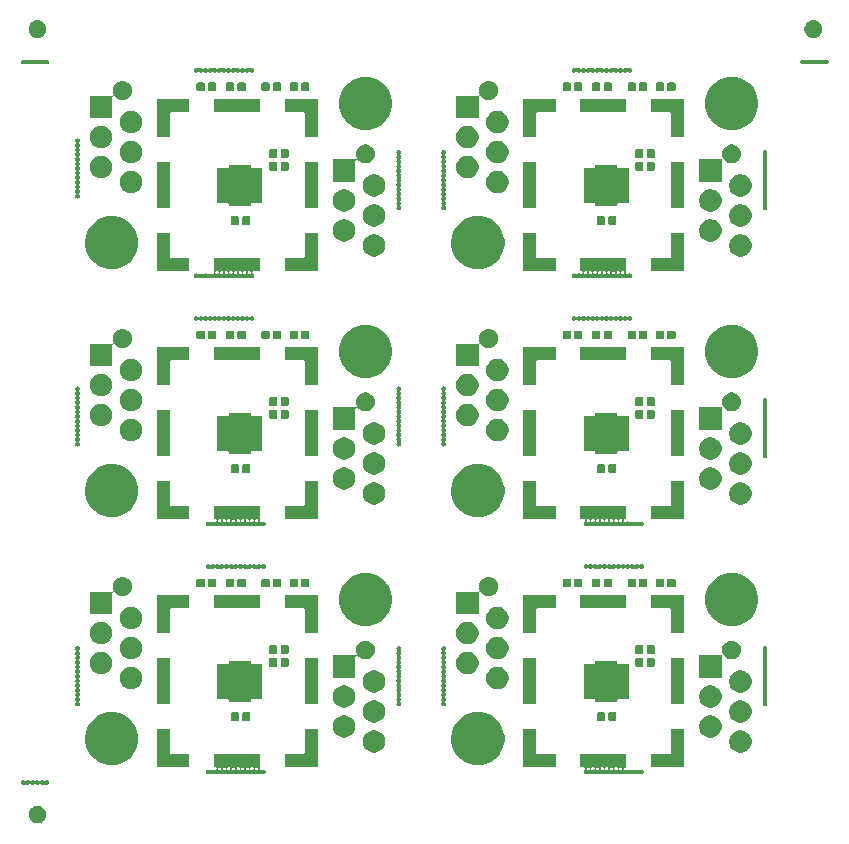
<source format=gbr>
G04 #@! TF.GenerationSoftware,KiCad,Pcbnew,5.0.2-bee76a0~70~ubuntu18.04.1*
G04 #@! TF.CreationDate,2020-02-26T15:16:49+01:00*
G04 #@! TF.ProjectId,output.rs485_adapter_panel,6f757470-7574-42e7-9273-3438355f6164,rev?*
G04 #@! TF.SameCoordinates,Original*
G04 #@! TF.FileFunction,Soldermask,Top*
G04 #@! TF.FilePolarity,Negative*
%FSLAX46Y46*%
G04 Gerber Fmt 4.6, Leading zero omitted, Abs format (unit mm)*
G04 Created by KiCad (PCBNEW 5.0.2-bee76a0~70~ubuntu18.04.1) date Wed 26 Feb 2020 03:16:49 PM CET*
%MOMM*%
%LPD*%
G01*
G04 APERTURE LIST*
%ADD10C,0.100000*%
G04 APERTURE END LIST*
D10*
G36*
X136346318Y-136964411D02*
X136418767Y-136978822D01*
X136475303Y-137002240D01*
X136555257Y-137035358D01*
X136678100Y-137117439D01*
X136782561Y-137221900D01*
X136864642Y-137344743D01*
X136921178Y-137481234D01*
X136950000Y-137626130D01*
X136950000Y-137773870D01*
X136921178Y-137918766D01*
X136864642Y-138055257D01*
X136782561Y-138178100D01*
X136678100Y-138282561D01*
X136555257Y-138364642D01*
X136475303Y-138397760D01*
X136418767Y-138421178D01*
X136346318Y-138435589D01*
X136273870Y-138450000D01*
X136126130Y-138450000D01*
X136053682Y-138435589D01*
X135981233Y-138421178D01*
X135924697Y-138397760D01*
X135844743Y-138364642D01*
X135721900Y-138282561D01*
X135617439Y-138178100D01*
X135535358Y-138055257D01*
X135478822Y-137918766D01*
X135450000Y-137773870D01*
X135450000Y-137626130D01*
X135478822Y-137481234D01*
X135535358Y-137344743D01*
X135617439Y-137221900D01*
X135721900Y-137117439D01*
X135844743Y-137035358D01*
X135924697Y-137002240D01*
X135981233Y-136978822D01*
X136053682Y-136964411D01*
X136126130Y-136950000D01*
X136273870Y-136950000D01*
X136346318Y-136964411D01*
X136346318Y-136964411D01*
G37*
G36*
X135029505Y-134800931D02*
X135058630Y-134806724D01*
X135095209Y-134821876D01*
X135128130Y-134843873D01*
X135128131Y-134843874D01*
X135130554Y-134845493D01*
X135152165Y-134857044D01*
X135175614Y-134864157D01*
X135200000Y-134866559D01*
X135224387Y-134864157D01*
X135247836Y-134857044D01*
X135269446Y-134845493D01*
X135271869Y-134843874D01*
X135271870Y-134843873D01*
X135304791Y-134821876D01*
X135341370Y-134806724D01*
X135370495Y-134800931D01*
X135380202Y-134799000D01*
X135419798Y-134799000D01*
X135429505Y-134800931D01*
X135458630Y-134806724D01*
X135495209Y-134821876D01*
X135528130Y-134843873D01*
X135528131Y-134843874D01*
X135530554Y-134845493D01*
X135552165Y-134857044D01*
X135575614Y-134864157D01*
X135600000Y-134866559D01*
X135624387Y-134864157D01*
X135647836Y-134857044D01*
X135669446Y-134845493D01*
X135671869Y-134843874D01*
X135671870Y-134843873D01*
X135704791Y-134821876D01*
X135741370Y-134806724D01*
X135770495Y-134800931D01*
X135780202Y-134799000D01*
X135819798Y-134799000D01*
X135829505Y-134800931D01*
X135858630Y-134806724D01*
X135895209Y-134821876D01*
X135928130Y-134843873D01*
X135928131Y-134843874D01*
X135930554Y-134845493D01*
X135952165Y-134857044D01*
X135975614Y-134864157D01*
X136000000Y-134866559D01*
X136024387Y-134864157D01*
X136047836Y-134857044D01*
X136069446Y-134845493D01*
X136071869Y-134843874D01*
X136071870Y-134843873D01*
X136104791Y-134821876D01*
X136141370Y-134806724D01*
X136170495Y-134800931D01*
X136180202Y-134799000D01*
X136219798Y-134799000D01*
X136229505Y-134800931D01*
X136258630Y-134806724D01*
X136295209Y-134821876D01*
X136328130Y-134843873D01*
X136328131Y-134843874D01*
X136330554Y-134845493D01*
X136352165Y-134857044D01*
X136375614Y-134864157D01*
X136400000Y-134866559D01*
X136424387Y-134864157D01*
X136447836Y-134857044D01*
X136469446Y-134845493D01*
X136471869Y-134843874D01*
X136471870Y-134843873D01*
X136504791Y-134821876D01*
X136541370Y-134806724D01*
X136570495Y-134800931D01*
X136580202Y-134799000D01*
X136619798Y-134799000D01*
X136629505Y-134800931D01*
X136658630Y-134806724D01*
X136695209Y-134821876D01*
X136728130Y-134843873D01*
X136728131Y-134843874D01*
X136730554Y-134845493D01*
X136752165Y-134857044D01*
X136775614Y-134864157D01*
X136800000Y-134866559D01*
X136824387Y-134864157D01*
X136847836Y-134857044D01*
X136869446Y-134845493D01*
X136871869Y-134843874D01*
X136871870Y-134843873D01*
X136904791Y-134821876D01*
X136941370Y-134806724D01*
X136970495Y-134800931D01*
X136980202Y-134799000D01*
X137019798Y-134799000D01*
X137029505Y-134800931D01*
X137058630Y-134806724D01*
X137095209Y-134821876D01*
X137095211Y-134821877D01*
X137111782Y-134832950D01*
X137128130Y-134843873D01*
X137156127Y-134871870D01*
X137178124Y-134904791D01*
X137193276Y-134941370D01*
X137201000Y-134980203D01*
X137201000Y-135019797D01*
X137193276Y-135058630D01*
X137178124Y-135095209D01*
X137178123Y-135095211D01*
X137156126Y-135128131D01*
X137128131Y-135156126D01*
X137095211Y-135178123D01*
X137095210Y-135178124D01*
X137095209Y-135178124D01*
X137058630Y-135193276D01*
X137029505Y-135199069D01*
X137019798Y-135201000D01*
X136980202Y-135201000D01*
X136970495Y-135199069D01*
X136941370Y-135193276D01*
X136904791Y-135178124D01*
X136871870Y-135156127D01*
X136871869Y-135156126D01*
X136869446Y-135154507D01*
X136847835Y-135142956D01*
X136824386Y-135135843D01*
X136800000Y-135133441D01*
X136775613Y-135135843D01*
X136752164Y-135142956D01*
X136730554Y-135154507D01*
X136728131Y-135156126D01*
X136728130Y-135156127D01*
X136695209Y-135178124D01*
X136658630Y-135193276D01*
X136629505Y-135199069D01*
X136619798Y-135201000D01*
X136580202Y-135201000D01*
X136570495Y-135199069D01*
X136541370Y-135193276D01*
X136504791Y-135178124D01*
X136471870Y-135156127D01*
X136471869Y-135156126D01*
X136469446Y-135154507D01*
X136447835Y-135142956D01*
X136424386Y-135135843D01*
X136400000Y-135133441D01*
X136375613Y-135135843D01*
X136352164Y-135142956D01*
X136330554Y-135154507D01*
X136328131Y-135156126D01*
X136328130Y-135156127D01*
X136295209Y-135178124D01*
X136258630Y-135193276D01*
X136229505Y-135199069D01*
X136219798Y-135201000D01*
X136180202Y-135201000D01*
X136170495Y-135199069D01*
X136141370Y-135193276D01*
X136104791Y-135178124D01*
X136071870Y-135156127D01*
X136071869Y-135156126D01*
X136069446Y-135154507D01*
X136047835Y-135142956D01*
X136024386Y-135135843D01*
X136000000Y-135133441D01*
X135975613Y-135135843D01*
X135952164Y-135142956D01*
X135930554Y-135154507D01*
X135928131Y-135156126D01*
X135928130Y-135156127D01*
X135895209Y-135178124D01*
X135858630Y-135193276D01*
X135829505Y-135199069D01*
X135819798Y-135201000D01*
X135780202Y-135201000D01*
X135770495Y-135199069D01*
X135741370Y-135193276D01*
X135704791Y-135178124D01*
X135671870Y-135156127D01*
X135671869Y-135156126D01*
X135669446Y-135154507D01*
X135647835Y-135142956D01*
X135624386Y-135135843D01*
X135600000Y-135133441D01*
X135575613Y-135135843D01*
X135552164Y-135142956D01*
X135530554Y-135154507D01*
X135528131Y-135156126D01*
X135528130Y-135156127D01*
X135495209Y-135178124D01*
X135458630Y-135193276D01*
X135429505Y-135199069D01*
X135419798Y-135201000D01*
X135380202Y-135201000D01*
X135370495Y-135199069D01*
X135341370Y-135193276D01*
X135304791Y-135178124D01*
X135271870Y-135156127D01*
X135271869Y-135156126D01*
X135269446Y-135154507D01*
X135247835Y-135142956D01*
X135224386Y-135135843D01*
X135200000Y-135133441D01*
X135175613Y-135135843D01*
X135152164Y-135142956D01*
X135130554Y-135154507D01*
X135128131Y-135156126D01*
X135128130Y-135156127D01*
X135095209Y-135178124D01*
X135058630Y-135193276D01*
X135029505Y-135199069D01*
X135019798Y-135201000D01*
X134980202Y-135201000D01*
X134970495Y-135199069D01*
X134941370Y-135193276D01*
X134904791Y-135178124D01*
X134904790Y-135178124D01*
X134904789Y-135178123D01*
X134871869Y-135156126D01*
X134843874Y-135128131D01*
X134821877Y-135095211D01*
X134821876Y-135095209D01*
X134806724Y-135058630D01*
X134799000Y-135019797D01*
X134799000Y-134980203D01*
X134806724Y-134941370D01*
X134821876Y-134904791D01*
X134843873Y-134871870D01*
X134871870Y-134843873D01*
X134888218Y-134832950D01*
X134904789Y-134821877D01*
X134904791Y-134821876D01*
X134941370Y-134806724D01*
X134970495Y-134800931D01*
X134980202Y-134799000D01*
X135019798Y-134799000D01*
X135029505Y-134800931D01*
X135029505Y-134800931D01*
G37*
G36*
X186076001Y-133739988D02*
X186060259Y-133727068D01*
X186038648Y-133715517D01*
X186015199Y-133708403D01*
X185990811Y-133706001D01*
X185967541Y-133706001D01*
X185943155Y-133708403D01*
X185919706Y-133715516D01*
X185898095Y-133727067D01*
X185879153Y-133742613D01*
X185863607Y-133761555D01*
X185852056Y-133783166D01*
X185844943Y-133806615D01*
X185842541Y-133831001D01*
X185844943Y-133855387D01*
X185852056Y-133878836D01*
X185863607Y-133900447D01*
X185879153Y-133919389D01*
X185898088Y-133934930D01*
X185909737Y-133942713D01*
X185931342Y-133954261D01*
X185954792Y-133961374D01*
X185979178Y-133963775D01*
X186003564Y-133961373D01*
X186027013Y-133954259D01*
X186048615Y-133942713D01*
X186060264Y-133934930D01*
X186079198Y-133919391D01*
X186094744Y-133900449D01*
X186106295Y-133878838D01*
X186111644Y-133861207D01*
X186112613Y-133862388D01*
X186131555Y-133877934D01*
X186153166Y-133889485D01*
X186176615Y-133896598D01*
X186188731Y-133897791D01*
X186212387Y-133902497D01*
X186233639Y-133906724D01*
X186270218Y-133921876D01*
X186301398Y-133942710D01*
X186323006Y-133954260D01*
X186346456Y-133961373D01*
X186370842Y-133963775D01*
X186395228Y-133961373D01*
X186418677Y-133954260D01*
X186440286Y-133942710D01*
X186471466Y-133921876D01*
X186508045Y-133906724D01*
X186539603Y-133900447D01*
X186546877Y-133899000D01*
X186586473Y-133899000D01*
X186593747Y-133900447D01*
X186625305Y-133906724D01*
X186661884Y-133921876D01*
X186693064Y-133942710D01*
X186714672Y-133954260D01*
X186738122Y-133961373D01*
X186762508Y-133963775D01*
X186786894Y-133961373D01*
X186810343Y-133954260D01*
X186831952Y-133942710D01*
X186863132Y-133921876D01*
X186899711Y-133906724D01*
X186931269Y-133900447D01*
X186938543Y-133899000D01*
X186978139Y-133899000D01*
X186985413Y-133900447D01*
X187016971Y-133906724D01*
X187053550Y-133921876D01*
X187084730Y-133942710D01*
X187106338Y-133954260D01*
X187129788Y-133961373D01*
X187154174Y-133963775D01*
X187178560Y-133961373D01*
X187202009Y-133954260D01*
X187223618Y-133942710D01*
X187254798Y-133921876D01*
X187291377Y-133906724D01*
X187322935Y-133900447D01*
X187330209Y-133899000D01*
X187369805Y-133899000D01*
X187377079Y-133900447D01*
X187408637Y-133906724D01*
X187445216Y-133921876D01*
X187445218Y-133921877D01*
X187445219Y-133921878D01*
X187478137Y-133943873D01*
X187506134Y-133971870D01*
X187528131Y-134004791D01*
X187543283Y-134041370D01*
X187551007Y-134080203D01*
X187551007Y-134119797D01*
X187543283Y-134158630D01*
X187528131Y-134195209D01*
X187506134Y-134228130D01*
X187478137Y-134256127D01*
X187461789Y-134267050D01*
X187445218Y-134278123D01*
X187445217Y-134278124D01*
X187445216Y-134278124D01*
X187408637Y-134293276D01*
X187379512Y-134299069D01*
X187369805Y-134301000D01*
X187330209Y-134301000D01*
X187320502Y-134299069D01*
X187291377Y-134293276D01*
X187254798Y-134278124D01*
X187223615Y-134257288D01*
X187202010Y-134245740D01*
X187178560Y-134238627D01*
X187154174Y-134236225D01*
X187129788Y-134238627D01*
X187106339Y-134245740D01*
X187084733Y-134257288D01*
X187053550Y-134278124D01*
X187016971Y-134293276D01*
X186987846Y-134299069D01*
X186978139Y-134301000D01*
X186938543Y-134301000D01*
X186928836Y-134299069D01*
X186899711Y-134293276D01*
X186863132Y-134278124D01*
X186831949Y-134257288D01*
X186810344Y-134245740D01*
X186786894Y-134238627D01*
X186762508Y-134236225D01*
X186738122Y-134238627D01*
X186714673Y-134245740D01*
X186693067Y-134257288D01*
X186661884Y-134278124D01*
X186625305Y-134293276D01*
X186596180Y-134299069D01*
X186586473Y-134301000D01*
X186546877Y-134301000D01*
X186537170Y-134299069D01*
X186508045Y-134293276D01*
X186471466Y-134278124D01*
X186440283Y-134257288D01*
X186418678Y-134245740D01*
X186395228Y-134238627D01*
X186370842Y-134236225D01*
X186346456Y-134238627D01*
X186323007Y-134245740D01*
X186301401Y-134257288D01*
X186270218Y-134278124D01*
X186233639Y-134293276D01*
X186204514Y-134299069D01*
X186194807Y-134301000D01*
X186155211Y-134301000D01*
X186145504Y-134299069D01*
X186116379Y-134293276D01*
X186079800Y-134278124D01*
X186048617Y-134257288D01*
X186027012Y-134245740D01*
X186003562Y-134238627D01*
X185979176Y-134236225D01*
X185954790Y-134238627D01*
X185931341Y-134245740D01*
X185909735Y-134257288D01*
X185878552Y-134278124D01*
X185841973Y-134293276D01*
X185812848Y-134299069D01*
X185803141Y-134301000D01*
X185763545Y-134301000D01*
X185753838Y-134299069D01*
X185724713Y-134293276D01*
X185688134Y-134278124D01*
X185656951Y-134257288D01*
X185635346Y-134245740D01*
X185611896Y-134238627D01*
X185587510Y-134236225D01*
X185563124Y-134238627D01*
X185539675Y-134245740D01*
X185518069Y-134257288D01*
X185486886Y-134278124D01*
X185450307Y-134293276D01*
X185421182Y-134299069D01*
X185411475Y-134301000D01*
X185371879Y-134301000D01*
X185362172Y-134299069D01*
X185333047Y-134293276D01*
X185296468Y-134278124D01*
X185265285Y-134257288D01*
X185243680Y-134245740D01*
X185220230Y-134238627D01*
X185195844Y-134236225D01*
X185171458Y-134238627D01*
X185148009Y-134245740D01*
X185126403Y-134257288D01*
X185095220Y-134278124D01*
X185058641Y-134293276D01*
X185029516Y-134299069D01*
X185019809Y-134301000D01*
X184980213Y-134301000D01*
X184970506Y-134299069D01*
X184941381Y-134293276D01*
X184904802Y-134278124D01*
X184873619Y-134257288D01*
X184852014Y-134245740D01*
X184828564Y-134238627D01*
X184804178Y-134236225D01*
X184779792Y-134238627D01*
X184756343Y-134245740D01*
X184734737Y-134257288D01*
X184703554Y-134278124D01*
X184666975Y-134293276D01*
X184637850Y-134299069D01*
X184628143Y-134301000D01*
X184588547Y-134301000D01*
X184578840Y-134299069D01*
X184549715Y-134293276D01*
X184513136Y-134278124D01*
X184481953Y-134257288D01*
X184460348Y-134245740D01*
X184436898Y-134238627D01*
X184412512Y-134236225D01*
X184388126Y-134238627D01*
X184364677Y-134245740D01*
X184343071Y-134257288D01*
X184311888Y-134278124D01*
X184275309Y-134293276D01*
X184246184Y-134299069D01*
X184236477Y-134301000D01*
X184196881Y-134301000D01*
X184187174Y-134299069D01*
X184158049Y-134293276D01*
X184121470Y-134278124D01*
X184090287Y-134257288D01*
X184068682Y-134245740D01*
X184045232Y-134238627D01*
X184020846Y-134236225D01*
X183996460Y-134238627D01*
X183973011Y-134245740D01*
X183951405Y-134257288D01*
X183920222Y-134278124D01*
X183883643Y-134293276D01*
X183854518Y-134299069D01*
X183844811Y-134301000D01*
X183805215Y-134301000D01*
X183795508Y-134299069D01*
X183766383Y-134293276D01*
X183729804Y-134278124D01*
X183698621Y-134257288D01*
X183677016Y-134245740D01*
X183653566Y-134238627D01*
X183629180Y-134236225D01*
X183604794Y-134238627D01*
X183581345Y-134245740D01*
X183559739Y-134257288D01*
X183528556Y-134278124D01*
X183491977Y-134293276D01*
X183462852Y-134299069D01*
X183453145Y-134301000D01*
X183413549Y-134301000D01*
X183403842Y-134299069D01*
X183374717Y-134293276D01*
X183338138Y-134278124D01*
X183306955Y-134257288D01*
X183285350Y-134245740D01*
X183261900Y-134238627D01*
X183237514Y-134236225D01*
X183213128Y-134238627D01*
X183189679Y-134245740D01*
X183168073Y-134257288D01*
X183136890Y-134278124D01*
X183100311Y-134293276D01*
X183071186Y-134299069D01*
X183061479Y-134301000D01*
X183021883Y-134301000D01*
X183012176Y-134299069D01*
X182983051Y-134293276D01*
X182946472Y-134278124D01*
X182915289Y-134257288D01*
X182893684Y-134245740D01*
X182870234Y-134238627D01*
X182845848Y-134236225D01*
X182821462Y-134238627D01*
X182798013Y-134245740D01*
X182776407Y-134257288D01*
X182745224Y-134278124D01*
X182708645Y-134293276D01*
X182679520Y-134299069D01*
X182669813Y-134301000D01*
X182630217Y-134301000D01*
X182620510Y-134299069D01*
X182591385Y-134293276D01*
X182554806Y-134278124D01*
X182554805Y-134278124D01*
X182554804Y-134278123D01*
X182538233Y-134267050D01*
X182521885Y-134256127D01*
X182493888Y-134228130D01*
X182471891Y-134195209D01*
X182456739Y-134158630D01*
X182449015Y-134119797D01*
X182449015Y-134080203D01*
X182456739Y-134041370D01*
X182471891Y-134004791D01*
X182493888Y-133971870D01*
X182521885Y-133943873D01*
X182535269Y-133934930D01*
X182554205Y-133919389D01*
X182569751Y-133900447D01*
X182581302Y-133878837D01*
X182588415Y-133855387D01*
X182590817Y-133831001D01*
X182709213Y-133831001D01*
X182711615Y-133855387D01*
X182718728Y-133878836D01*
X182730279Y-133900447D01*
X182745825Y-133919389D01*
X182764760Y-133934930D01*
X182776409Y-133942713D01*
X182798014Y-133954261D01*
X182821464Y-133961374D01*
X182845850Y-133963775D01*
X182870236Y-133961373D01*
X182893685Y-133954259D01*
X182915287Y-133942713D01*
X182926936Y-133934930D01*
X182945870Y-133919391D01*
X182961416Y-133900449D01*
X182972967Y-133878838D01*
X182980081Y-133855389D01*
X182982483Y-133831003D01*
X182982483Y-133831001D01*
X183100879Y-133831001D01*
X183103281Y-133855387D01*
X183110394Y-133878836D01*
X183121945Y-133900447D01*
X183137491Y-133919389D01*
X183156426Y-133934930D01*
X183168075Y-133942713D01*
X183189680Y-133954261D01*
X183213130Y-133961374D01*
X183237516Y-133963775D01*
X183261902Y-133961373D01*
X183285351Y-133954259D01*
X183306953Y-133942713D01*
X183318602Y-133934930D01*
X183337536Y-133919391D01*
X183353082Y-133900449D01*
X183364633Y-133878838D01*
X183371747Y-133855389D01*
X183374149Y-133831003D01*
X183374149Y-133831001D01*
X183492545Y-133831001D01*
X183494947Y-133855387D01*
X183502060Y-133878836D01*
X183513611Y-133900447D01*
X183529157Y-133919389D01*
X183548092Y-133934930D01*
X183559741Y-133942713D01*
X183581346Y-133954261D01*
X183604796Y-133961374D01*
X183629182Y-133963775D01*
X183653568Y-133961373D01*
X183677017Y-133954259D01*
X183698619Y-133942713D01*
X183710268Y-133934930D01*
X183729202Y-133919391D01*
X183744748Y-133900449D01*
X183756299Y-133878838D01*
X183763413Y-133855389D01*
X183765815Y-133831003D01*
X183765815Y-133831001D01*
X183884211Y-133831001D01*
X183886613Y-133855387D01*
X183893726Y-133878836D01*
X183905277Y-133900447D01*
X183920823Y-133919389D01*
X183939758Y-133934930D01*
X183951407Y-133942713D01*
X183973012Y-133954261D01*
X183996462Y-133961374D01*
X184020848Y-133963775D01*
X184045234Y-133961373D01*
X184068683Y-133954259D01*
X184090285Y-133942713D01*
X184101934Y-133934930D01*
X184120868Y-133919391D01*
X184136414Y-133900449D01*
X184147965Y-133878838D01*
X184155079Y-133855389D01*
X184157481Y-133831003D01*
X184157481Y-133831001D01*
X184275877Y-133831001D01*
X184278279Y-133855387D01*
X184285392Y-133878836D01*
X184296943Y-133900447D01*
X184312489Y-133919389D01*
X184331424Y-133934930D01*
X184343073Y-133942713D01*
X184364678Y-133954261D01*
X184388128Y-133961374D01*
X184412514Y-133963775D01*
X184436900Y-133961373D01*
X184460349Y-133954259D01*
X184481951Y-133942713D01*
X184493600Y-133934930D01*
X184512534Y-133919391D01*
X184528080Y-133900449D01*
X184539631Y-133878838D01*
X184546745Y-133855389D01*
X184549147Y-133831003D01*
X184549147Y-133831001D01*
X184667543Y-133831001D01*
X184669945Y-133855387D01*
X184677058Y-133878836D01*
X184688609Y-133900447D01*
X184704155Y-133919389D01*
X184723090Y-133934930D01*
X184734739Y-133942713D01*
X184756344Y-133954261D01*
X184779794Y-133961374D01*
X184804180Y-133963775D01*
X184828566Y-133961373D01*
X184852015Y-133954259D01*
X184873617Y-133942713D01*
X184885266Y-133934930D01*
X184904200Y-133919391D01*
X184919746Y-133900449D01*
X184931297Y-133878838D01*
X184938411Y-133855389D01*
X184940813Y-133831003D01*
X184940813Y-133831001D01*
X185059209Y-133831001D01*
X185061611Y-133855387D01*
X185068724Y-133878836D01*
X185080275Y-133900447D01*
X185095821Y-133919389D01*
X185114756Y-133934930D01*
X185126405Y-133942713D01*
X185148010Y-133954261D01*
X185171460Y-133961374D01*
X185195846Y-133963775D01*
X185220232Y-133961373D01*
X185243681Y-133954259D01*
X185265283Y-133942713D01*
X185276932Y-133934930D01*
X185295866Y-133919391D01*
X185311412Y-133900449D01*
X185322963Y-133878838D01*
X185330077Y-133855389D01*
X185332479Y-133831003D01*
X185332479Y-133831001D01*
X185450875Y-133831001D01*
X185453277Y-133855387D01*
X185460390Y-133878836D01*
X185471941Y-133900447D01*
X185487487Y-133919389D01*
X185506422Y-133934930D01*
X185518071Y-133942713D01*
X185539676Y-133954261D01*
X185563126Y-133961374D01*
X185587512Y-133963775D01*
X185611898Y-133961373D01*
X185635347Y-133954259D01*
X185656949Y-133942713D01*
X185668598Y-133934930D01*
X185687532Y-133919391D01*
X185703078Y-133900449D01*
X185714629Y-133878838D01*
X185721743Y-133855389D01*
X185724145Y-133831003D01*
X185721744Y-133806617D01*
X185714631Y-133783167D01*
X185703080Y-133761556D01*
X185687535Y-133742614D01*
X185668593Y-133727068D01*
X185646982Y-133715517D01*
X185623533Y-133708403D01*
X185599145Y-133706001D01*
X185575875Y-133706001D01*
X185551489Y-133708403D01*
X185528040Y-133715516D01*
X185506429Y-133727067D01*
X185487487Y-133742613D01*
X185471941Y-133761555D01*
X185460390Y-133783166D01*
X185453277Y-133806615D01*
X185450875Y-133831001D01*
X185332479Y-133831001D01*
X185330078Y-133806617D01*
X185322965Y-133783167D01*
X185311414Y-133761556D01*
X185295869Y-133742614D01*
X185276927Y-133727068D01*
X185255316Y-133715517D01*
X185231867Y-133708403D01*
X185207479Y-133706001D01*
X185184209Y-133706001D01*
X185159823Y-133708403D01*
X185136374Y-133715516D01*
X185114763Y-133727067D01*
X185095821Y-133742613D01*
X185080275Y-133761555D01*
X185068724Y-133783166D01*
X185061611Y-133806615D01*
X185059209Y-133831001D01*
X184940813Y-133831001D01*
X184938412Y-133806617D01*
X184931299Y-133783167D01*
X184919748Y-133761556D01*
X184904203Y-133742614D01*
X184885261Y-133727068D01*
X184863650Y-133715517D01*
X184840201Y-133708403D01*
X184815813Y-133706001D01*
X184792543Y-133706001D01*
X184768157Y-133708403D01*
X184744708Y-133715516D01*
X184723097Y-133727067D01*
X184704155Y-133742613D01*
X184688609Y-133761555D01*
X184677058Y-133783166D01*
X184669945Y-133806615D01*
X184667543Y-133831001D01*
X184549147Y-133831001D01*
X184546746Y-133806617D01*
X184539633Y-133783167D01*
X184528082Y-133761556D01*
X184512537Y-133742614D01*
X184493595Y-133727068D01*
X184471984Y-133715517D01*
X184448535Y-133708403D01*
X184424147Y-133706001D01*
X184400877Y-133706001D01*
X184376491Y-133708403D01*
X184353042Y-133715516D01*
X184331431Y-133727067D01*
X184312489Y-133742613D01*
X184296943Y-133761555D01*
X184285392Y-133783166D01*
X184278279Y-133806615D01*
X184275877Y-133831001D01*
X184157481Y-133831001D01*
X184155080Y-133806617D01*
X184147967Y-133783167D01*
X184136416Y-133761556D01*
X184120871Y-133742614D01*
X184101929Y-133727068D01*
X184080318Y-133715517D01*
X184056869Y-133708403D01*
X184032481Y-133706001D01*
X184009211Y-133706001D01*
X183984825Y-133708403D01*
X183961376Y-133715516D01*
X183939765Y-133727067D01*
X183920823Y-133742613D01*
X183905277Y-133761555D01*
X183893726Y-133783166D01*
X183886613Y-133806615D01*
X183884211Y-133831001D01*
X183765815Y-133831001D01*
X183763414Y-133806617D01*
X183756301Y-133783167D01*
X183744750Y-133761556D01*
X183729205Y-133742614D01*
X183710263Y-133727068D01*
X183688652Y-133715517D01*
X183665203Y-133708403D01*
X183640815Y-133706001D01*
X183617545Y-133706001D01*
X183593159Y-133708403D01*
X183569710Y-133715516D01*
X183548099Y-133727067D01*
X183529157Y-133742613D01*
X183513611Y-133761555D01*
X183502060Y-133783166D01*
X183494947Y-133806615D01*
X183492545Y-133831001D01*
X183374149Y-133831001D01*
X183371748Y-133806617D01*
X183364635Y-133783167D01*
X183353084Y-133761556D01*
X183337539Y-133742614D01*
X183318597Y-133727068D01*
X183296986Y-133715517D01*
X183273537Y-133708403D01*
X183249149Y-133706001D01*
X183225879Y-133706001D01*
X183201493Y-133708403D01*
X183178044Y-133715516D01*
X183156433Y-133727067D01*
X183137491Y-133742613D01*
X183121945Y-133761555D01*
X183110394Y-133783166D01*
X183103281Y-133806615D01*
X183100879Y-133831001D01*
X182982483Y-133831001D01*
X182980082Y-133806617D01*
X182972969Y-133783167D01*
X182961418Y-133761556D01*
X182945873Y-133742614D01*
X182926931Y-133727068D01*
X182905320Y-133715517D01*
X182881871Y-133708403D01*
X182857483Y-133706001D01*
X182834213Y-133706001D01*
X182809827Y-133708403D01*
X182786378Y-133715516D01*
X182764767Y-133727067D01*
X182745825Y-133742613D01*
X182730279Y-133761555D01*
X182718728Y-133783166D01*
X182711615Y-133806615D01*
X182709213Y-133831001D01*
X182590817Y-133831001D01*
X182588415Y-133806615D01*
X182581302Y-133783166D01*
X182569751Y-133761555D01*
X182554205Y-133742613D01*
X182535263Y-133727067D01*
X182513653Y-133715516D01*
X182490203Y-133708403D01*
X182465817Y-133706001D01*
X182174001Y-133706001D01*
X182174001Y-132604001D01*
X186076001Y-132604001D01*
X186076001Y-133739988D01*
X186076001Y-133739988D01*
G37*
G36*
X155076001Y-133725508D02*
X155073084Y-133727067D01*
X155054142Y-133742613D01*
X155038596Y-133761555D01*
X155027045Y-133783166D01*
X155019932Y-133806615D01*
X155017530Y-133831001D01*
X155019932Y-133855387D01*
X155027045Y-133878836D01*
X155038596Y-133900447D01*
X155054142Y-133919389D01*
X155073077Y-133934930D01*
X155084726Y-133942713D01*
X155106331Y-133954261D01*
X155129781Y-133961374D01*
X155154167Y-133963775D01*
X155178553Y-133961373D01*
X155202002Y-133954259D01*
X155223601Y-133942715D01*
X155235252Y-133934931D01*
X155247755Y-133924670D01*
X155248836Y-133924342D01*
X155266908Y-133916856D01*
X155291369Y-133906724D01*
X155330201Y-133899000D01*
X155369797Y-133899000D01*
X155377071Y-133900447D01*
X155408629Y-133906724D01*
X155445208Y-133921876D01*
X155445210Y-133921877D01*
X155445211Y-133921878D01*
X155478129Y-133943873D01*
X155506126Y-133971870D01*
X155528123Y-134004791D01*
X155543275Y-134041370D01*
X155550999Y-134080203D01*
X155550999Y-134119797D01*
X155543275Y-134158630D01*
X155528123Y-134195209D01*
X155506126Y-134228130D01*
X155478129Y-134256127D01*
X155461781Y-134267050D01*
X155445210Y-134278123D01*
X155445209Y-134278124D01*
X155445208Y-134278124D01*
X155408629Y-134293276D01*
X155379504Y-134299069D01*
X155369797Y-134301000D01*
X155330201Y-134301000D01*
X155320494Y-134299069D01*
X155291369Y-134293276D01*
X155254790Y-134278124D01*
X155254789Y-134278123D01*
X155254786Y-134278122D01*
X155223610Y-134257291D01*
X155201999Y-134245740D01*
X155178550Y-134238627D01*
X155154164Y-134236225D01*
X155129777Y-134238627D01*
X155106328Y-134245741D01*
X155084724Y-134257288D01*
X155053541Y-134278124D01*
X155016962Y-134293276D01*
X154987837Y-134299069D01*
X154978130Y-134301000D01*
X154938534Y-134301000D01*
X154928827Y-134299069D01*
X154899702Y-134293276D01*
X154863123Y-134278124D01*
X154863122Y-134278123D01*
X154863119Y-134278122D01*
X154831943Y-134257291D01*
X154810332Y-134245740D01*
X154786883Y-134238627D01*
X154762497Y-134236225D01*
X154738110Y-134238627D01*
X154714661Y-134245741D01*
X154693057Y-134257288D01*
X154661874Y-134278124D01*
X154625295Y-134293276D01*
X154596170Y-134299069D01*
X154586463Y-134301000D01*
X154546867Y-134301000D01*
X154537160Y-134299069D01*
X154508035Y-134293276D01*
X154471456Y-134278124D01*
X154471455Y-134278123D01*
X154471452Y-134278122D01*
X154440276Y-134257291D01*
X154418665Y-134245740D01*
X154395216Y-134238627D01*
X154370830Y-134236225D01*
X154346443Y-134238627D01*
X154322994Y-134245741D01*
X154301390Y-134257288D01*
X154270207Y-134278124D01*
X154233628Y-134293276D01*
X154204503Y-134299069D01*
X154194796Y-134301000D01*
X154155200Y-134301000D01*
X154145493Y-134299069D01*
X154116368Y-134293276D01*
X154079789Y-134278124D01*
X154079788Y-134278123D01*
X154079785Y-134278122D01*
X154048609Y-134257291D01*
X154026998Y-134245740D01*
X154003549Y-134238627D01*
X153979163Y-134236225D01*
X153954776Y-134238627D01*
X153931327Y-134245741D01*
X153909723Y-134257288D01*
X153878540Y-134278124D01*
X153841961Y-134293276D01*
X153812836Y-134299069D01*
X153803129Y-134301000D01*
X153763533Y-134301000D01*
X153753826Y-134299069D01*
X153724701Y-134293276D01*
X153688122Y-134278124D01*
X153688121Y-134278123D01*
X153688118Y-134278122D01*
X153656942Y-134257291D01*
X153635331Y-134245740D01*
X153611882Y-134238627D01*
X153587496Y-134236225D01*
X153563109Y-134238627D01*
X153539660Y-134245741D01*
X153518056Y-134257288D01*
X153486873Y-134278124D01*
X153450294Y-134293276D01*
X153421169Y-134299069D01*
X153411462Y-134301000D01*
X153371866Y-134301000D01*
X153362159Y-134299069D01*
X153333034Y-134293276D01*
X153296455Y-134278124D01*
X153296454Y-134278123D01*
X153296451Y-134278122D01*
X153265275Y-134257291D01*
X153243664Y-134245740D01*
X153220215Y-134238627D01*
X153195829Y-134236225D01*
X153171442Y-134238627D01*
X153147993Y-134245741D01*
X153126389Y-134257288D01*
X153095206Y-134278124D01*
X153058627Y-134293276D01*
X153029502Y-134299069D01*
X153019795Y-134301000D01*
X152980199Y-134301000D01*
X152970492Y-134299069D01*
X152941367Y-134293276D01*
X152904788Y-134278124D01*
X152904787Y-134278123D01*
X152904784Y-134278122D01*
X152873608Y-134257291D01*
X152851997Y-134245740D01*
X152828548Y-134238627D01*
X152804162Y-134236225D01*
X152779775Y-134238627D01*
X152756326Y-134245741D01*
X152734722Y-134257288D01*
X152703539Y-134278124D01*
X152666960Y-134293276D01*
X152637835Y-134299069D01*
X152628128Y-134301000D01*
X152588532Y-134301000D01*
X152578825Y-134299069D01*
X152549700Y-134293276D01*
X152513121Y-134278124D01*
X152513120Y-134278123D01*
X152513117Y-134278122D01*
X152481941Y-134257291D01*
X152460330Y-134245740D01*
X152436881Y-134238627D01*
X152412495Y-134236225D01*
X152388108Y-134238627D01*
X152364659Y-134245741D01*
X152343055Y-134257288D01*
X152311872Y-134278124D01*
X152275293Y-134293276D01*
X152246168Y-134299069D01*
X152236461Y-134301000D01*
X152196865Y-134301000D01*
X152187158Y-134299069D01*
X152158033Y-134293276D01*
X152121454Y-134278124D01*
X152121453Y-134278123D01*
X152121450Y-134278122D01*
X152090274Y-134257291D01*
X152068663Y-134245740D01*
X152045214Y-134238627D01*
X152020828Y-134236225D01*
X151996441Y-134238627D01*
X151972992Y-134245741D01*
X151951388Y-134257288D01*
X151920205Y-134278124D01*
X151883626Y-134293276D01*
X151854501Y-134299069D01*
X151844794Y-134301000D01*
X151805198Y-134301000D01*
X151795491Y-134299069D01*
X151766366Y-134293276D01*
X151729787Y-134278124D01*
X151729786Y-134278123D01*
X151729783Y-134278122D01*
X151698607Y-134257291D01*
X151676996Y-134245740D01*
X151653547Y-134238627D01*
X151629161Y-134236225D01*
X151604774Y-134238627D01*
X151581325Y-134245741D01*
X151559721Y-134257288D01*
X151528538Y-134278124D01*
X151491959Y-134293276D01*
X151462834Y-134299069D01*
X151453127Y-134301000D01*
X151413531Y-134301000D01*
X151403824Y-134299069D01*
X151374699Y-134293276D01*
X151338120Y-134278124D01*
X151338119Y-134278123D01*
X151338116Y-134278122D01*
X151306940Y-134257291D01*
X151285329Y-134245740D01*
X151261880Y-134238627D01*
X151237494Y-134236225D01*
X151213107Y-134238627D01*
X151189658Y-134245741D01*
X151168054Y-134257288D01*
X151136871Y-134278124D01*
X151100292Y-134293276D01*
X151071167Y-134299069D01*
X151061460Y-134301000D01*
X151021864Y-134301000D01*
X151012157Y-134299069D01*
X150983032Y-134293276D01*
X150946453Y-134278124D01*
X150946452Y-134278123D01*
X150946449Y-134278122D01*
X150915273Y-134257291D01*
X150893662Y-134245740D01*
X150870213Y-134238627D01*
X150845827Y-134236225D01*
X150821440Y-134238627D01*
X150797991Y-134245741D01*
X150776387Y-134257288D01*
X150745204Y-134278124D01*
X150708625Y-134293276D01*
X150679500Y-134299069D01*
X150669793Y-134301000D01*
X150630197Y-134301000D01*
X150620490Y-134299069D01*
X150591365Y-134293276D01*
X150554786Y-134278124D01*
X150554785Y-134278124D01*
X150554784Y-134278123D01*
X150538213Y-134267050D01*
X150521865Y-134256127D01*
X150493868Y-134228130D01*
X150471871Y-134195209D01*
X150456719Y-134158630D01*
X150448995Y-134119797D01*
X150448995Y-134080203D01*
X150456719Y-134041370D01*
X150471871Y-134004791D01*
X150493868Y-133971870D01*
X150521865Y-133943873D01*
X150554783Y-133921878D01*
X150554784Y-133921877D01*
X150554786Y-133921876D01*
X150591365Y-133906724D01*
X150622923Y-133900447D01*
X150630197Y-133899000D01*
X150669793Y-133899000D01*
X150677067Y-133900447D01*
X150708625Y-133906724D01*
X150745204Y-133921876D01*
X150776384Y-133942710D01*
X150797992Y-133954260D01*
X150821442Y-133961373D01*
X150845828Y-133963775D01*
X150870214Y-133961373D01*
X150893663Y-133954260D01*
X150915273Y-133942709D01*
X150946449Y-133921878D01*
X150946452Y-133921877D01*
X150946453Y-133921876D01*
X150983032Y-133906724D01*
X151014590Y-133900447D01*
X151021864Y-133899000D01*
X151049001Y-133899000D01*
X151073387Y-133896598D01*
X151096836Y-133889485D01*
X151111794Y-133881490D01*
X151121926Y-133900447D01*
X151137472Y-133919389D01*
X151156407Y-133934930D01*
X151168056Y-133942713D01*
X151189661Y-133954261D01*
X151213111Y-133961374D01*
X151237497Y-133963775D01*
X151261883Y-133961373D01*
X151285332Y-133954259D01*
X151306931Y-133942715D01*
X151318582Y-133934931D01*
X151337514Y-133919394D01*
X151353061Y-133900453D01*
X151364613Y-133878843D01*
X151371728Y-133855394D01*
X151374131Y-133831008D01*
X151374131Y-133831001D01*
X151492527Y-133831001D01*
X151494929Y-133855387D01*
X151502042Y-133878836D01*
X151513593Y-133900447D01*
X151529139Y-133919389D01*
X151548074Y-133934930D01*
X151559723Y-133942713D01*
X151581328Y-133954261D01*
X151604778Y-133961374D01*
X151629164Y-133963775D01*
X151653550Y-133961373D01*
X151676999Y-133954259D01*
X151698598Y-133942715D01*
X151710249Y-133934931D01*
X151729181Y-133919394D01*
X151744728Y-133900453D01*
X151756280Y-133878843D01*
X151763395Y-133855394D01*
X151765798Y-133831008D01*
X151765798Y-133831001D01*
X151884194Y-133831001D01*
X151886596Y-133855387D01*
X151893709Y-133878836D01*
X151905260Y-133900447D01*
X151920806Y-133919389D01*
X151939741Y-133934930D01*
X151951390Y-133942713D01*
X151972995Y-133954261D01*
X151996445Y-133961374D01*
X152020831Y-133963775D01*
X152045217Y-133961373D01*
X152068666Y-133954259D01*
X152090265Y-133942715D01*
X152101916Y-133934931D01*
X152120848Y-133919394D01*
X152136395Y-133900453D01*
X152147947Y-133878843D01*
X152155062Y-133855394D01*
X152157465Y-133831008D01*
X152157465Y-133831001D01*
X152275861Y-133831001D01*
X152278263Y-133855387D01*
X152285376Y-133878836D01*
X152296927Y-133900447D01*
X152312473Y-133919389D01*
X152331408Y-133934930D01*
X152343057Y-133942713D01*
X152364662Y-133954261D01*
X152388112Y-133961374D01*
X152412498Y-133963775D01*
X152436884Y-133961373D01*
X152460333Y-133954259D01*
X152481932Y-133942715D01*
X152493583Y-133934931D01*
X152512515Y-133919394D01*
X152528062Y-133900453D01*
X152539614Y-133878843D01*
X152546729Y-133855394D01*
X152549132Y-133831008D01*
X152549132Y-133831001D01*
X152667528Y-133831001D01*
X152669930Y-133855387D01*
X152677043Y-133878836D01*
X152688594Y-133900447D01*
X152704140Y-133919389D01*
X152723075Y-133934930D01*
X152734724Y-133942713D01*
X152756329Y-133954261D01*
X152779779Y-133961374D01*
X152804165Y-133963775D01*
X152828551Y-133961373D01*
X152852000Y-133954259D01*
X152873599Y-133942715D01*
X152885250Y-133934931D01*
X152904182Y-133919394D01*
X152919729Y-133900453D01*
X152931281Y-133878843D01*
X152938396Y-133855394D01*
X152940799Y-133831008D01*
X152940799Y-133831001D01*
X153059195Y-133831001D01*
X153061597Y-133855387D01*
X153068710Y-133878836D01*
X153080261Y-133900447D01*
X153095807Y-133919389D01*
X153114742Y-133934930D01*
X153126391Y-133942713D01*
X153147996Y-133954261D01*
X153171446Y-133961374D01*
X153195832Y-133963775D01*
X153220218Y-133961373D01*
X153243667Y-133954259D01*
X153265266Y-133942715D01*
X153276917Y-133934931D01*
X153295849Y-133919394D01*
X153311396Y-133900453D01*
X153322948Y-133878843D01*
X153330063Y-133855394D01*
X153332466Y-133831008D01*
X153332466Y-133831001D01*
X153450862Y-133831001D01*
X153453264Y-133855387D01*
X153460377Y-133878836D01*
X153471928Y-133900447D01*
X153487474Y-133919389D01*
X153506409Y-133934930D01*
X153518058Y-133942713D01*
X153539663Y-133954261D01*
X153563113Y-133961374D01*
X153587499Y-133963775D01*
X153611885Y-133961373D01*
X153635334Y-133954259D01*
X153656933Y-133942715D01*
X153668584Y-133934931D01*
X153687516Y-133919394D01*
X153703063Y-133900453D01*
X153714615Y-133878843D01*
X153721730Y-133855394D01*
X153724133Y-133831008D01*
X153724133Y-133831001D01*
X153842529Y-133831001D01*
X153844931Y-133855387D01*
X153852044Y-133878836D01*
X153863595Y-133900447D01*
X153879141Y-133919389D01*
X153898076Y-133934930D01*
X153909725Y-133942713D01*
X153931330Y-133954261D01*
X153954780Y-133961374D01*
X153979166Y-133963775D01*
X154003552Y-133961373D01*
X154027001Y-133954259D01*
X154048600Y-133942715D01*
X154060251Y-133934931D01*
X154079183Y-133919394D01*
X154094730Y-133900453D01*
X154106282Y-133878843D01*
X154113397Y-133855394D01*
X154115800Y-133831008D01*
X154115800Y-133831001D01*
X154234196Y-133831001D01*
X154236598Y-133855387D01*
X154243711Y-133878836D01*
X154255262Y-133900447D01*
X154270808Y-133919389D01*
X154289743Y-133934930D01*
X154301392Y-133942713D01*
X154322997Y-133954261D01*
X154346447Y-133961374D01*
X154370833Y-133963775D01*
X154395219Y-133961373D01*
X154418668Y-133954259D01*
X154440267Y-133942715D01*
X154451918Y-133934931D01*
X154470850Y-133919394D01*
X154486397Y-133900453D01*
X154497949Y-133878843D01*
X154505064Y-133855394D01*
X154507467Y-133831008D01*
X154507467Y-133831001D01*
X154625863Y-133831001D01*
X154628265Y-133855387D01*
X154635378Y-133878836D01*
X154646929Y-133900447D01*
X154662475Y-133919389D01*
X154681410Y-133934930D01*
X154693059Y-133942713D01*
X154714664Y-133954261D01*
X154738114Y-133961374D01*
X154762500Y-133963775D01*
X154786886Y-133961373D01*
X154810335Y-133954259D01*
X154831934Y-133942715D01*
X154843585Y-133934931D01*
X154862517Y-133919394D01*
X154878064Y-133900453D01*
X154889616Y-133878843D01*
X154896731Y-133855394D01*
X154899134Y-133831008D01*
X154896734Y-133806621D01*
X154889622Y-133783172D01*
X154878072Y-133761560D01*
X154862527Y-133742618D01*
X154843586Y-133727071D01*
X154821976Y-133715519D01*
X154798527Y-133708404D01*
X154774134Y-133706001D01*
X154750863Y-133706001D01*
X154726477Y-133708403D01*
X154703028Y-133715516D01*
X154681417Y-133727067D01*
X154662475Y-133742613D01*
X154646929Y-133761555D01*
X154635378Y-133783166D01*
X154628265Y-133806615D01*
X154625863Y-133831001D01*
X154507467Y-133831001D01*
X154505067Y-133806621D01*
X154497955Y-133783172D01*
X154486405Y-133761560D01*
X154470860Y-133742618D01*
X154451919Y-133727071D01*
X154430309Y-133715519D01*
X154406860Y-133708404D01*
X154382467Y-133706001D01*
X154359196Y-133706001D01*
X154334810Y-133708403D01*
X154311361Y-133715516D01*
X154289750Y-133727067D01*
X154270808Y-133742613D01*
X154255262Y-133761555D01*
X154243711Y-133783166D01*
X154236598Y-133806615D01*
X154234196Y-133831001D01*
X154115800Y-133831001D01*
X154113400Y-133806621D01*
X154106288Y-133783172D01*
X154094738Y-133761560D01*
X154079193Y-133742618D01*
X154060252Y-133727071D01*
X154038642Y-133715519D01*
X154015193Y-133708404D01*
X153990800Y-133706001D01*
X153967529Y-133706001D01*
X153943143Y-133708403D01*
X153919694Y-133715516D01*
X153898083Y-133727067D01*
X153879141Y-133742613D01*
X153863595Y-133761555D01*
X153852044Y-133783166D01*
X153844931Y-133806615D01*
X153842529Y-133831001D01*
X153724133Y-133831001D01*
X153721733Y-133806621D01*
X153714621Y-133783172D01*
X153703071Y-133761560D01*
X153687526Y-133742618D01*
X153668585Y-133727071D01*
X153646975Y-133715519D01*
X153623526Y-133708404D01*
X153599133Y-133706001D01*
X153575862Y-133706001D01*
X153551476Y-133708403D01*
X153528027Y-133715516D01*
X153506416Y-133727067D01*
X153487474Y-133742613D01*
X153471928Y-133761555D01*
X153460377Y-133783166D01*
X153453264Y-133806615D01*
X153450862Y-133831001D01*
X153332466Y-133831001D01*
X153330066Y-133806621D01*
X153322954Y-133783172D01*
X153311404Y-133761560D01*
X153295859Y-133742618D01*
X153276918Y-133727071D01*
X153255308Y-133715519D01*
X153231859Y-133708404D01*
X153207466Y-133706001D01*
X153184195Y-133706001D01*
X153159809Y-133708403D01*
X153136360Y-133715516D01*
X153114749Y-133727067D01*
X153095807Y-133742613D01*
X153080261Y-133761555D01*
X153068710Y-133783166D01*
X153061597Y-133806615D01*
X153059195Y-133831001D01*
X152940799Y-133831001D01*
X152938399Y-133806621D01*
X152931287Y-133783172D01*
X152919737Y-133761560D01*
X152904192Y-133742618D01*
X152885251Y-133727071D01*
X152863641Y-133715519D01*
X152840192Y-133708404D01*
X152815799Y-133706001D01*
X152792528Y-133706001D01*
X152768142Y-133708403D01*
X152744693Y-133715516D01*
X152723082Y-133727067D01*
X152704140Y-133742613D01*
X152688594Y-133761555D01*
X152677043Y-133783166D01*
X152669930Y-133806615D01*
X152667528Y-133831001D01*
X152549132Y-133831001D01*
X152546732Y-133806621D01*
X152539620Y-133783172D01*
X152528070Y-133761560D01*
X152512525Y-133742618D01*
X152493584Y-133727071D01*
X152471974Y-133715519D01*
X152448525Y-133708404D01*
X152424132Y-133706001D01*
X152400861Y-133706001D01*
X152376475Y-133708403D01*
X152353026Y-133715516D01*
X152331415Y-133727067D01*
X152312473Y-133742613D01*
X152296927Y-133761555D01*
X152285376Y-133783166D01*
X152278263Y-133806615D01*
X152275861Y-133831001D01*
X152157465Y-133831001D01*
X152155065Y-133806621D01*
X152147953Y-133783172D01*
X152136403Y-133761560D01*
X152120858Y-133742618D01*
X152101917Y-133727071D01*
X152080307Y-133715519D01*
X152056858Y-133708404D01*
X152032465Y-133706001D01*
X152009194Y-133706001D01*
X151984808Y-133708403D01*
X151961359Y-133715516D01*
X151939748Y-133727067D01*
X151920806Y-133742613D01*
X151905260Y-133761555D01*
X151893709Y-133783166D01*
X151886596Y-133806615D01*
X151884194Y-133831001D01*
X151765798Y-133831001D01*
X151763398Y-133806621D01*
X151756286Y-133783172D01*
X151744736Y-133761560D01*
X151729191Y-133742618D01*
X151710250Y-133727071D01*
X151688640Y-133715519D01*
X151665191Y-133708404D01*
X151640798Y-133706001D01*
X151617527Y-133706001D01*
X151593141Y-133708403D01*
X151569692Y-133715516D01*
X151548081Y-133727067D01*
X151529139Y-133742613D01*
X151513593Y-133761555D01*
X151502042Y-133783166D01*
X151494929Y-133806615D01*
X151492527Y-133831001D01*
X151374131Y-133831001D01*
X151371731Y-133806621D01*
X151364619Y-133783172D01*
X151353069Y-133761560D01*
X151337524Y-133742618D01*
X151318583Y-133727071D01*
X151296973Y-133715519D01*
X151273524Y-133708404D01*
X151249131Y-133706001D01*
X151225860Y-133706001D01*
X151201474Y-133708403D01*
X151178025Y-133715516D01*
X151174001Y-133717667D01*
X151174001Y-132604001D01*
X155076001Y-132604001D01*
X155076001Y-133725508D01*
X155076001Y-133725508D01*
G37*
G36*
X159926001Y-133706001D02*
X157174001Y-133706001D01*
X157174001Y-132604001D01*
X158699001Y-132604001D01*
X158723387Y-132601599D01*
X158746836Y-132594486D01*
X158768447Y-132582935D01*
X158787389Y-132567389D01*
X158802935Y-132548447D01*
X158814486Y-132526836D01*
X158821599Y-132503387D01*
X158824001Y-132479001D01*
X158824001Y-130474001D01*
X159926001Y-130474001D01*
X159926001Y-133706001D01*
X159926001Y-133706001D01*
G37*
G36*
X147426001Y-132479001D02*
X147428403Y-132503387D01*
X147435516Y-132526836D01*
X147447067Y-132548447D01*
X147462613Y-132567389D01*
X147481555Y-132582935D01*
X147503166Y-132594486D01*
X147526615Y-132601599D01*
X147551001Y-132604001D01*
X149076001Y-132604001D01*
X149076001Y-133706001D01*
X146324001Y-133706001D01*
X146324001Y-130474001D01*
X147426001Y-130474001D01*
X147426001Y-132479001D01*
X147426001Y-132479001D01*
G37*
G36*
X190926001Y-133706001D02*
X188174001Y-133706001D01*
X188174001Y-132604001D01*
X189699001Y-132604001D01*
X189723387Y-132601599D01*
X189746836Y-132594486D01*
X189768447Y-132582935D01*
X189787389Y-132567389D01*
X189802935Y-132548447D01*
X189814486Y-132526836D01*
X189821599Y-132503387D01*
X189824001Y-132479001D01*
X189824001Y-130474001D01*
X190926001Y-130474001D01*
X190926001Y-133706001D01*
X190926001Y-133706001D01*
G37*
G36*
X178426001Y-132479001D02*
X178428403Y-132503387D01*
X178435516Y-132526836D01*
X178447067Y-132548447D01*
X178462613Y-132567389D01*
X178481555Y-132582935D01*
X178503166Y-132594486D01*
X178526615Y-132601599D01*
X178551001Y-132604001D01*
X180076001Y-132604001D01*
X180076001Y-133706001D01*
X177324001Y-133706001D01*
X177324001Y-130474001D01*
X178426001Y-130474001D01*
X178426001Y-132479001D01*
X178426001Y-132479001D01*
G37*
G36*
X173791937Y-129062970D02*
X174156593Y-129135504D01*
X174566249Y-129305189D01*
X174934929Y-129551534D01*
X175248466Y-129865071D01*
X175494811Y-130233751D01*
X175664496Y-130643407D01*
X175719269Y-130918773D01*
X175750252Y-131074533D01*
X175751000Y-131078296D01*
X175751000Y-131521704D01*
X175664496Y-131956593D01*
X175494811Y-132366249D01*
X175248466Y-132734929D01*
X174934929Y-133048466D01*
X174566249Y-133294811D01*
X174156593Y-133464496D01*
X173808445Y-133533746D01*
X173721706Y-133551000D01*
X173278294Y-133551000D01*
X173191555Y-133533746D01*
X172843407Y-133464496D01*
X172433751Y-133294811D01*
X172065071Y-133048466D01*
X171751534Y-132734929D01*
X171505189Y-132366249D01*
X171335504Y-131956593D01*
X171249000Y-131521704D01*
X171249000Y-131078296D01*
X171249749Y-131074533D01*
X171280731Y-130918773D01*
X171335504Y-130643407D01*
X171505189Y-130233751D01*
X171751534Y-129865071D01*
X172065071Y-129551534D01*
X172433751Y-129305189D01*
X172843407Y-129135504D01*
X173208063Y-129062970D01*
X173278294Y-129049000D01*
X173721706Y-129049000D01*
X173791937Y-129062970D01*
X173791937Y-129062970D01*
G37*
G36*
X142791937Y-129062970D02*
X143156593Y-129135504D01*
X143566249Y-129305189D01*
X143934929Y-129551534D01*
X144248466Y-129865071D01*
X144494811Y-130233751D01*
X144664496Y-130643407D01*
X144719269Y-130918773D01*
X144750252Y-131074533D01*
X144751000Y-131078296D01*
X144751000Y-131521704D01*
X144664496Y-131956593D01*
X144494811Y-132366249D01*
X144248466Y-132734929D01*
X143934929Y-133048466D01*
X143566249Y-133294811D01*
X143156593Y-133464496D01*
X142808445Y-133533746D01*
X142721706Y-133551000D01*
X142278294Y-133551000D01*
X142191555Y-133533746D01*
X141843407Y-133464496D01*
X141433751Y-133294811D01*
X141065071Y-133048466D01*
X140751534Y-132734929D01*
X140505189Y-132366249D01*
X140335504Y-131956593D01*
X140249000Y-131521704D01*
X140249000Y-131078296D01*
X140249749Y-131074533D01*
X140280731Y-130918773D01*
X140335504Y-130643407D01*
X140505189Y-130233751D01*
X140751534Y-129865071D01*
X141065071Y-129551534D01*
X141433751Y-129305189D01*
X141843407Y-129135504D01*
X142208063Y-129062970D01*
X142278294Y-129049000D01*
X142721706Y-129049000D01*
X142791937Y-129062970D01*
X142791937Y-129062970D01*
G37*
G36*
X164992396Y-130610546D02*
X165165466Y-130682234D01*
X165321230Y-130786312D01*
X165453688Y-130918770D01*
X165557766Y-131074534D01*
X165629454Y-131247604D01*
X165666000Y-131431333D01*
X165666000Y-131618667D01*
X165629454Y-131802396D01*
X165557766Y-131975466D01*
X165453688Y-132131230D01*
X165321230Y-132263688D01*
X165165466Y-132367766D01*
X164992396Y-132439454D01*
X164808667Y-132476000D01*
X164621333Y-132476000D01*
X164437604Y-132439454D01*
X164264534Y-132367766D01*
X164108770Y-132263688D01*
X163976312Y-132131230D01*
X163872234Y-131975466D01*
X163800546Y-131802396D01*
X163764000Y-131618667D01*
X163764000Y-131431333D01*
X163800546Y-131247604D01*
X163872234Y-131074534D01*
X163976312Y-130918770D01*
X164108770Y-130786312D01*
X164264534Y-130682234D01*
X164437604Y-130610546D01*
X164621333Y-130574000D01*
X164808667Y-130574000D01*
X164992396Y-130610546D01*
X164992396Y-130610546D01*
G37*
G36*
X195992396Y-130610546D02*
X196165466Y-130682234D01*
X196321230Y-130786312D01*
X196453688Y-130918770D01*
X196557766Y-131074534D01*
X196629454Y-131247604D01*
X196666000Y-131431333D01*
X196666000Y-131618667D01*
X196629454Y-131802396D01*
X196557766Y-131975466D01*
X196453688Y-132131230D01*
X196321230Y-132263688D01*
X196165466Y-132367766D01*
X195992396Y-132439454D01*
X195808667Y-132476000D01*
X195621333Y-132476000D01*
X195437604Y-132439454D01*
X195264534Y-132367766D01*
X195108770Y-132263688D01*
X194976312Y-132131230D01*
X194872234Y-131975466D01*
X194800546Y-131802396D01*
X194764000Y-131618667D01*
X194764000Y-131431333D01*
X194800546Y-131247604D01*
X194872234Y-131074534D01*
X194976312Y-130918770D01*
X195108770Y-130786312D01*
X195264534Y-130682234D01*
X195437604Y-130610546D01*
X195621333Y-130574000D01*
X195808667Y-130574000D01*
X195992396Y-130610546D01*
X195992396Y-130610546D01*
G37*
G36*
X193452396Y-129340546D02*
X193625466Y-129412234D01*
X193781230Y-129516312D01*
X193913688Y-129648770D01*
X194017766Y-129804534D01*
X194089454Y-129977604D01*
X194126000Y-130161333D01*
X194126000Y-130348667D01*
X194089454Y-130532396D01*
X194017766Y-130705466D01*
X193913688Y-130861230D01*
X193781230Y-130993688D01*
X193625466Y-131097766D01*
X193452396Y-131169454D01*
X193268667Y-131206000D01*
X193081333Y-131206000D01*
X192897604Y-131169454D01*
X192724534Y-131097766D01*
X192568770Y-130993688D01*
X192436312Y-130861230D01*
X192332234Y-130705466D01*
X192260546Y-130532396D01*
X192224000Y-130348667D01*
X192224000Y-130161333D01*
X192260546Y-129977604D01*
X192332234Y-129804534D01*
X192436312Y-129648770D01*
X192568770Y-129516312D01*
X192724534Y-129412234D01*
X192897604Y-129340546D01*
X193081333Y-129304000D01*
X193268667Y-129304000D01*
X193452396Y-129340546D01*
X193452396Y-129340546D01*
G37*
G36*
X162452396Y-129340546D02*
X162625466Y-129412234D01*
X162781230Y-129516312D01*
X162913688Y-129648770D01*
X163017766Y-129804534D01*
X163089454Y-129977604D01*
X163126000Y-130161333D01*
X163126000Y-130348667D01*
X163089454Y-130532396D01*
X163017766Y-130705466D01*
X162913688Y-130861230D01*
X162781230Y-130993688D01*
X162625466Y-131097766D01*
X162452396Y-131169454D01*
X162268667Y-131206000D01*
X162081333Y-131206000D01*
X161897604Y-131169454D01*
X161724534Y-131097766D01*
X161568770Y-130993688D01*
X161436312Y-130861230D01*
X161332234Y-130705466D01*
X161260546Y-130532396D01*
X161224000Y-130348667D01*
X161224000Y-130161333D01*
X161260546Y-129977604D01*
X161332234Y-129804534D01*
X161436312Y-129648770D01*
X161568770Y-129516312D01*
X161724534Y-129412234D01*
X161897604Y-129340546D01*
X162081333Y-129304000D01*
X162268667Y-129304000D01*
X162452396Y-129340546D01*
X162452396Y-129340546D01*
G37*
G36*
X164992396Y-128070546D02*
X165165466Y-128142234D01*
X165321230Y-128246312D01*
X165453688Y-128378770D01*
X165557766Y-128534534D01*
X165629454Y-128707604D01*
X165666000Y-128891333D01*
X165666000Y-129078667D01*
X165629454Y-129262396D01*
X165557766Y-129435466D01*
X165453688Y-129591230D01*
X165321230Y-129723688D01*
X165165466Y-129827766D01*
X164992396Y-129899454D01*
X164808667Y-129936000D01*
X164621333Y-129936000D01*
X164437604Y-129899454D01*
X164264534Y-129827766D01*
X164108770Y-129723688D01*
X163976312Y-129591230D01*
X163872234Y-129435466D01*
X163800546Y-129262396D01*
X163764000Y-129078667D01*
X163764000Y-128891333D01*
X163800546Y-128707604D01*
X163872234Y-128534534D01*
X163976312Y-128378770D01*
X164108770Y-128246312D01*
X164264534Y-128142234D01*
X164437604Y-128070546D01*
X164621333Y-128034000D01*
X164808667Y-128034000D01*
X164992396Y-128070546D01*
X164992396Y-128070546D01*
G37*
G36*
X195992396Y-128070546D02*
X196165466Y-128142234D01*
X196321230Y-128246312D01*
X196453688Y-128378770D01*
X196557766Y-128534534D01*
X196629454Y-128707604D01*
X196666000Y-128891333D01*
X196666000Y-129078667D01*
X196629454Y-129262396D01*
X196557766Y-129435466D01*
X196453688Y-129591230D01*
X196321230Y-129723688D01*
X196165466Y-129827766D01*
X195992396Y-129899454D01*
X195808667Y-129936000D01*
X195621333Y-129936000D01*
X195437604Y-129899454D01*
X195264534Y-129827766D01*
X195108770Y-129723688D01*
X194976312Y-129591230D01*
X194872234Y-129435466D01*
X194800546Y-129262396D01*
X194764000Y-129078667D01*
X194764000Y-128891333D01*
X194800546Y-128707604D01*
X194872234Y-128534534D01*
X194976312Y-128378770D01*
X195108770Y-128246312D01*
X195264534Y-128142234D01*
X195437604Y-128070546D01*
X195621333Y-128034000D01*
X195808667Y-128034000D01*
X195992396Y-128070546D01*
X195992396Y-128070546D01*
G37*
G36*
X154141938Y-129056716D02*
X154162556Y-129062970D01*
X154181556Y-129073126D01*
X154198208Y-129086792D01*
X154211874Y-129103444D01*
X154222030Y-129122444D01*
X154228284Y-129143062D01*
X154231000Y-129170640D01*
X154231000Y-129679360D01*
X154228284Y-129706938D01*
X154222030Y-129727556D01*
X154211874Y-129746556D01*
X154198208Y-129763208D01*
X154181556Y-129776874D01*
X154162556Y-129787030D01*
X154141938Y-129793284D01*
X154114360Y-129796000D01*
X153655640Y-129796000D01*
X153628062Y-129793284D01*
X153607444Y-129787030D01*
X153588444Y-129776874D01*
X153571792Y-129763208D01*
X153558126Y-129746556D01*
X153547970Y-129727556D01*
X153541716Y-129706938D01*
X153539000Y-129679360D01*
X153539000Y-129170640D01*
X153541716Y-129143062D01*
X153547970Y-129122444D01*
X153558126Y-129103444D01*
X153571792Y-129086792D01*
X153588444Y-129073126D01*
X153607444Y-129062970D01*
X153628062Y-129056716D01*
X153655640Y-129054000D01*
X154114360Y-129054000D01*
X154141938Y-129056716D01*
X154141938Y-129056716D01*
G37*
G36*
X153171938Y-129056716D02*
X153192556Y-129062970D01*
X153211556Y-129073126D01*
X153228208Y-129086792D01*
X153241874Y-129103444D01*
X153252030Y-129122444D01*
X153258284Y-129143062D01*
X153261000Y-129170640D01*
X153261000Y-129679360D01*
X153258284Y-129706938D01*
X153252030Y-129727556D01*
X153241874Y-129746556D01*
X153228208Y-129763208D01*
X153211556Y-129776874D01*
X153192556Y-129787030D01*
X153171938Y-129793284D01*
X153144360Y-129796000D01*
X152685640Y-129796000D01*
X152658062Y-129793284D01*
X152637444Y-129787030D01*
X152618444Y-129776874D01*
X152601792Y-129763208D01*
X152588126Y-129746556D01*
X152577970Y-129727556D01*
X152571716Y-129706938D01*
X152569000Y-129679360D01*
X152569000Y-129170640D01*
X152571716Y-129143062D01*
X152577970Y-129122444D01*
X152588126Y-129103444D01*
X152601792Y-129086792D01*
X152618444Y-129073126D01*
X152637444Y-129062970D01*
X152658062Y-129056716D01*
X152685640Y-129054000D01*
X153144360Y-129054000D01*
X153171938Y-129056716D01*
X153171938Y-129056716D01*
G37*
G36*
X184171938Y-129056716D02*
X184192556Y-129062970D01*
X184211556Y-129073126D01*
X184228208Y-129086792D01*
X184241874Y-129103444D01*
X184252030Y-129122444D01*
X184258284Y-129143062D01*
X184261000Y-129170640D01*
X184261000Y-129679360D01*
X184258284Y-129706938D01*
X184252030Y-129727556D01*
X184241874Y-129746556D01*
X184228208Y-129763208D01*
X184211556Y-129776874D01*
X184192556Y-129787030D01*
X184171938Y-129793284D01*
X184144360Y-129796000D01*
X183685640Y-129796000D01*
X183658062Y-129793284D01*
X183637444Y-129787030D01*
X183618444Y-129776874D01*
X183601792Y-129763208D01*
X183588126Y-129746556D01*
X183577970Y-129727556D01*
X183571716Y-129706938D01*
X183569000Y-129679360D01*
X183569000Y-129170640D01*
X183571716Y-129143062D01*
X183577970Y-129122444D01*
X183588126Y-129103444D01*
X183601792Y-129086792D01*
X183618444Y-129073126D01*
X183637444Y-129062970D01*
X183658062Y-129056716D01*
X183685640Y-129054000D01*
X184144360Y-129054000D01*
X184171938Y-129056716D01*
X184171938Y-129056716D01*
G37*
G36*
X185141938Y-129056716D02*
X185162556Y-129062970D01*
X185181556Y-129073126D01*
X185198208Y-129086792D01*
X185211874Y-129103444D01*
X185222030Y-129122444D01*
X185228284Y-129143062D01*
X185231000Y-129170640D01*
X185231000Y-129679360D01*
X185228284Y-129706938D01*
X185222030Y-129727556D01*
X185211874Y-129746556D01*
X185198208Y-129763208D01*
X185181556Y-129776874D01*
X185162556Y-129787030D01*
X185141938Y-129793284D01*
X185114360Y-129796000D01*
X184655640Y-129796000D01*
X184628062Y-129793284D01*
X184607444Y-129787030D01*
X184588444Y-129776874D01*
X184571792Y-129763208D01*
X184558126Y-129746556D01*
X184547970Y-129727556D01*
X184541716Y-129706938D01*
X184539000Y-129679360D01*
X184539000Y-129170640D01*
X184541716Y-129143062D01*
X184547970Y-129122444D01*
X184558126Y-129103444D01*
X184571792Y-129086792D01*
X184588444Y-129073126D01*
X184607444Y-129062970D01*
X184628062Y-129056716D01*
X184655640Y-129054000D01*
X185114360Y-129054000D01*
X185141938Y-129056716D01*
X185141938Y-129056716D01*
G37*
G36*
X162452396Y-126800546D02*
X162625466Y-126872234D01*
X162781230Y-126976312D01*
X162913688Y-127108770D01*
X163017766Y-127264534D01*
X163089454Y-127437604D01*
X163126000Y-127621333D01*
X163126000Y-127808667D01*
X163089454Y-127992396D01*
X163017766Y-128165466D01*
X162913688Y-128321230D01*
X162781230Y-128453688D01*
X162625466Y-128557766D01*
X162452396Y-128629454D01*
X162268667Y-128666000D01*
X162081333Y-128666000D01*
X161897604Y-128629454D01*
X161724534Y-128557766D01*
X161568770Y-128453688D01*
X161436312Y-128321230D01*
X161332234Y-128165466D01*
X161260546Y-127992396D01*
X161224000Y-127808667D01*
X161224000Y-127621333D01*
X161260546Y-127437604D01*
X161332234Y-127264534D01*
X161436312Y-127108770D01*
X161568770Y-126976312D01*
X161724534Y-126872234D01*
X161897604Y-126800546D01*
X162081333Y-126764000D01*
X162268667Y-126764000D01*
X162452396Y-126800546D01*
X162452396Y-126800546D01*
G37*
G36*
X193452396Y-126800546D02*
X193625466Y-126872234D01*
X193781230Y-126976312D01*
X193913688Y-127108770D01*
X194017766Y-127264534D01*
X194089454Y-127437604D01*
X194126000Y-127621333D01*
X194126000Y-127808667D01*
X194089454Y-127992396D01*
X194017766Y-128165466D01*
X193913688Y-128321230D01*
X193781230Y-128453688D01*
X193625466Y-128557766D01*
X193452396Y-128629454D01*
X193268667Y-128666000D01*
X193081333Y-128666000D01*
X192897604Y-128629454D01*
X192724534Y-128557766D01*
X192568770Y-128453688D01*
X192436312Y-128321230D01*
X192332234Y-128165466D01*
X192260546Y-127992396D01*
X192224000Y-127808667D01*
X192224000Y-127621333D01*
X192260546Y-127437604D01*
X192332234Y-127264534D01*
X192436312Y-127108770D01*
X192568770Y-126976312D01*
X192724534Y-126872234D01*
X192897604Y-126800546D01*
X193081333Y-126764000D01*
X193268667Y-126764000D01*
X193452396Y-126800546D01*
X193452396Y-126800546D01*
G37*
G36*
X170629505Y-123450928D02*
X170658630Y-123456721D01*
X170695192Y-123471866D01*
X170695211Y-123471874D01*
X170711782Y-123482947D01*
X170728120Y-123493863D01*
X170728131Y-123493871D01*
X170756126Y-123521866D01*
X170778118Y-123554778D01*
X170778124Y-123554788D01*
X170793276Y-123591367D01*
X170799069Y-123620492D01*
X170800999Y-123630192D01*
X170801000Y-123630200D01*
X170801000Y-123669794D01*
X170793276Y-123708627D01*
X170778124Y-123745206D01*
X170757288Y-123776389D01*
X170745739Y-123797995D01*
X170738626Y-123821444D01*
X170736224Y-123845830D01*
X170738626Y-123870217D01*
X170745739Y-123893666D01*
X170757288Y-123915273D01*
X170766460Y-123929000D01*
X170778118Y-123946446D01*
X170778124Y-123946456D01*
X170793276Y-123983035D01*
X170798372Y-124008655D01*
X170800999Y-124021860D01*
X170801000Y-124021868D01*
X170801000Y-124061462D01*
X170793276Y-124100295D01*
X170778124Y-124136874D01*
X170757288Y-124168057D01*
X170745739Y-124189663D01*
X170738626Y-124213112D01*
X170736224Y-124237498D01*
X170738626Y-124261885D01*
X170745739Y-124285334D01*
X170757288Y-124306941D01*
X170770869Y-124327266D01*
X170778118Y-124338114D01*
X170778124Y-124338124D01*
X170793276Y-124374703D01*
X170797754Y-124397216D01*
X170800999Y-124413528D01*
X170801000Y-124413536D01*
X170801000Y-124453130D01*
X170793276Y-124491963D01*
X170778124Y-124528542D01*
X170757288Y-124559725D01*
X170745739Y-124581331D01*
X170738626Y-124604780D01*
X170736224Y-124629166D01*
X170738626Y-124653553D01*
X170745739Y-124677002D01*
X170757288Y-124698609D01*
X170770869Y-124718934D01*
X170778118Y-124729782D01*
X170778124Y-124729792D01*
X170793276Y-124766371D01*
X170797247Y-124786335D01*
X170800999Y-124805196D01*
X170801000Y-124805204D01*
X170801000Y-124844798D01*
X170793276Y-124883631D01*
X170778124Y-124920210D01*
X170757288Y-124951393D01*
X170745739Y-124972999D01*
X170738626Y-124996448D01*
X170736224Y-125020834D01*
X170738626Y-125045221D01*
X170745739Y-125068670D01*
X170757288Y-125090277D01*
X170768421Y-125106938D01*
X170778118Y-125121450D01*
X170778124Y-125121460D01*
X170793276Y-125158039D01*
X170794304Y-125163208D01*
X170800999Y-125196864D01*
X170801000Y-125196872D01*
X170801000Y-125236466D01*
X170793276Y-125275299D01*
X170778124Y-125311878D01*
X170757288Y-125343061D01*
X170745739Y-125364667D01*
X170738626Y-125388116D01*
X170736224Y-125412502D01*
X170738626Y-125436889D01*
X170745739Y-125460338D01*
X170757288Y-125481945D01*
X170760149Y-125486227D01*
X170778118Y-125513118D01*
X170778124Y-125513128D01*
X170793276Y-125549707D01*
X170799069Y-125578832D01*
X170800999Y-125588532D01*
X170801000Y-125588540D01*
X170801000Y-125628134D01*
X170793276Y-125666967D01*
X170778124Y-125703546D01*
X170757288Y-125734729D01*
X170745739Y-125756335D01*
X170738626Y-125779784D01*
X170736224Y-125804170D01*
X170738626Y-125828557D01*
X170745739Y-125852006D01*
X170757288Y-125873613D01*
X170770869Y-125893938D01*
X170778118Y-125904786D01*
X170778124Y-125904796D01*
X170793276Y-125941375D01*
X170799069Y-125970500D01*
X170800999Y-125980200D01*
X170801000Y-125980208D01*
X170801000Y-126019802D01*
X170793276Y-126058635D01*
X170778124Y-126095214D01*
X170757288Y-126126397D01*
X170745739Y-126148003D01*
X170738626Y-126171452D01*
X170736224Y-126195838D01*
X170738626Y-126220225D01*
X170745739Y-126243674D01*
X170757288Y-126265281D01*
X170770869Y-126285606D01*
X170778118Y-126296454D01*
X170778124Y-126296464D01*
X170793276Y-126333043D01*
X170796914Y-126351333D01*
X170800999Y-126371868D01*
X170801000Y-126371876D01*
X170801000Y-126411470D01*
X170793276Y-126450303D01*
X170778124Y-126486882D01*
X170757288Y-126518065D01*
X170745739Y-126539671D01*
X170738626Y-126563120D01*
X170736224Y-126587506D01*
X170738626Y-126611893D01*
X170745739Y-126635342D01*
X170757288Y-126656949D01*
X170770869Y-126677274D01*
X170778118Y-126688122D01*
X170778124Y-126688132D01*
X170793276Y-126724711D01*
X170799069Y-126753836D01*
X170800999Y-126763536D01*
X170801000Y-126763544D01*
X170801000Y-126803138D01*
X170793276Y-126841971D01*
X170778124Y-126878550D01*
X170757288Y-126909733D01*
X170745739Y-126931339D01*
X170738626Y-126954788D01*
X170736224Y-126979174D01*
X170738626Y-127003561D01*
X170745739Y-127027010D01*
X170757288Y-127048617D01*
X170767870Y-127064454D01*
X170778118Y-127079790D01*
X170778124Y-127079800D01*
X170793276Y-127116379D01*
X170799069Y-127145504D01*
X170800999Y-127155204D01*
X170801000Y-127155212D01*
X170801000Y-127194806D01*
X170793276Y-127233639D01*
X170778124Y-127270218D01*
X170757288Y-127301401D01*
X170745739Y-127323007D01*
X170738626Y-127346456D01*
X170736224Y-127370842D01*
X170738626Y-127395229D01*
X170745739Y-127418678D01*
X170757288Y-127440285D01*
X170770869Y-127460610D01*
X170778118Y-127471458D01*
X170778124Y-127471468D01*
X170793276Y-127508047D01*
X170799069Y-127537172D01*
X170800999Y-127546872D01*
X170801000Y-127546880D01*
X170801000Y-127586474D01*
X170793276Y-127625307D01*
X170778124Y-127661886D01*
X170757288Y-127693069D01*
X170745739Y-127714675D01*
X170738626Y-127738124D01*
X170736224Y-127762510D01*
X170738626Y-127786897D01*
X170745739Y-127810346D01*
X170757288Y-127831953D01*
X170770869Y-127852278D01*
X170778118Y-127863126D01*
X170778124Y-127863136D01*
X170793276Y-127899715D01*
X170798199Y-127924466D01*
X170800999Y-127938540D01*
X170801000Y-127938548D01*
X170801000Y-127978142D01*
X170793276Y-128016975D01*
X170778124Y-128053554D01*
X170757288Y-128084737D01*
X170745739Y-128106343D01*
X170738626Y-128129792D01*
X170736224Y-128154178D01*
X170738626Y-128178565D01*
X170745739Y-128202014D01*
X170757288Y-128223621D01*
X170770869Y-128243946D01*
X170778118Y-128254794D01*
X170778124Y-128254804D01*
X170793276Y-128291383D01*
X170799069Y-128320508D01*
X170800999Y-128330208D01*
X170801000Y-128330216D01*
X170801000Y-128369810D01*
X170793276Y-128408643D01*
X170778124Y-128445222D01*
X170756132Y-128478136D01*
X170756126Y-128478144D01*
X170728131Y-128506139D01*
X170695211Y-128528136D01*
X170695210Y-128528137D01*
X170695209Y-128528137D01*
X170658630Y-128543289D01*
X170629505Y-128549082D01*
X170619798Y-128551013D01*
X170580202Y-128551013D01*
X170570495Y-128549082D01*
X170541370Y-128543289D01*
X170504791Y-128528137D01*
X170504790Y-128528137D01*
X170504789Y-128528136D01*
X170471869Y-128506139D01*
X170443874Y-128478144D01*
X170443869Y-128478136D01*
X170421876Y-128445222D01*
X170406724Y-128408643D01*
X170399000Y-128369810D01*
X170399000Y-128330216D01*
X170399002Y-128330208D01*
X170400931Y-128320508D01*
X170406724Y-128291383D01*
X170421876Y-128254804D01*
X170421883Y-128254794D01*
X170429131Y-128243946D01*
X170442712Y-128223621D01*
X170454261Y-128202015D01*
X170461374Y-128178566D01*
X170463776Y-128154180D01*
X170461374Y-128129793D01*
X170454261Y-128106344D01*
X170442712Y-128084737D01*
X170421876Y-128053554D01*
X170406724Y-128016975D01*
X170399000Y-127978142D01*
X170399000Y-127938548D01*
X170399002Y-127938540D01*
X170401801Y-127924466D01*
X170406724Y-127899715D01*
X170421876Y-127863136D01*
X170421883Y-127863126D01*
X170429131Y-127852278D01*
X170442712Y-127831953D01*
X170454261Y-127810347D01*
X170461374Y-127786898D01*
X170463776Y-127762512D01*
X170461374Y-127738125D01*
X170454261Y-127714676D01*
X170442712Y-127693069D01*
X170421876Y-127661886D01*
X170406724Y-127625307D01*
X170399000Y-127586474D01*
X170399000Y-127546880D01*
X170399002Y-127546872D01*
X170400931Y-127537172D01*
X170406724Y-127508047D01*
X170421876Y-127471468D01*
X170421883Y-127471458D01*
X170429131Y-127460610D01*
X170442712Y-127440285D01*
X170454261Y-127418679D01*
X170461374Y-127395230D01*
X170463776Y-127370844D01*
X170461374Y-127346457D01*
X170454261Y-127323008D01*
X170442712Y-127301401D01*
X170421876Y-127270218D01*
X170406724Y-127233639D01*
X170399000Y-127194806D01*
X170399000Y-127155212D01*
X170399002Y-127155204D01*
X170400931Y-127145504D01*
X170406724Y-127116379D01*
X170421876Y-127079800D01*
X170421883Y-127079790D01*
X170432130Y-127064454D01*
X170442712Y-127048617D01*
X170454261Y-127027011D01*
X170461374Y-127003562D01*
X170463776Y-126979176D01*
X170461374Y-126954789D01*
X170454261Y-126931340D01*
X170442712Y-126909733D01*
X170421876Y-126878550D01*
X170406724Y-126841971D01*
X170399000Y-126803138D01*
X170399000Y-126763544D01*
X170399002Y-126763536D01*
X170400931Y-126753836D01*
X170406724Y-126724711D01*
X170421876Y-126688132D01*
X170421883Y-126688122D01*
X170429131Y-126677274D01*
X170442712Y-126656949D01*
X170454261Y-126635343D01*
X170461374Y-126611894D01*
X170463776Y-126587508D01*
X170461374Y-126563121D01*
X170454261Y-126539672D01*
X170442712Y-126518065D01*
X170421876Y-126486882D01*
X170406724Y-126450303D01*
X170399000Y-126411470D01*
X170399000Y-126371876D01*
X170399002Y-126371868D01*
X170403086Y-126351333D01*
X170406724Y-126333043D01*
X170421876Y-126296464D01*
X170421883Y-126296454D01*
X170429131Y-126285606D01*
X170442712Y-126265281D01*
X170454261Y-126243675D01*
X170461374Y-126220226D01*
X170463776Y-126195840D01*
X170461374Y-126171453D01*
X170454261Y-126148004D01*
X170442712Y-126126397D01*
X170421876Y-126095214D01*
X170406724Y-126058635D01*
X170399000Y-126019802D01*
X170399000Y-125980208D01*
X170399002Y-125980200D01*
X170400931Y-125970500D01*
X170406724Y-125941375D01*
X170421876Y-125904796D01*
X170421883Y-125904786D01*
X170429131Y-125893938D01*
X170442712Y-125873613D01*
X170454261Y-125852007D01*
X170461374Y-125828558D01*
X170463776Y-125804172D01*
X170461374Y-125779785D01*
X170454261Y-125756336D01*
X170442712Y-125734729D01*
X170421876Y-125703546D01*
X170406724Y-125666967D01*
X170399000Y-125628134D01*
X170399000Y-125588540D01*
X170399002Y-125588532D01*
X170400931Y-125578832D01*
X170406724Y-125549707D01*
X170421876Y-125513128D01*
X170421883Y-125513118D01*
X170439851Y-125486227D01*
X170442712Y-125481945D01*
X170454261Y-125460339D01*
X170461374Y-125436890D01*
X170463776Y-125412504D01*
X170461374Y-125388117D01*
X170454261Y-125364668D01*
X170442712Y-125343061D01*
X170421876Y-125311878D01*
X170406724Y-125275299D01*
X170399000Y-125236466D01*
X170399000Y-125196872D01*
X170399002Y-125196864D01*
X170405696Y-125163208D01*
X170406724Y-125158039D01*
X170421876Y-125121460D01*
X170421883Y-125121450D01*
X170431579Y-125106938D01*
X170442712Y-125090277D01*
X170454261Y-125068671D01*
X170461374Y-125045222D01*
X170463776Y-125020836D01*
X170461374Y-124996449D01*
X170454261Y-124973000D01*
X170442712Y-124951393D01*
X170421876Y-124920210D01*
X170406724Y-124883631D01*
X170399000Y-124844798D01*
X170399000Y-124805204D01*
X170399002Y-124805196D01*
X170402753Y-124786335D01*
X170406724Y-124766371D01*
X170421876Y-124729792D01*
X170421883Y-124729782D01*
X170429131Y-124718934D01*
X170442712Y-124698609D01*
X170454261Y-124677003D01*
X170461374Y-124653554D01*
X170463776Y-124629168D01*
X170461374Y-124604781D01*
X170454261Y-124581332D01*
X170442712Y-124559725D01*
X170421876Y-124528542D01*
X170406724Y-124491963D01*
X170399000Y-124453130D01*
X170399000Y-124413536D01*
X170399002Y-124413528D01*
X170402246Y-124397216D01*
X170406724Y-124374703D01*
X170421876Y-124338124D01*
X170421883Y-124338114D01*
X170429131Y-124327266D01*
X170442712Y-124306941D01*
X170454261Y-124285335D01*
X170461374Y-124261886D01*
X170463776Y-124237500D01*
X170461374Y-124213113D01*
X170454261Y-124189664D01*
X170442712Y-124168057D01*
X170421876Y-124136874D01*
X170406724Y-124100295D01*
X170399000Y-124061462D01*
X170399000Y-124021868D01*
X170399002Y-124021860D01*
X170401628Y-124008655D01*
X170406724Y-123983035D01*
X170421876Y-123946456D01*
X170421883Y-123946446D01*
X170433540Y-123929000D01*
X170442712Y-123915273D01*
X170454261Y-123893667D01*
X170461374Y-123870218D01*
X170463776Y-123845832D01*
X170461374Y-123821445D01*
X170454261Y-123797996D01*
X170442712Y-123776389D01*
X170421876Y-123745206D01*
X170406724Y-123708627D01*
X170399000Y-123669794D01*
X170399000Y-123630200D01*
X170399002Y-123630192D01*
X170400931Y-123620492D01*
X170406724Y-123591367D01*
X170421876Y-123554788D01*
X170421883Y-123554778D01*
X170443874Y-123521866D01*
X170471869Y-123493871D01*
X170471881Y-123493863D01*
X170488218Y-123482947D01*
X170504789Y-123471874D01*
X170504808Y-123471866D01*
X170541370Y-123456721D01*
X170570495Y-123450928D01*
X170580202Y-123448997D01*
X170619798Y-123448997D01*
X170629505Y-123450928D01*
X170629505Y-123450928D01*
G37*
G36*
X139629505Y-123450928D02*
X139658630Y-123456721D01*
X139695192Y-123471866D01*
X139695211Y-123471874D01*
X139711782Y-123482947D01*
X139728120Y-123493863D01*
X139728131Y-123493871D01*
X139756126Y-123521866D01*
X139778118Y-123554778D01*
X139778124Y-123554788D01*
X139793276Y-123591367D01*
X139799069Y-123620492D01*
X139800999Y-123630192D01*
X139801000Y-123630200D01*
X139801000Y-123669794D01*
X139793276Y-123708627D01*
X139778124Y-123745206D01*
X139757288Y-123776389D01*
X139745739Y-123797995D01*
X139738626Y-123821444D01*
X139736224Y-123845830D01*
X139738626Y-123870217D01*
X139745739Y-123893666D01*
X139757288Y-123915273D01*
X139766460Y-123929000D01*
X139778118Y-123946446D01*
X139778124Y-123946456D01*
X139793276Y-123983035D01*
X139798372Y-124008655D01*
X139800999Y-124021860D01*
X139801000Y-124021868D01*
X139801000Y-124061462D01*
X139793276Y-124100295D01*
X139778124Y-124136874D01*
X139757288Y-124168057D01*
X139745739Y-124189663D01*
X139738626Y-124213112D01*
X139736224Y-124237498D01*
X139738626Y-124261885D01*
X139745739Y-124285334D01*
X139757288Y-124306941D01*
X139770869Y-124327266D01*
X139778118Y-124338114D01*
X139778124Y-124338124D01*
X139793276Y-124374703D01*
X139797754Y-124397216D01*
X139800999Y-124413528D01*
X139801000Y-124413536D01*
X139801000Y-124453130D01*
X139793276Y-124491963D01*
X139778124Y-124528542D01*
X139757288Y-124559725D01*
X139745739Y-124581331D01*
X139738626Y-124604780D01*
X139736224Y-124629166D01*
X139738626Y-124653553D01*
X139745739Y-124677002D01*
X139757288Y-124698609D01*
X139770869Y-124718934D01*
X139778118Y-124729782D01*
X139778124Y-124729792D01*
X139793276Y-124766371D01*
X139797247Y-124786335D01*
X139800999Y-124805196D01*
X139801000Y-124805204D01*
X139801000Y-124844798D01*
X139793276Y-124883631D01*
X139778124Y-124920210D01*
X139757288Y-124951393D01*
X139745739Y-124972999D01*
X139738626Y-124996448D01*
X139736224Y-125020834D01*
X139738626Y-125045221D01*
X139745739Y-125068670D01*
X139757288Y-125090277D01*
X139768421Y-125106938D01*
X139778118Y-125121450D01*
X139778124Y-125121460D01*
X139793276Y-125158039D01*
X139794304Y-125163208D01*
X139800999Y-125196864D01*
X139801000Y-125196872D01*
X139801000Y-125236466D01*
X139793276Y-125275299D01*
X139778124Y-125311878D01*
X139757288Y-125343061D01*
X139745739Y-125364667D01*
X139738626Y-125388116D01*
X139736224Y-125412502D01*
X139738626Y-125436889D01*
X139745739Y-125460338D01*
X139757288Y-125481945D01*
X139760149Y-125486227D01*
X139778118Y-125513118D01*
X139778124Y-125513128D01*
X139793276Y-125549707D01*
X139799069Y-125578832D01*
X139800999Y-125588532D01*
X139801000Y-125588540D01*
X139801000Y-125628134D01*
X139793276Y-125666967D01*
X139778124Y-125703546D01*
X139757288Y-125734729D01*
X139745739Y-125756335D01*
X139738626Y-125779784D01*
X139736224Y-125804170D01*
X139738626Y-125828557D01*
X139745739Y-125852006D01*
X139757288Y-125873613D01*
X139770869Y-125893938D01*
X139778118Y-125904786D01*
X139778124Y-125904796D01*
X139793276Y-125941375D01*
X139799069Y-125970500D01*
X139800999Y-125980200D01*
X139801000Y-125980208D01*
X139801000Y-126019802D01*
X139793276Y-126058635D01*
X139778124Y-126095214D01*
X139757288Y-126126397D01*
X139745739Y-126148003D01*
X139738626Y-126171452D01*
X139736224Y-126195838D01*
X139738626Y-126220225D01*
X139745739Y-126243674D01*
X139757288Y-126265281D01*
X139770869Y-126285606D01*
X139778118Y-126296454D01*
X139778124Y-126296464D01*
X139793276Y-126333043D01*
X139796914Y-126351333D01*
X139800999Y-126371868D01*
X139801000Y-126371876D01*
X139801000Y-126411470D01*
X139793276Y-126450303D01*
X139778124Y-126486882D01*
X139757288Y-126518065D01*
X139745739Y-126539671D01*
X139738626Y-126563120D01*
X139736224Y-126587506D01*
X139738626Y-126611893D01*
X139745739Y-126635342D01*
X139757288Y-126656949D01*
X139770869Y-126677274D01*
X139778118Y-126688122D01*
X139778124Y-126688132D01*
X139793276Y-126724711D01*
X139799069Y-126753836D01*
X139800999Y-126763536D01*
X139801000Y-126763544D01*
X139801000Y-126803138D01*
X139793276Y-126841971D01*
X139778124Y-126878550D01*
X139757288Y-126909733D01*
X139745739Y-126931339D01*
X139738626Y-126954788D01*
X139736224Y-126979174D01*
X139738626Y-127003561D01*
X139745739Y-127027010D01*
X139757288Y-127048617D01*
X139767870Y-127064454D01*
X139778118Y-127079790D01*
X139778124Y-127079800D01*
X139793276Y-127116379D01*
X139799069Y-127145504D01*
X139800999Y-127155204D01*
X139801000Y-127155212D01*
X139801000Y-127194806D01*
X139793276Y-127233639D01*
X139778124Y-127270218D01*
X139757288Y-127301401D01*
X139745739Y-127323007D01*
X139738626Y-127346456D01*
X139736224Y-127370842D01*
X139738626Y-127395229D01*
X139745739Y-127418678D01*
X139757288Y-127440285D01*
X139770869Y-127460610D01*
X139778118Y-127471458D01*
X139778124Y-127471468D01*
X139793276Y-127508047D01*
X139799069Y-127537172D01*
X139800999Y-127546872D01*
X139801000Y-127546880D01*
X139801000Y-127586474D01*
X139793276Y-127625307D01*
X139778124Y-127661886D01*
X139757288Y-127693069D01*
X139745739Y-127714675D01*
X139738626Y-127738124D01*
X139736224Y-127762510D01*
X139738626Y-127786897D01*
X139745739Y-127810346D01*
X139757288Y-127831953D01*
X139770869Y-127852278D01*
X139778118Y-127863126D01*
X139778124Y-127863136D01*
X139793276Y-127899715D01*
X139798199Y-127924466D01*
X139800999Y-127938540D01*
X139801000Y-127938548D01*
X139801000Y-127978142D01*
X139793276Y-128016975D01*
X139778124Y-128053554D01*
X139757288Y-128084737D01*
X139745739Y-128106343D01*
X139738626Y-128129792D01*
X139736224Y-128154178D01*
X139738626Y-128178565D01*
X139745739Y-128202014D01*
X139757288Y-128223621D01*
X139770869Y-128243946D01*
X139778118Y-128254794D01*
X139778124Y-128254804D01*
X139793276Y-128291383D01*
X139799069Y-128320508D01*
X139800999Y-128330208D01*
X139801000Y-128330216D01*
X139801000Y-128369810D01*
X139793276Y-128408643D01*
X139778124Y-128445222D01*
X139756132Y-128478136D01*
X139756126Y-128478144D01*
X139728131Y-128506139D01*
X139695211Y-128528136D01*
X139695210Y-128528137D01*
X139695209Y-128528137D01*
X139658630Y-128543289D01*
X139629505Y-128549082D01*
X139619798Y-128551013D01*
X139580202Y-128551013D01*
X139570495Y-128549082D01*
X139541370Y-128543289D01*
X139504791Y-128528137D01*
X139504790Y-128528137D01*
X139504789Y-128528136D01*
X139471869Y-128506139D01*
X139443874Y-128478144D01*
X139443869Y-128478136D01*
X139421876Y-128445222D01*
X139406724Y-128408643D01*
X139399000Y-128369810D01*
X139399000Y-128330216D01*
X139399002Y-128330208D01*
X139400931Y-128320508D01*
X139406724Y-128291383D01*
X139421876Y-128254804D01*
X139421883Y-128254794D01*
X139429131Y-128243946D01*
X139442712Y-128223621D01*
X139454261Y-128202015D01*
X139461374Y-128178566D01*
X139463776Y-128154180D01*
X139461374Y-128129793D01*
X139454261Y-128106344D01*
X139442712Y-128084737D01*
X139421876Y-128053554D01*
X139406724Y-128016975D01*
X139399000Y-127978142D01*
X139399000Y-127938548D01*
X139399002Y-127938540D01*
X139401801Y-127924466D01*
X139406724Y-127899715D01*
X139421876Y-127863136D01*
X139421883Y-127863126D01*
X139429131Y-127852278D01*
X139442712Y-127831953D01*
X139454261Y-127810347D01*
X139461374Y-127786898D01*
X139463776Y-127762512D01*
X139461374Y-127738125D01*
X139454261Y-127714676D01*
X139442712Y-127693069D01*
X139421876Y-127661886D01*
X139406724Y-127625307D01*
X139399000Y-127586474D01*
X139399000Y-127546880D01*
X139399002Y-127546872D01*
X139400931Y-127537172D01*
X139406724Y-127508047D01*
X139421876Y-127471468D01*
X139421883Y-127471458D01*
X139429131Y-127460610D01*
X139442712Y-127440285D01*
X139454261Y-127418679D01*
X139461374Y-127395230D01*
X139463776Y-127370844D01*
X139461374Y-127346457D01*
X139454261Y-127323008D01*
X139442712Y-127301401D01*
X139421876Y-127270218D01*
X139406724Y-127233639D01*
X139399000Y-127194806D01*
X139399000Y-127155212D01*
X139399002Y-127155204D01*
X139400931Y-127145504D01*
X139406724Y-127116379D01*
X139421876Y-127079800D01*
X139421883Y-127079790D01*
X139432130Y-127064454D01*
X139442712Y-127048617D01*
X139454261Y-127027011D01*
X139461374Y-127003562D01*
X139463776Y-126979176D01*
X139461374Y-126954789D01*
X139454261Y-126931340D01*
X139442712Y-126909733D01*
X139421876Y-126878550D01*
X139406724Y-126841971D01*
X139399000Y-126803138D01*
X139399000Y-126763544D01*
X139399002Y-126763536D01*
X139400931Y-126753836D01*
X139406724Y-126724711D01*
X139421876Y-126688132D01*
X139421883Y-126688122D01*
X139429131Y-126677274D01*
X139442712Y-126656949D01*
X139454261Y-126635343D01*
X139461374Y-126611894D01*
X139463776Y-126587508D01*
X139461374Y-126563121D01*
X139454261Y-126539672D01*
X139442712Y-126518065D01*
X139421876Y-126486882D01*
X139406724Y-126450303D01*
X139399000Y-126411470D01*
X139399000Y-126371876D01*
X139399002Y-126371868D01*
X139403086Y-126351333D01*
X139406724Y-126333043D01*
X139421876Y-126296464D01*
X139421883Y-126296454D01*
X139429131Y-126285606D01*
X139442712Y-126265281D01*
X139454261Y-126243675D01*
X139461374Y-126220226D01*
X139463776Y-126195840D01*
X139461374Y-126171453D01*
X139454261Y-126148004D01*
X139442712Y-126126397D01*
X139421876Y-126095214D01*
X139406724Y-126058635D01*
X139399000Y-126019802D01*
X139399000Y-125980208D01*
X139399002Y-125980200D01*
X139400931Y-125970500D01*
X139406724Y-125941375D01*
X139421876Y-125904796D01*
X139421883Y-125904786D01*
X139429131Y-125893938D01*
X139442712Y-125873613D01*
X139454261Y-125852007D01*
X139461374Y-125828558D01*
X139463776Y-125804172D01*
X139461374Y-125779785D01*
X139454261Y-125756336D01*
X139442712Y-125734729D01*
X139421876Y-125703546D01*
X139406724Y-125666967D01*
X139399000Y-125628134D01*
X139399000Y-125588540D01*
X139399002Y-125588532D01*
X139400931Y-125578832D01*
X139406724Y-125549707D01*
X139421876Y-125513128D01*
X139421883Y-125513118D01*
X139439851Y-125486227D01*
X139442712Y-125481945D01*
X139454261Y-125460339D01*
X139461374Y-125436890D01*
X139463776Y-125412504D01*
X139461374Y-125388117D01*
X139454261Y-125364668D01*
X139442712Y-125343061D01*
X139421876Y-125311878D01*
X139406724Y-125275299D01*
X139399000Y-125236466D01*
X139399000Y-125196872D01*
X139399002Y-125196864D01*
X139405696Y-125163208D01*
X139406724Y-125158039D01*
X139421876Y-125121460D01*
X139421883Y-125121450D01*
X139431579Y-125106938D01*
X139442712Y-125090277D01*
X139454261Y-125068671D01*
X139461374Y-125045222D01*
X139463776Y-125020836D01*
X139461374Y-124996449D01*
X139454261Y-124973000D01*
X139442712Y-124951393D01*
X139421876Y-124920210D01*
X139406724Y-124883631D01*
X139399000Y-124844798D01*
X139399000Y-124805204D01*
X139399002Y-124805196D01*
X139402753Y-124786335D01*
X139406724Y-124766371D01*
X139421876Y-124729792D01*
X139421883Y-124729782D01*
X139429131Y-124718934D01*
X139442712Y-124698609D01*
X139454261Y-124677003D01*
X139461374Y-124653554D01*
X139463776Y-124629168D01*
X139461374Y-124604781D01*
X139454261Y-124581332D01*
X139442712Y-124559725D01*
X139421876Y-124528542D01*
X139406724Y-124491963D01*
X139399000Y-124453130D01*
X139399000Y-124413536D01*
X139399002Y-124413528D01*
X139402246Y-124397216D01*
X139406724Y-124374703D01*
X139421876Y-124338124D01*
X139421883Y-124338114D01*
X139429131Y-124327266D01*
X139442712Y-124306941D01*
X139454261Y-124285335D01*
X139461374Y-124261886D01*
X139463776Y-124237500D01*
X139461374Y-124213113D01*
X139454261Y-124189664D01*
X139442712Y-124168057D01*
X139421876Y-124136874D01*
X139406724Y-124100295D01*
X139399000Y-124061462D01*
X139399000Y-124021868D01*
X139399002Y-124021860D01*
X139401628Y-124008655D01*
X139406724Y-123983035D01*
X139421876Y-123946456D01*
X139421883Y-123946446D01*
X139433540Y-123929000D01*
X139442712Y-123915273D01*
X139454261Y-123893667D01*
X139461374Y-123870218D01*
X139463776Y-123845832D01*
X139461374Y-123821445D01*
X139454261Y-123797996D01*
X139442712Y-123776389D01*
X139421876Y-123745206D01*
X139406724Y-123708627D01*
X139399000Y-123669794D01*
X139399000Y-123630200D01*
X139399002Y-123630192D01*
X139400931Y-123620492D01*
X139406724Y-123591367D01*
X139421876Y-123554788D01*
X139421883Y-123554778D01*
X139443874Y-123521866D01*
X139471869Y-123493871D01*
X139471881Y-123493863D01*
X139488218Y-123482947D01*
X139504789Y-123471874D01*
X139504808Y-123471866D01*
X139541370Y-123456721D01*
X139570495Y-123450928D01*
X139580202Y-123448997D01*
X139619798Y-123448997D01*
X139629505Y-123450928D01*
X139629505Y-123450928D01*
G37*
G36*
X166829505Y-123450920D02*
X166858630Y-123456713D01*
X166895209Y-123471865D01*
X166895211Y-123471866D01*
X166911782Y-123482939D01*
X166928130Y-123493862D01*
X166956127Y-123521859D01*
X166956132Y-123521867D01*
X166976267Y-123552000D01*
X166978124Y-123554780D01*
X166993276Y-123591359D01*
X166993278Y-123591370D01*
X167001000Y-123630191D01*
X167001000Y-123669787D01*
X167000998Y-123669795D01*
X166993276Y-123708619D01*
X166978124Y-123745198D01*
X166978123Y-123745200D01*
X166970869Y-123756056D01*
X166957288Y-123776381D01*
X166945739Y-123797987D01*
X166938626Y-123821436D01*
X166936224Y-123845822D01*
X166938626Y-123870209D01*
X166945739Y-123893658D01*
X166957288Y-123915265D01*
X166978124Y-123946448D01*
X166993276Y-123983027D01*
X166993278Y-123983038D01*
X167001000Y-124021859D01*
X167001000Y-124061455D01*
X167000998Y-124061463D01*
X166993276Y-124100287D01*
X166978124Y-124136866D01*
X166978123Y-124136868D01*
X166975155Y-124141310D01*
X166957288Y-124168049D01*
X166945739Y-124189655D01*
X166938626Y-124213104D01*
X166936224Y-124237490D01*
X166938626Y-124261877D01*
X166945739Y-124285326D01*
X166957288Y-124306933D01*
X166978124Y-124338116D01*
X166993276Y-124374695D01*
X166993278Y-124374706D01*
X167001000Y-124413527D01*
X167001000Y-124453123D01*
X167000285Y-124456716D01*
X166993276Y-124491955D01*
X166979814Y-124524453D01*
X166978123Y-124528536D01*
X166970869Y-124539392D01*
X166957288Y-124559717D01*
X166945739Y-124581323D01*
X166938626Y-124604772D01*
X166936224Y-124629158D01*
X166938626Y-124653545D01*
X166945739Y-124676994D01*
X166957288Y-124698601D01*
X166978124Y-124729784D01*
X166993276Y-124766363D01*
X166993278Y-124766374D01*
X167001000Y-124805195D01*
X167001000Y-124844791D01*
X167000998Y-124844799D01*
X166993276Y-124883623D01*
X166978442Y-124919435D01*
X166978123Y-124920204D01*
X166970869Y-124931060D01*
X166957288Y-124951385D01*
X166945739Y-124972991D01*
X166938626Y-124996440D01*
X166936224Y-125020826D01*
X166938626Y-125045213D01*
X166945739Y-125068662D01*
X166957288Y-125090269D01*
X166978124Y-125121452D01*
X166993276Y-125158031D01*
X166995029Y-125166844D01*
X167001000Y-125196863D01*
X167001000Y-125236459D01*
X167000998Y-125236467D01*
X166993276Y-125275291D01*
X166980044Y-125307234D01*
X166978123Y-125311872D01*
X166970869Y-125322728D01*
X166957288Y-125343053D01*
X166945739Y-125364659D01*
X166938626Y-125388108D01*
X166936224Y-125412494D01*
X166938626Y-125436881D01*
X166945739Y-125460330D01*
X166957288Y-125481937D01*
X166978124Y-125513120D01*
X166993276Y-125549699D01*
X166993278Y-125549710D01*
X167001000Y-125588531D01*
X167001000Y-125628127D01*
X167000998Y-125628135D01*
X166993276Y-125666959D01*
X166978124Y-125703538D01*
X166978123Y-125703540D01*
X166970869Y-125714396D01*
X166957288Y-125734721D01*
X166945739Y-125756327D01*
X166938626Y-125779776D01*
X166936224Y-125804162D01*
X166938626Y-125828549D01*
X166945739Y-125851998D01*
X166957288Y-125873605D01*
X166978124Y-125904788D01*
X166993276Y-125941367D01*
X166993278Y-125941378D01*
X167001000Y-125980199D01*
X167001000Y-126019795D01*
X167000998Y-126019803D01*
X166993276Y-126058627D01*
X166978124Y-126095206D01*
X166978123Y-126095208D01*
X166970869Y-126106064D01*
X166957288Y-126126389D01*
X166945739Y-126147995D01*
X166938626Y-126171444D01*
X166936224Y-126195830D01*
X166938626Y-126220217D01*
X166945739Y-126243666D01*
X166957288Y-126265273D01*
X166978124Y-126296456D01*
X166993276Y-126333035D01*
X166996916Y-126351335D01*
X167001000Y-126371867D01*
X167001000Y-126411463D01*
X167000998Y-126411471D01*
X166993276Y-126450295D01*
X166978124Y-126486874D01*
X166978123Y-126486876D01*
X166971625Y-126496600D01*
X166957288Y-126518057D01*
X166945739Y-126539663D01*
X166938626Y-126563112D01*
X166936224Y-126587498D01*
X166938626Y-126611885D01*
X166945739Y-126635334D01*
X166957288Y-126656941D01*
X166978124Y-126688124D01*
X166993276Y-126724703D01*
X166993278Y-126724714D01*
X167001000Y-126763535D01*
X167001000Y-126803131D01*
X167000998Y-126803139D01*
X166993276Y-126841963D01*
X166978124Y-126878542D01*
X166978123Y-126878544D01*
X166971345Y-126888688D01*
X166957288Y-126909725D01*
X166945739Y-126931331D01*
X166938626Y-126954780D01*
X166936224Y-126979166D01*
X166938626Y-127003553D01*
X166945739Y-127027002D01*
X166957288Y-127048609D01*
X166978124Y-127079792D01*
X166993276Y-127116371D01*
X166993278Y-127116382D01*
X167001000Y-127155203D01*
X167001000Y-127194799D01*
X167000998Y-127194807D01*
X166993276Y-127233631D01*
X166980475Y-127264534D01*
X166978123Y-127270212D01*
X166970869Y-127281068D01*
X166957288Y-127301393D01*
X166945739Y-127322999D01*
X166938626Y-127346448D01*
X166936224Y-127370834D01*
X166938626Y-127395221D01*
X166945739Y-127418670D01*
X166957288Y-127440277D01*
X166978124Y-127471460D01*
X166993276Y-127508039D01*
X166993278Y-127508050D01*
X167001000Y-127546871D01*
X167001000Y-127586467D01*
X167000998Y-127586475D01*
X166993276Y-127625299D01*
X166978124Y-127661878D01*
X166978123Y-127661880D01*
X166970869Y-127672736D01*
X166957288Y-127693061D01*
X166945739Y-127714667D01*
X166938626Y-127738116D01*
X166936224Y-127762502D01*
X166938626Y-127786889D01*
X166945739Y-127810338D01*
X166957288Y-127831945D01*
X166978124Y-127863128D01*
X166993276Y-127899707D01*
X166994488Y-127905802D01*
X167001000Y-127938539D01*
X167001000Y-127978135D01*
X166999069Y-127987842D01*
X166993276Y-128016967D01*
X166986220Y-128034000D01*
X166978123Y-128053548D01*
X166970869Y-128064404D01*
X166957288Y-128084729D01*
X166945739Y-128106335D01*
X166938626Y-128129784D01*
X166936224Y-128154170D01*
X166938626Y-128178557D01*
X166945739Y-128202006D01*
X166957288Y-128223613D01*
X166978124Y-128254796D01*
X166993276Y-128291375D01*
X166993278Y-128291386D01*
X167001000Y-128330207D01*
X167001000Y-128369803D01*
X167000998Y-128369811D01*
X166993276Y-128408635D01*
X166978124Y-128445214D01*
X166978123Y-128445216D01*
X166972462Y-128453688D01*
X166956127Y-128478135D01*
X166928130Y-128506132D01*
X166928118Y-128506140D01*
X166895211Y-128528128D01*
X166895210Y-128528129D01*
X166895209Y-128528129D01*
X166858630Y-128543281D01*
X166829505Y-128549074D01*
X166819798Y-128551005D01*
X166780202Y-128551005D01*
X166770495Y-128549074D01*
X166741370Y-128543281D01*
X166704791Y-128528129D01*
X166704790Y-128528129D01*
X166704789Y-128528128D01*
X166671882Y-128506140D01*
X166671870Y-128506132D01*
X166643873Y-128478135D01*
X166627538Y-128453688D01*
X166621877Y-128445216D01*
X166621876Y-128445214D01*
X166606724Y-128408635D01*
X166599002Y-128369811D01*
X166599000Y-128369803D01*
X166599000Y-128330207D01*
X166606722Y-128291386D01*
X166606724Y-128291375D01*
X166621876Y-128254796D01*
X166642712Y-128223613D01*
X166654261Y-128202007D01*
X166661374Y-128178558D01*
X166663776Y-128154172D01*
X166661374Y-128129785D01*
X166654261Y-128106336D01*
X166642712Y-128084729D01*
X166629131Y-128064404D01*
X166621877Y-128053548D01*
X166613780Y-128034000D01*
X166606724Y-128016967D01*
X166600931Y-127987842D01*
X166599000Y-127978135D01*
X166599000Y-127938539D01*
X166605512Y-127905802D01*
X166606724Y-127899707D01*
X166621876Y-127863128D01*
X166642712Y-127831945D01*
X166654261Y-127810339D01*
X166661374Y-127786890D01*
X166663776Y-127762504D01*
X166661374Y-127738117D01*
X166654261Y-127714668D01*
X166642712Y-127693061D01*
X166629131Y-127672736D01*
X166621877Y-127661880D01*
X166621876Y-127661878D01*
X166606724Y-127625299D01*
X166599002Y-127586475D01*
X166599000Y-127586467D01*
X166599000Y-127546871D01*
X166606722Y-127508050D01*
X166606724Y-127508039D01*
X166621876Y-127471460D01*
X166642712Y-127440277D01*
X166654261Y-127418671D01*
X166661374Y-127395222D01*
X166663776Y-127370836D01*
X166661374Y-127346449D01*
X166654261Y-127323000D01*
X166642712Y-127301393D01*
X166629131Y-127281068D01*
X166621877Y-127270212D01*
X166619525Y-127264534D01*
X166606724Y-127233631D01*
X166599002Y-127194807D01*
X166599000Y-127194799D01*
X166599000Y-127155203D01*
X166606722Y-127116382D01*
X166606724Y-127116371D01*
X166621876Y-127079792D01*
X166642712Y-127048609D01*
X166654261Y-127027003D01*
X166661374Y-127003554D01*
X166663776Y-126979168D01*
X166661374Y-126954781D01*
X166654261Y-126931332D01*
X166642712Y-126909725D01*
X166628655Y-126888688D01*
X166621877Y-126878544D01*
X166621876Y-126878542D01*
X166606724Y-126841963D01*
X166599002Y-126803139D01*
X166599000Y-126803131D01*
X166599000Y-126763535D01*
X166606722Y-126724714D01*
X166606724Y-126724703D01*
X166621876Y-126688124D01*
X166642712Y-126656941D01*
X166654261Y-126635335D01*
X166661374Y-126611886D01*
X166663776Y-126587500D01*
X166661374Y-126563113D01*
X166654261Y-126539664D01*
X166642712Y-126518057D01*
X166628375Y-126496600D01*
X166621877Y-126486876D01*
X166621876Y-126486874D01*
X166606724Y-126450295D01*
X166599002Y-126411471D01*
X166599000Y-126411463D01*
X166599000Y-126371867D01*
X166603084Y-126351335D01*
X166606724Y-126333035D01*
X166621876Y-126296456D01*
X166642712Y-126265273D01*
X166654261Y-126243667D01*
X166661374Y-126220218D01*
X166663776Y-126195832D01*
X166661374Y-126171445D01*
X166654261Y-126147996D01*
X166642712Y-126126389D01*
X166629131Y-126106064D01*
X166621877Y-126095208D01*
X166621876Y-126095206D01*
X166606724Y-126058627D01*
X166599002Y-126019803D01*
X166599000Y-126019795D01*
X166599000Y-125980199D01*
X166606722Y-125941378D01*
X166606724Y-125941367D01*
X166621876Y-125904788D01*
X166642712Y-125873605D01*
X166654261Y-125851999D01*
X166661374Y-125828550D01*
X166663776Y-125804164D01*
X166661374Y-125779777D01*
X166654261Y-125756328D01*
X166642712Y-125734721D01*
X166629131Y-125714396D01*
X166621877Y-125703540D01*
X166621876Y-125703538D01*
X166606724Y-125666959D01*
X166599002Y-125628135D01*
X166599000Y-125628127D01*
X166599000Y-125588531D01*
X166606722Y-125549710D01*
X166606724Y-125549699D01*
X166621876Y-125513120D01*
X166642712Y-125481937D01*
X166654261Y-125460331D01*
X166661374Y-125436882D01*
X166663776Y-125412496D01*
X166661374Y-125388109D01*
X166654261Y-125364660D01*
X166642712Y-125343053D01*
X166629131Y-125322728D01*
X166621877Y-125311872D01*
X166619956Y-125307234D01*
X166606724Y-125275291D01*
X166599002Y-125236467D01*
X166599000Y-125236459D01*
X166599000Y-125196863D01*
X166604971Y-125166844D01*
X166606724Y-125158031D01*
X166621876Y-125121452D01*
X166642712Y-125090269D01*
X166654261Y-125068663D01*
X166661374Y-125045214D01*
X166663776Y-125020828D01*
X166661374Y-124996441D01*
X166654261Y-124972992D01*
X166642712Y-124951385D01*
X166629131Y-124931060D01*
X166621877Y-124920204D01*
X166621558Y-124919435D01*
X166606724Y-124883623D01*
X166599002Y-124844799D01*
X166599000Y-124844791D01*
X166599000Y-124805195D01*
X166606722Y-124766374D01*
X166606724Y-124766363D01*
X166621876Y-124729784D01*
X166642712Y-124698601D01*
X166654261Y-124676995D01*
X166661374Y-124653546D01*
X166663776Y-124629160D01*
X166661374Y-124604773D01*
X166654261Y-124581324D01*
X166642712Y-124559717D01*
X166629131Y-124539392D01*
X166621877Y-124528536D01*
X166620186Y-124524453D01*
X166606724Y-124491955D01*
X166599715Y-124456716D01*
X166599000Y-124453123D01*
X166599000Y-124413527D01*
X166606722Y-124374706D01*
X166606724Y-124374695D01*
X166621876Y-124338116D01*
X166642712Y-124306933D01*
X166654261Y-124285327D01*
X166661374Y-124261878D01*
X166663776Y-124237492D01*
X166661374Y-124213105D01*
X166654261Y-124189656D01*
X166642712Y-124168049D01*
X166624845Y-124141310D01*
X166621877Y-124136868D01*
X166621876Y-124136866D01*
X166606724Y-124100287D01*
X166599002Y-124061463D01*
X166599000Y-124061455D01*
X166599000Y-124021859D01*
X166606722Y-123983038D01*
X166606724Y-123983027D01*
X166621876Y-123946448D01*
X166642712Y-123915265D01*
X166654261Y-123893659D01*
X166661374Y-123870210D01*
X166663776Y-123845824D01*
X166661374Y-123821437D01*
X166654261Y-123797988D01*
X166642712Y-123776381D01*
X166629131Y-123756056D01*
X166621877Y-123745200D01*
X166621876Y-123745198D01*
X166606724Y-123708619D01*
X166599002Y-123669795D01*
X166599000Y-123669787D01*
X166599000Y-123630191D01*
X166606722Y-123591370D01*
X166606724Y-123591359D01*
X166621876Y-123554780D01*
X166623734Y-123552000D01*
X166643868Y-123521867D01*
X166643873Y-123521859D01*
X166671870Y-123493862D01*
X166688218Y-123482939D01*
X166704789Y-123471866D01*
X166704791Y-123471865D01*
X166741370Y-123456713D01*
X166770495Y-123450920D01*
X166780202Y-123448989D01*
X166819798Y-123448989D01*
X166829505Y-123450920D01*
X166829505Y-123450920D01*
G37*
G36*
X197829505Y-123450920D02*
X197858630Y-123456713D01*
X197895209Y-123471865D01*
X197895211Y-123471866D01*
X197911782Y-123482939D01*
X197928130Y-123493862D01*
X197956127Y-123521859D01*
X197956132Y-123521867D01*
X197976267Y-123552000D01*
X197978124Y-123554780D01*
X197993276Y-123591359D01*
X197993278Y-123591370D01*
X198001000Y-123630191D01*
X198001000Y-123669787D01*
X198000998Y-123669795D01*
X197993276Y-123708619D01*
X197978124Y-123745198D01*
X197978123Y-123745200D01*
X197970869Y-123756056D01*
X197957288Y-123776381D01*
X197945739Y-123797987D01*
X197938626Y-123821436D01*
X197936224Y-123845822D01*
X197938626Y-123870209D01*
X197945739Y-123893658D01*
X197957288Y-123915265D01*
X197978124Y-123946448D01*
X197993276Y-123983027D01*
X197993278Y-123983038D01*
X198001000Y-124021859D01*
X198001000Y-124061455D01*
X198000998Y-124061463D01*
X197993276Y-124100287D01*
X197978124Y-124136866D01*
X197978123Y-124136868D01*
X197975155Y-124141310D01*
X197957288Y-124168049D01*
X197945739Y-124189655D01*
X197938626Y-124213104D01*
X197936224Y-124237490D01*
X197938626Y-124261877D01*
X197945739Y-124285326D01*
X197957288Y-124306933D01*
X197978124Y-124338116D01*
X197993276Y-124374695D01*
X197993278Y-124374706D01*
X198001000Y-124413527D01*
X198001000Y-124453123D01*
X198000285Y-124456716D01*
X197993276Y-124491955D01*
X197979814Y-124524453D01*
X197978123Y-124528536D01*
X197970869Y-124539392D01*
X197957288Y-124559717D01*
X197945739Y-124581323D01*
X197938626Y-124604772D01*
X197936224Y-124629158D01*
X197938626Y-124653545D01*
X197945739Y-124676994D01*
X197957288Y-124698601D01*
X197978124Y-124729784D01*
X197993276Y-124766363D01*
X197993278Y-124766374D01*
X198001000Y-124805195D01*
X198001000Y-124844791D01*
X198000998Y-124844799D01*
X197993276Y-124883623D01*
X197978442Y-124919435D01*
X197978123Y-124920204D01*
X197970869Y-124931060D01*
X197957288Y-124951385D01*
X197945739Y-124972991D01*
X197938626Y-124996440D01*
X197936224Y-125020826D01*
X197938626Y-125045213D01*
X197945739Y-125068662D01*
X197957288Y-125090269D01*
X197978124Y-125121452D01*
X197993276Y-125158031D01*
X197995029Y-125166844D01*
X198001000Y-125196863D01*
X198001000Y-125236459D01*
X198000998Y-125236467D01*
X197993276Y-125275291D01*
X197980044Y-125307234D01*
X197978123Y-125311872D01*
X197970869Y-125322728D01*
X197957288Y-125343053D01*
X197945739Y-125364659D01*
X197938626Y-125388108D01*
X197936224Y-125412494D01*
X197938626Y-125436881D01*
X197945739Y-125460330D01*
X197957288Y-125481937D01*
X197978124Y-125513120D01*
X197993276Y-125549699D01*
X197993278Y-125549710D01*
X198001000Y-125588531D01*
X198001000Y-125628127D01*
X198000998Y-125628135D01*
X197993276Y-125666959D01*
X197978124Y-125703538D01*
X197978123Y-125703540D01*
X197970869Y-125714396D01*
X197957288Y-125734721D01*
X197945739Y-125756327D01*
X197938626Y-125779776D01*
X197936224Y-125804162D01*
X197938626Y-125828549D01*
X197945739Y-125851998D01*
X197957288Y-125873605D01*
X197978124Y-125904788D01*
X197993276Y-125941367D01*
X197993278Y-125941378D01*
X198001000Y-125980199D01*
X198001000Y-126019795D01*
X198000998Y-126019803D01*
X197993276Y-126058627D01*
X197978124Y-126095206D01*
X197978123Y-126095208D01*
X197970869Y-126106064D01*
X197957288Y-126126389D01*
X197945739Y-126147995D01*
X197938626Y-126171444D01*
X197936224Y-126195830D01*
X197938626Y-126220217D01*
X197945739Y-126243666D01*
X197957288Y-126265273D01*
X197978124Y-126296456D01*
X197993276Y-126333035D01*
X197996916Y-126351335D01*
X198001000Y-126371867D01*
X198001000Y-126411463D01*
X198000998Y-126411471D01*
X197993276Y-126450295D01*
X197978124Y-126486874D01*
X197978123Y-126486876D01*
X197971625Y-126496600D01*
X197957288Y-126518057D01*
X197945739Y-126539663D01*
X197938626Y-126563112D01*
X197936224Y-126587498D01*
X197938626Y-126611885D01*
X197945739Y-126635334D01*
X197957288Y-126656941D01*
X197978124Y-126688124D01*
X197993276Y-126724703D01*
X197993278Y-126724714D01*
X198001000Y-126763535D01*
X198001000Y-126803131D01*
X198000998Y-126803139D01*
X197993276Y-126841963D01*
X197978124Y-126878542D01*
X197978123Y-126878544D01*
X197971345Y-126888688D01*
X197957288Y-126909725D01*
X197945739Y-126931331D01*
X197938626Y-126954780D01*
X197936224Y-126979166D01*
X197938626Y-127003553D01*
X197945739Y-127027002D01*
X197957288Y-127048609D01*
X197978124Y-127079792D01*
X197993276Y-127116371D01*
X197993278Y-127116382D01*
X198001000Y-127155203D01*
X198001000Y-127194799D01*
X198000998Y-127194807D01*
X197993276Y-127233631D01*
X197980475Y-127264534D01*
X197978123Y-127270212D01*
X197970869Y-127281068D01*
X197957288Y-127301393D01*
X197945739Y-127322999D01*
X197938626Y-127346448D01*
X197936224Y-127370834D01*
X197938626Y-127395221D01*
X197945739Y-127418670D01*
X197957288Y-127440277D01*
X197978124Y-127471460D01*
X197993276Y-127508039D01*
X197993278Y-127508050D01*
X198001000Y-127546871D01*
X198001000Y-127586467D01*
X198000998Y-127586475D01*
X197993276Y-127625299D01*
X197978124Y-127661878D01*
X197978123Y-127661880D01*
X197970869Y-127672736D01*
X197957288Y-127693061D01*
X197945739Y-127714667D01*
X197938626Y-127738116D01*
X197936224Y-127762502D01*
X197938626Y-127786889D01*
X197945739Y-127810338D01*
X197957288Y-127831945D01*
X197978124Y-127863128D01*
X197993276Y-127899707D01*
X197994488Y-127905802D01*
X198001000Y-127938539D01*
X198001000Y-127978135D01*
X197999069Y-127987842D01*
X197993276Y-128016967D01*
X197986220Y-128034000D01*
X197978123Y-128053548D01*
X197970869Y-128064404D01*
X197957288Y-128084729D01*
X197945739Y-128106335D01*
X197938626Y-128129784D01*
X197936224Y-128154170D01*
X197938626Y-128178557D01*
X197945739Y-128202006D01*
X197957288Y-128223613D01*
X197978124Y-128254796D01*
X197993276Y-128291375D01*
X197993278Y-128291386D01*
X198001000Y-128330207D01*
X198001000Y-128369803D01*
X198000998Y-128369811D01*
X197993276Y-128408635D01*
X197978124Y-128445214D01*
X197978123Y-128445216D01*
X197972462Y-128453688D01*
X197956127Y-128478135D01*
X197928130Y-128506132D01*
X197928118Y-128506140D01*
X197895211Y-128528128D01*
X197895210Y-128528129D01*
X197895209Y-128528129D01*
X197858630Y-128543281D01*
X197829505Y-128549074D01*
X197819798Y-128551005D01*
X197780202Y-128551005D01*
X197770495Y-128549074D01*
X197741370Y-128543281D01*
X197704791Y-128528129D01*
X197704790Y-128528129D01*
X197704789Y-128528128D01*
X197671882Y-128506140D01*
X197671870Y-128506132D01*
X197643873Y-128478135D01*
X197627538Y-128453688D01*
X197621877Y-128445216D01*
X197621876Y-128445214D01*
X197606724Y-128408635D01*
X197599002Y-128369811D01*
X197599000Y-128369803D01*
X197599000Y-128330207D01*
X197606722Y-128291386D01*
X197606724Y-128291375D01*
X197621876Y-128254796D01*
X197642712Y-128223613D01*
X197654261Y-128202007D01*
X197661374Y-128178558D01*
X197663776Y-128154172D01*
X197661374Y-128129785D01*
X197654261Y-128106336D01*
X197642712Y-128084729D01*
X197629131Y-128064404D01*
X197621877Y-128053548D01*
X197613780Y-128034000D01*
X197606724Y-128016967D01*
X197600931Y-127987842D01*
X197599000Y-127978135D01*
X197599000Y-127938539D01*
X197605512Y-127905802D01*
X197606724Y-127899707D01*
X197621876Y-127863128D01*
X197642712Y-127831945D01*
X197654261Y-127810339D01*
X197661374Y-127786890D01*
X197663776Y-127762504D01*
X197661374Y-127738117D01*
X197654261Y-127714668D01*
X197642712Y-127693061D01*
X197629131Y-127672736D01*
X197621877Y-127661880D01*
X197621876Y-127661878D01*
X197606724Y-127625299D01*
X197599002Y-127586475D01*
X197599000Y-127586467D01*
X197599000Y-127546871D01*
X197606722Y-127508050D01*
X197606724Y-127508039D01*
X197621876Y-127471460D01*
X197642712Y-127440277D01*
X197654261Y-127418671D01*
X197661374Y-127395222D01*
X197663776Y-127370836D01*
X197661374Y-127346449D01*
X197654261Y-127323000D01*
X197642712Y-127301393D01*
X197629131Y-127281068D01*
X197621877Y-127270212D01*
X197619525Y-127264534D01*
X197606724Y-127233631D01*
X197599002Y-127194807D01*
X197599000Y-127194799D01*
X197599000Y-127155203D01*
X197606722Y-127116382D01*
X197606724Y-127116371D01*
X197621876Y-127079792D01*
X197642712Y-127048609D01*
X197654261Y-127027003D01*
X197661374Y-127003554D01*
X197663776Y-126979168D01*
X197661374Y-126954781D01*
X197654261Y-126931332D01*
X197642712Y-126909725D01*
X197628655Y-126888688D01*
X197621877Y-126878544D01*
X197621876Y-126878542D01*
X197606724Y-126841963D01*
X197599002Y-126803139D01*
X197599000Y-126803131D01*
X197599000Y-126763535D01*
X197606722Y-126724714D01*
X197606724Y-126724703D01*
X197621876Y-126688124D01*
X197642712Y-126656941D01*
X197654261Y-126635335D01*
X197661374Y-126611886D01*
X197663776Y-126587500D01*
X197661374Y-126563113D01*
X197654261Y-126539664D01*
X197642712Y-126518057D01*
X197628375Y-126496600D01*
X197621877Y-126486876D01*
X197621876Y-126486874D01*
X197606724Y-126450295D01*
X197599002Y-126411471D01*
X197599000Y-126411463D01*
X197599000Y-126371867D01*
X197603084Y-126351335D01*
X197606724Y-126333035D01*
X197621876Y-126296456D01*
X197642712Y-126265273D01*
X197654261Y-126243667D01*
X197661374Y-126220218D01*
X197663776Y-126195832D01*
X197661374Y-126171445D01*
X197654261Y-126147996D01*
X197642712Y-126126389D01*
X197629131Y-126106064D01*
X197621877Y-126095208D01*
X197621876Y-126095206D01*
X197606724Y-126058627D01*
X197599002Y-126019803D01*
X197599000Y-126019795D01*
X197599000Y-125980199D01*
X197606722Y-125941378D01*
X197606724Y-125941367D01*
X197621876Y-125904788D01*
X197642712Y-125873605D01*
X197654261Y-125851999D01*
X197661374Y-125828550D01*
X197663776Y-125804164D01*
X197661374Y-125779777D01*
X197654261Y-125756328D01*
X197642712Y-125734721D01*
X197629131Y-125714396D01*
X197621877Y-125703540D01*
X197621876Y-125703538D01*
X197606724Y-125666959D01*
X197599002Y-125628135D01*
X197599000Y-125628127D01*
X197599000Y-125588531D01*
X197606722Y-125549710D01*
X197606724Y-125549699D01*
X197621876Y-125513120D01*
X197642712Y-125481937D01*
X197654261Y-125460331D01*
X197661374Y-125436882D01*
X197663776Y-125412496D01*
X197661374Y-125388109D01*
X197654261Y-125364660D01*
X197642712Y-125343053D01*
X197629131Y-125322728D01*
X197621877Y-125311872D01*
X197619956Y-125307234D01*
X197606724Y-125275291D01*
X197599002Y-125236467D01*
X197599000Y-125236459D01*
X197599000Y-125196863D01*
X197604971Y-125166844D01*
X197606724Y-125158031D01*
X197621876Y-125121452D01*
X197642712Y-125090269D01*
X197654261Y-125068663D01*
X197661374Y-125045214D01*
X197663776Y-125020828D01*
X197661374Y-124996441D01*
X197654261Y-124972992D01*
X197642712Y-124951385D01*
X197629131Y-124931060D01*
X197621877Y-124920204D01*
X197621558Y-124919435D01*
X197606724Y-124883623D01*
X197599002Y-124844799D01*
X197599000Y-124844791D01*
X197599000Y-124805195D01*
X197606722Y-124766374D01*
X197606724Y-124766363D01*
X197621876Y-124729784D01*
X197642712Y-124698601D01*
X197654261Y-124676995D01*
X197661374Y-124653546D01*
X197663776Y-124629160D01*
X197661374Y-124604773D01*
X197654261Y-124581324D01*
X197642712Y-124559717D01*
X197629131Y-124539392D01*
X197621877Y-124528536D01*
X197620186Y-124524453D01*
X197606724Y-124491955D01*
X197599715Y-124456716D01*
X197599000Y-124453123D01*
X197599000Y-124413527D01*
X197606722Y-124374706D01*
X197606724Y-124374695D01*
X197621876Y-124338116D01*
X197642712Y-124306933D01*
X197654261Y-124285327D01*
X197661374Y-124261878D01*
X197663776Y-124237492D01*
X197661374Y-124213105D01*
X197654261Y-124189656D01*
X197642712Y-124168049D01*
X197624845Y-124141310D01*
X197621877Y-124136868D01*
X197621876Y-124136866D01*
X197606724Y-124100287D01*
X197599002Y-124061463D01*
X197599000Y-124061455D01*
X197599000Y-124021859D01*
X197606722Y-123983038D01*
X197606724Y-123983027D01*
X197621876Y-123946448D01*
X197642712Y-123915265D01*
X197654261Y-123893659D01*
X197661374Y-123870210D01*
X197663776Y-123845824D01*
X197661374Y-123821437D01*
X197654261Y-123797988D01*
X197642712Y-123776381D01*
X197629131Y-123756056D01*
X197621877Y-123745200D01*
X197621876Y-123745198D01*
X197606724Y-123708619D01*
X197599002Y-123669795D01*
X197599000Y-123669787D01*
X197599000Y-123630191D01*
X197606722Y-123591370D01*
X197606724Y-123591359D01*
X197621876Y-123554780D01*
X197623734Y-123552000D01*
X197643868Y-123521867D01*
X197643873Y-123521859D01*
X197671870Y-123493862D01*
X197688218Y-123482939D01*
X197704789Y-123471866D01*
X197704791Y-123471865D01*
X197741370Y-123456713D01*
X197770495Y-123450920D01*
X197780202Y-123448989D01*
X197819798Y-123448989D01*
X197829505Y-123450920D01*
X197829505Y-123450920D01*
G37*
G36*
X159926001Y-128376001D02*
X158824001Y-128376001D01*
X158824001Y-124474001D01*
X159926001Y-124474001D01*
X159926001Y-128376001D01*
X159926001Y-128376001D01*
G37*
G36*
X147426001Y-128376001D02*
X146324001Y-128376001D01*
X146324001Y-124474001D01*
X147426001Y-124474001D01*
X147426001Y-128376001D01*
X147426001Y-128376001D01*
G37*
G36*
X190926001Y-128376001D02*
X189824001Y-128376001D01*
X189824001Y-124474001D01*
X190926001Y-124474001D01*
X190926001Y-128376001D01*
X190926001Y-128376001D01*
G37*
G36*
X178426001Y-128376001D02*
X177324001Y-128376001D01*
X177324001Y-124474001D01*
X178426001Y-124474001D01*
X178426001Y-128376001D01*
X178426001Y-128376001D01*
G37*
G36*
X154302700Y-124871600D02*
X154305102Y-124895986D01*
X154312215Y-124919435D01*
X154323766Y-124941046D01*
X154339312Y-124959988D01*
X154358254Y-124975534D01*
X154379865Y-124987085D01*
X154403314Y-124994198D01*
X154427700Y-124996600D01*
X155255200Y-124996600D01*
X155255200Y-127903400D01*
X154427700Y-127903400D01*
X154403314Y-127905802D01*
X154379865Y-127912915D01*
X154358254Y-127924466D01*
X154339312Y-127940012D01*
X154323766Y-127958954D01*
X154312215Y-127980565D01*
X154305102Y-128004014D01*
X154302700Y-128028400D01*
X154302700Y-128202800D01*
X152397300Y-128202800D01*
X152397300Y-128028400D01*
X152394898Y-128004014D01*
X152387785Y-127980565D01*
X152376234Y-127958954D01*
X152360688Y-127940012D01*
X152341746Y-127924466D01*
X152320135Y-127912915D01*
X152296686Y-127905802D01*
X152272300Y-127903400D01*
X151444800Y-127903400D01*
X151444800Y-124996600D01*
X152272300Y-124996600D01*
X152296686Y-124994198D01*
X152320135Y-124987085D01*
X152341746Y-124975534D01*
X152360688Y-124959988D01*
X152376234Y-124941046D01*
X152387785Y-124919435D01*
X152394898Y-124895986D01*
X152397300Y-124871600D01*
X152397300Y-124697200D01*
X154302700Y-124697200D01*
X154302700Y-124871600D01*
X154302700Y-124871600D01*
G37*
G36*
X185302700Y-124871600D02*
X185305102Y-124895986D01*
X185312215Y-124919435D01*
X185323766Y-124941046D01*
X185339312Y-124959988D01*
X185358254Y-124975534D01*
X185379865Y-124987085D01*
X185403314Y-124994198D01*
X185427700Y-124996600D01*
X186255200Y-124996600D01*
X186255200Y-127903400D01*
X185427700Y-127903400D01*
X185403314Y-127905802D01*
X185379865Y-127912915D01*
X185358254Y-127924466D01*
X185339312Y-127940012D01*
X185323766Y-127958954D01*
X185312215Y-127980565D01*
X185305102Y-128004014D01*
X185302700Y-128028400D01*
X185302700Y-128202800D01*
X183397300Y-128202800D01*
X183397300Y-128028400D01*
X183394898Y-128004014D01*
X183387785Y-127980565D01*
X183376234Y-127958954D01*
X183360688Y-127940012D01*
X183341746Y-127924466D01*
X183320135Y-127912915D01*
X183296686Y-127905802D01*
X183272300Y-127903400D01*
X182444800Y-127903400D01*
X182444800Y-124996600D01*
X183272300Y-124996600D01*
X183296686Y-124994198D01*
X183320135Y-124987085D01*
X183341746Y-124975534D01*
X183360688Y-124959988D01*
X183376234Y-124941046D01*
X183387785Y-124919435D01*
X183394898Y-124895986D01*
X183397300Y-124871600D01*
X183397300Y-124697200D01*
X185302700Y-124697200D01*
X185302700Y-124871600D01*
X185302700Y-124871600D01*
G37*
G36*
X195992396Y-125530546D02*
X196165466Y-125602234D01*
X196321230Y-125706312D01*
X196453688Y-125838770D01*
X196557766Y-125994534D01*
X196629454Y-126167604D01*
X196666000Y-126351333D01*
X196666000Y-126538667D01*
X196629454Y-126722396D01*
X196557766Y-126895466D01*
X196453688Y-127051230D01*
X196321230Y-127183688D01*
X196165466Y-127287766D01*
X195992396Y-127359454D01*
X195808667Y-127396000D01*
X195621333Y-127396000D01*
X195437604Y-127359454D01*
X195264534Y-127287766D01*
X195108770Y-127183688D01*
X194976312Y-127051230D01*
X194872234Y-126895466D01*
X194800546Y-126722396D01*
X194764000Y-126538667D01*
X194764000Y-126351333D01*
X194800546Y-126167604D01*
X194872234Y-125994534D01*
X194976312Y-125838770D01*
X195108770Y-125706312D01*
X195264534Y-125602234D01*
X195437604Y-125530546D01*
X195621333Y-125494000D01*
X195808667Y-125494000D01*
X195992396Y-125530546D01*
X195992396Y-125530546D01*
G37*
G36*
X164992396Y-125530546D02*
X165165466Y-125602234D01*
X165321230Y-125706312D01*
X165453688Y-125838770D01*
X165557766Y-125994534D01*
X165629454Y-126167604D01*
X165666000Y-126351333D01*
X165666000Y-126538667D01*
X165629454Y-126722396D01*
X165557766Y-126895466D01*
X165453688Y-127051230D01*
X165321230Y-127183688D01*
X165165466Y-127287766D01*
X164992396Y-127359454D01*
X164808667Y-127396000D01*
X164621333Y-127396000D01*
X164437604Y-127359454D01*
X164264534Y-127287766D01*
X164108770Y-127183688D01*
X163976312Y-127051230D01*
X163872234Y-126895466D01*
X163800546Y-126722396D01*
X163764000Y-126538667D01*
X163764000Y-126351333D01*
X163800546Y-126167604D01*
X163872234Y-125994534D01*
X163976312Y-125838770D01*
X164108770Y-125706312D01*
X164264534Y-125602234D01*
X164437604Y-125530546D01*
X164621333Y-125494000D01*
X164808667Y-125494000D01*
X164992396Y-125530546D01*
X164992396Y-125530546D01*
G37*
G36*
X144417396Y-125235546D02*
X144590466Y-125307234D01*
X144746230Y-125411312D01*
X144878688Y-125543770D01*
X144982766Y-125699534D01*
X145054454Y-125872604D01*
X145091000Y-126056333D01*
X145091000Y-126243666D01*
X145054454Y-126427396D01*
X144982766Y-126600466D01*
X144878688Y-126756230D01*
X144746230Y-126888688D01*
X144590466Y-126992766D01*
X144417396Y-127064454D01*
X144233667Y-127101000D01*
X144046333Y-127101000D01*
X143862604Y-127064454D01*
X143689534Y-126992766D01*
X143533770Y-126888688D01*
X143401312Y-126756230D01*
X143297234Y-126600466D01*
X143225546Y-126427396D01*
X143189000Y-126243666D01*
X143189000Y-126056333D01*
X143225546Y-125872604D01*
X143297234Y-125699534D01*
X143401312Y-125543770D01*
X143533770Y-125411312D01*
X143689534Y-125307234D01*
X143862604Y-125235546D01*
X144046333Y-125199000D01*
X144233667Y-125199000D01*
X144417396Y-125235546D01*
X144417396Y-125235546D01*
G37*
G36*
X175417396Y-125235546D02*
X175590466Y-125307234D01*
X175746230Y-125411312D01*
X175878688Y-125543770D01*
X175982766Y-125699534D01*
X176054454Y-125872604D01*
X176091000Y-126056333D01*
X176091000Y-126243666D01*
X176054454Y-126427396D01*
X175982766Y-126600466D01*
X175878688Y-126756230D01*
X175746230Y-126888688D01*
X175590466Y-126992766D01*
X175417396Y-127064454D01*
X175233667Y-127101000D01*
X175046333Y-127101000D01*
X174862604Y-127064454D01*
X174689534Y-126992766D01*
X174533770Y-126888688D01*
X174401312Y-126756230D01*
X174297234Y-126600466D01*
X174225546Y-126427396D01*
X174189000Y-126243666D01*
X174189000Y-126056333D01*
X174225546Y-125872604D01*
X174297234Y-125699534D01*
X174401312Y-125543770D01*
X174533770Y-125411312D01*
X174689534Y-125307234D01*
X174862604Y-125235546D01*
X175046333Y-125199000D01*
X175233667Y-125199000D01*
X175417396Y-125235546D01*
X175417396Y-125235546D01*
G37*
G36*
X164208655Y-123004733D02*
X164208657Y-123004734D01*
X164208658Y-123004734D01*
X164262509Y-123027040D01*
X164354440Y-123065119D01*
X164485643Y-123152786D01*
X164597214Y-123264357D01*
X164684881Y-123395560D01*
X164745267Y-123541345D01*
X164776050Y-123696102D01*
X164776050Y-123853898D01*
X164750363Y-123983038D01*
X164745266Y-124008658D01*
X164727659Y-124051165D01*
X164684881Y-124154440D01*
X164597214Y-124285643D01*
X164485643Y-124397214D01*
X164354440Y-124484881D01*
X164263755Y-124522444D01*
X164208658Y-124545266D01*
X164208657Y-124545266D01*
X164208655Y-124545267D01*
X164053898Y-124576050D01*
X163896102Y-124576050D01*
X163741345Y-124545267D01*
X163741343Y-124545266D01*
X163741342Y-124545266D01*
X163686245Y-124522444D01*
X163595560Y-124484881D01*
X163464357Y-124397214D01*
X163350050Y-124282907D01*
X163339388Y-124269915D01*
X163320446Y-124254370D01*
X163298835Y-124242819D01*
X163275386Y-124235706D01*
X163250999Y-124233304D01*
X163226613Y-124235706D01*
X163203164Y-124242819D01*
X163181553Y-124254371D01*
X163162611Y-124269916D01*
X163147066Y-124288858D01*
X163135515Y-124310469D01*
X163128402Y-124333918D01*
X163126000Y-124358304D01*
X163126000Y-126126000D01*
X161224000Y-126126000D01*
X161224000Y-124224000D01*
X163106855Y-124224000D01*
X163131241Y-124221598D01*
X163154690Y-124214485D01*
X163176301Y-124202934D01*
X163195243Y-124187388D01*
X163210789Y-124168446D01*
X163222340Y-124146835D01*
X163229453Y-124123386D01*
X163231855Y-124099000D01*
X163229453Y-124074614D01*
X163222340Y-124051165D01*
X163204733Y-124008658D01*
X163173950Y-123853898D01*
X163173950Y-123696102D01*
X163204733Y-123541345D01*
X163265119Y-123395560D01*
X163352786Y-123264357D01*
X163464357Y-123152786D01*
X163595560Y-123065119D01*
X163687491Y-123027040D01*
X163741342Y-123004734D01*
X163741343Y-123004734D01*
X163741345Y-123004733D01*
X163896102Y-122973950D01*
X164053898Y-122973950D01*
X164208655Y-123004733D01*
X164208655Y-123004733D01*
G37*
G36*
X195208655Y-123004733D02*
X195208657Y-123004734D01*
X195208658Y-123004734D01*
X195262509Y-123027040D01*
X195354440Y-123065119D01*
X195485643Y-123152786D01*
X195597214Y-123264357D01*
X195684881Y-123395560D01*
X195745267Y-123541345D01*
X195776050Y-123696102D01*
X195776050Y-123853898D01*
X195750363Y-123983038D01*
X195745266Y-124008658D01*
X195727659Y-124051165D01*
X195684881Y-124154440D01*
X195597214Y-124285643D01*
X195485643Y-124397214D01*
X195354440Y-124484881D01*
X195263755Y-124522444D01*
X195208658Y-124545266D01*
X195208657Y-124545266D01*
X195208655Y-124545267D01*
X195053898Y-124576050D01*
X194896102Y-124576050D01*
X194741345Y-124545267D01*
X194741343Y-124545266D01*
X194741342Y-124545266D01*
X194686245Y-124522444D01*
X194595560Y-124484881D01*
X194464357Y-124397214D01*
X194350050Y-124282907D01*
X194339388Y-124269915D01*
X194320446Y-124254370D01*
X194298835Y-124242819D01*
X194275386Y-124235706D01*
X194250999Y-124233304D01*
X194226613Y-124235706D01*
X194203164Y-124242819D01*
X194181553Y-124254371D01*
X194162611Y-124269916D01*
X194147066Y-124288858D01*
X194135515Y-124310469D01*
X194128402Y-124333918D01*
X194126000Y-124358304D01*
X194126000Y-126126000D01*
X192224000Y-126126000D01*
X192224000Y-124224000D01*
X194106855Y-124224000D01*
X194131241Y-124221598D01*
X194154690Y-124214485D01*
X194176301Y-124202934D01*
X194195243Y-124187388D01*
X194210789Y-124168446D01*
X194222340Y-124146835D01*
X194229453Y-124123386D01*
X194231855Y-124099000D01*
X194229453Y-124074614D01*
X194222340Y-124051165D01*
X194204733Y-124008658D01*
X194173950Y-123853898D01*
X194173950Y-123696102D01*
X194204733Y-123541345D01*
X194265119Y-123395560D01*
X194352786Y-123264357D01*
X194464357Y-123152786D01*
X194595560Y-123065119D01*
X194687491Y-123027040D01*
X194741342Y-123004734D01*
X194741343Y-123004734D01*
X194741345Y-123004733D01*
X194896102Y-122973950D01*
X195053898Y-122973950D01*
X195208655Y-123004733D01*
X195208655Y-123004733D01*
G37*
G36*
X141877396Y-123965546D02*
X142050466Y-124037234D01*
X142206230Y-124141312D01*
X142338688Y-124273770D01*
X142442766Y-124429534D01*
X142514454Y-124602604D01*
X142551000Y-124786333D01*
X142551000Y-124973667D01*
X142514454Y-125157396D01*
X142442766Y-125330466D01*
X142338688Y-125486230D01*
X142206230Y-125618688D01*
X142050466Y-125722766D01*
X141877396Y-125794454D01*
X141693667Y-125831000D01*
X141506333Y-125831000D01*
X141322604Y-125794454D01*
X141149534Y-125722766D01*
X140993770Y-125618688D01*
X140861312Y-125486230D01*
X140757234Y-125330466D01*
X140685546Y-125157396D01*
X140649000Y-124973667D01*
X140649000Y-124786333D01*
X140685546Y-124602604D01*
X140757234Y-124429534D01*
X140861312Y-124273770D01*
X140993770Y-124141312D01*
X141149534Y-124037234D01*
X141322604Y-123965546D01*
X141506333Y-123929000D01*
X141693667Y-123929000D01*
X141877396Y-123965546D01*
X141877396Y-123965546D01*
G37*
G36*
X172877396Y-123965546D02*
X173050466Y-124037234D01*
X173206230Y-124141312D01*
X173338688Y-124273770D01*
X173442766Y-124429534D01*
X173514454Y-124602604D01*
X173551000Y-124786333D01*
X173551000Y-124973667D01*
X173514454Y-125157396D01*
X173442766Y-125330466D01*
X173338688Y-125486230D01*
X173206230Y-125618688D01*
X173050466Y-125722766D01*
X172877396Y-125794454D01*
X172693667Y-125831000D01*
X172506333Y-125831000D01*
X172322604Y-125794454D01*
X172149534Y-125722766D01*
X171993770Y-125618688D01*
X171861312Y-125486230D01*
X171757234Y-125330466D01*
X171685546Y-125157396D01*
X171649000Y-124973667D01*
X171649000Y-124786333D01*
X171685546Y-124602604D01*
X171757234Y-124429534D01*
X171861312Y-124273770D01*
X171993770Y-124141312D01*
X172149534Y-124037234D01*
X172322604Y-123965546D01*
X172506333Y-123929000D01*
X172693667Y-123929000D01*
X172877396Y-123965546D01*
X172877396Y-123965546D01*
G37*
G36*
X157391938Y-124456716D02*
X157412556Y-124462970D01*
X157431556Y-124473126D01*
X157448208Y-124486792D01*
X157461874Y-124503444D01*
X157472030Y-124522444D01*
X157478284Y-124543062D01*
X157481000Y-124570640D01*
X157481000Y-125079360D01*
X157478284Y-125106938D01*
X157472030Y-125127556D01*
X157461874Y-125146556D01*
X157448208Y-125163208D01*
X157431556Y-125176874D01*
X157412556Y-125187030D01*
X157391938Y-125193284D01*
X157364360Y-125196000D01*
X156905640Y-125196000D01*
X156878062Y-125193284D01*
X156857444Y-125187030D01*
X156838444Y-125176874D01*
X156821792Y-125163208D01*
X156808126Y-125146556D01*
X156797970Y-125127556D01*
X156791716Y-125106938D01*
X156789000Y-125079360D01*
X156789000Y-124570640D01*
X156791716Y-124543062D01*
X156797970Y-124522444D01*
X156808126Y-124503444D01*
X156821792Y-124486792D01*
X156838444Y-124473126D01*
X156857444Y-124462970D01*
X156878062Y-124456716D01*
X156905640Y-124454000D01*
X157364360Y-124454000D01*
X157391938Y-124456716D01*
X157391938Y-124456716D01*
G37*
G36*
X188391938Y-124456716D02*
X188412556Y-124462970D01*
X188431556Y-124473126D01*
X188448208Y-124486792D01*
X188461874Y-124503444D01*
X188472030Y-124522444D01*
X188478284Y-124543062D01*
X188481000Y-124570640D01*
X188481000Y-125079360D01*
X188478284Y-125106938D01*
X188472030Y-125127556D01*
X188461874Y-125146556D01*
X188448208Y-125163208D01*
X188431556Y-125176874D01*
X188412556Y-125187030D01*
X188391938Y-125193284D01*
X188364360Y-125196000D01*
X187905640Y-125196000D01*
X187878062Y-125193284D01*
X187857444Y-125187030D01*
X187838444Y-125176874D01*
X187821792Y-125163208D01*
X187808126Y-125146556D01*
X187797970Y-125127556D01*
X187791716Y-125106938D01*
X187789000Y-125079360D01*
X187789000Y-124570640D01*
X187791716Y-124543062D01*
X187797970Y-124522444D01*
X187808126Y-124503444D01*
X187821792Y-124486792D01*
X187838444Y-124473126D01*
X187857444Y-124462970D01*
X187878062Y-124456716D01*
X187905640Y-124454000D01*
X188364360Y-124454000D01*
X188391938Y-124456716D01*
X188391938Y-124456716D01*
G37*
G36*
X187421938Y-124456716D02*
X187442556Y-124462970D01*
X187461556Y-124473126D01*
X187478208Y-124486792D01*
X187491874Y-124503444D01*
X187502030Y-124522444D01*
X187508284Y-124543062D01*
X187511000Y-124570640D01*
X187511000Y-125079360D01*
X187508284Y-125106938D01*
X187502030Y-125127556D01*
X187491874Y-125146556D01*
X187478208Y-125163208D01*
X187461556Y-125176874D01*
X187442556Y-125187030D01*
X187421938Y-125193284D01*
X187394360Y-125196000D01*
X186935640Y-125196000D01*
X186908062Y-125193284D01*
X186887444Y-125187030D01*
X186868444Y-125176874D01*
X186851792Y-125163208D01*
X186838126Y-125146556D01*
X186827970Y-125127556D01*
X186821716Y-125106938D01*
X186819000Y-125079360D01*
X186819000Y-124570640D01*
X186821716Y-124543062D01*
X186827970Y-124522444D01*
X186838126Y-124503444D01*
X186851792Y-124486792D01*
X186868444Y-124473126D01*
X186887444Y-124462970D01*
X186908062Y-124456716D01*
X186935640Y-124454000D01*
X187394360Y-124454000D01*
X187421938Y-124456716D01*
X187421938Y-124456716D01*
G37*
G36*
X156421938Y-124456716D02*
X156442556Y-124462970D01*
X156461556Y-124473126D01*
X156478208Y-124486792D01*
X156491874Y-124503444D01*
X156502030Y-124522444D01*
X156508284Y-124543062D01*
X156511000Y-124570640D01*
X156511000Y-125079360D01*
X156508284Y-125106938D01*
X156502030Y-125127556D01*
X156491874Y-125146556D01*
X156478208Y-125163208D01*
X156461556Y-125176874D01*
X156442556Y-125187030D01*
X156421938Y-125193284D01*
X156394360Y-125196000D01*
X155935640Y-125196000D01*
X155908062Y-125193284D01*
X155887444Y-125187030D01*
X155868444Y-125176874D01*
X155851792Y-125163208D01*
X155838126Y-125146556D01*
X155827970Y-125127556D01*
X155821716Y-125106938D01*
X155819000Y-125079360D01*
X155819000Y-124570640D01*
X155821716Y-124543062D01*
X155827970Y-124522444D01*
X155838126Y-124503444D01*
X155851792Y-124486792D01*
X155868444Y-124473126D01*
X155887444Y-124462970D01*
X155908062Y-124456716D01*
X155935640Y-124454000D01*
X156394360Y-124454000D01*
X156421938Y-124456716D01*
X156421938Y-124456716D01*
G37*
G36*
X175417396Y-122695546D02*
X175590466Y-122767234D01*
X175746230Y-122871312D01*
X175878688Y-123003770D01*
X175982766Y-123159534D01*
X176054454Y-123332604D01*
X176091000Y-123516333D01*
X176091000Y-123703667D01*
X176054454Y-123887396D01*
X175982766Y-124060466D01*
X175878688Y-124216230D01*
X175746230Y-124348688D01*
X175590466Y-124452766D01*
X175417396Y-124524454D01*
X175233667Y-124561000D01*
X175046333Y-124561000D01*
X174862604Y-124524454D01*
X174689534Y-124452766D01*
X174533770Y-124348688D01*
X174401312Y-124216230D01*
X174297234Y-124060466D01*
X174225546Y-123887396D01*
X174189000Y-123703667D01*
X174189000Y-123516333D01*
X174225546Y-123332604D01*
X174297234Y-123159534D01*
X174401312Y-123003770D01*
X174533770Y-122871312D01*
X174689534Y-122767234D01*
X174862604Y-122695546D01*
X175046333Y-122659000D01*
X175233667Y-122659000D01*
X175417396Y-122695546D01*
X175417396Y-122695546D01*
G37*
G36*
X144417396Y-122695546D02*
X144590466Y-122767234D01*
X144746230Y-122871312D01*
X144878688Y-123003770D01*
X144982766Y-123159534D01*
X145054454Y-123332604D01*
X145091000Y-123516333D01*
X145091000Y-123703667D01*
X145054454Y-123887396D01*
X144982766Y-124060466D01*
X144878688Y-124216230D01*
X144746230Y-124348688D01*
X144590466Y-124452766D01*
X144417396Y-124524454D01*
X144233667Y-124561000D01*
X144046333Y-124561000D01*
X143862604Y-124524454D01*
X143689534Y-124452766D01*
X143533770Y-124348688D01*
X143401312Y-124216230D01*
X143297234Y-124060466D01*
X143225546Y-123887396D01*
X143189000Y-123703667D01*
X143189000Y-123516333D01*
X143225546Y-123332604D01*
X143297234Y-123159534D01*
X143401312Y-123003770D01*
X143533770Y-122871312D01*
X143689534Y-122767234D01*
X143862604Y-122695546D01*
X144046333Y-122659000D01*
X144233667Y-122659000D01*
X144417396Y-122695546D01*
X144417396Y-122695546D01*
G37*
G36*
X188391938Y-123381716D02*
X188412556Y-123387970D01*
X188431556Y-123398126D01*
X188448208Y-123411792D01*
X188461874Y-123428444D01*
X188472030Y-123447444D01*
X188478284Y-123468062D01*
X188481000Y-123495640D01*
X188481000Y-124004360D01*
X188478284Y-124031938D01*
X188472030Y-124052556D01*
X188461874Y-124071556D01*
X188448208Y-124088208D01*
X188431556Y-124101874D01*
X188412556Y-124112030D01*
X188391938Y-124118284D01*
X188364360Y-124121000D01*
X187905640Y-124121000D01*
X187878062Y-124118284D01*
X187857444Y-124112030D01*
X187838444Y-124101874D01*
X187821792Y-124088208D01*
X187808126Y-124071556D01*
X187797970Y-124052556D01*
X187791716Y-124031938D01*
X187789000Y-124004360D01*
X187789000Y-123495640D01*
X187791716Y-123468062D01*
X187797970Y-123447444D01*
X187808126Y-123428444D01*
X187821792Y-123411792D01*
X187838444Y-123398126D01*
X187857444Y-123387970D01*
X187878062Y-123381716D01*
X187905640Y-123379000D01*
X188364360Y-123379000D01*
X188391938Y-123381716D01*
X188391938Y-123381716D01*
G37*
G36*
X156421938Y-123381716D02*
X156442556Y-123387970D01*
X156461556Y-123398126D01*
X156478208Y-123411792D01*
X156491874Y-123428444D01*
X156502030Y-123447444D01*
X156508284Y-123468062D01*
X156511000Y-123495640D01*
X156511000Y-124004360D01*
X156508284Y-124031938D01*
X156502030Y-124052556D01*
X156491874Y-124071556D01*
X156478208Y-124088208D01*
X156461556Y-124101874D01*
X156442556Y-124112030D01*
X156421938Y-124118284D01*
X156394360Y-124121000D01*
X155935640Y-124121000D01*
X155908062Y-124118284D01*
X155887444Y-124112030D01*
X155868444Y-124101874D01*
X155851792Y-124088208D01*
X155838126Y-124071556D01*
X155827970Y-124052556D01*
X155821716Y-124031938D01*
X155819000Y-124004360D01*
X155819000Y-123495640D01*
X155821716Y-123468062D01*
X155827970Y-123447444D01*
X155838126Y-123428444D01*
X155851792Y-123411792D01*
X155868444Y-123398126D01*
X155887444Y-123387970D01*
X155908062Y-123381716D01*
X155935640Y-123379000D01*
X156394360Y-123379000D01*
X156421938Y-123381716D01*
X156421938Y-123381716D01*
G37*
G36*
X157391938Y-123381716D02*
X157412556Y-123387970D01*
X157431556Y-123398126D01*
X157448208Y-123411792D01*
X157461874Y-123428444D01*
X157472030Y-123447444D01*
X157478284Y-123468062D01*
X157481000Y-123495640D01*
X157481000Y-124004360D01*
X157478284Y-124031938D01*
X157472030Y-124052556D01*
X157461874Y-124071556D01*
X157448208Y-124088208D01*
X157431556Y-124101874D01*
X157412556Y-124112030D01*
X157391938Y-124118284D01*
X157364360Y-124121000D01*
X156905640Y-124121000D01*
X156878062Y-124118284D01*
X156857444Y-124112030D01*
X156838444Y-124101874D01*
X156821792Y-124088208D01*
X156808126Y-124071556D01*
X156797970Y-124052556D01*
X156791716Y-124031938D01*
X156789000Y-124004360D01*
X156789000Y-123495640D01*
X156791716Y-123468062D01*
X156797970Y-123447444D01*
X156808126Y-123428444D01*
X156821792Y-123411792D01*
X156838444Y-123398126D01*
X156857444Y-123387970D01*
X156878062Y-123381716D01*
X156905640Y-123379000D01*
X157364360Y-123379000D01*
X157391938Y-123381716D01*
X157391938Y-123381716D01*
G37*
G36*
X187421938Y-123381716D02*
X187442556Y-123387970D01*
X187461556Y-123398126D01*
X187478208Y-123411792D01*
X187491874Y-123428444D01*
X187502030Y-123447444D01*
X187508284Y-123468062D01*
X187511000Y-123495640D01*
X187511000Y-124004360D01*
X187508284Y-124031938D01*
X187502030Y-124052556D01*
X187491874Y-124071556D01*
X187478208Y-124088208D01*
X187461556Y-124101874D01*
X187442556Y-124112030D01*
X187421938Y-124118284D01*
X187394360Y-124121000D01*
X186935640Y-124121000D01*
X186908062Y-124118284D01*
X186887444Y-124112030D01*
X186868444Y-124101874D01*
X186851792Y-124088208D01*
X186838126Y-124071556D01*
X186827970Y-124052556D01*
X186821716Y-124031938D01*
X186819000Y-124004360D01*
X186819000Y-123495640D01*
X186821716Y-123468062D01*
X186827970Y-123447444D01*
X186838126Y-123428444D01*
X186851792Y-123411792D01*
X186868444Y-123398126D01*
X186887444Y-123387970D01*
X186908062Y-123381716D01*
X186935640Y-123379000D01*
X187394360Y-123379000D01*
X187421938Y-123381716D01*
X187421938Y-123381716D01*
G37*
G36*
X172877396Y-121425546D02*
X173050466Y-121497234D01*
X173206230Y-121601312D01*
X173338688Y-121733770D01*
X173442766Y-121889534D01*
X173514454Y-122062604D01*
X173551000Y-122246333D01*
X173551000Y-122433667D01*
X173514454Y-122617396D01*
X173442766Y-122790466D01*
X173338688Y-122946230D01*
X173206230Y-123078688D01*
X173050466Y-123182766D01*
X172877396Y-123254454D01*
X172693667Y-123291000D01*
X172506333Y-123291000D01*
X172322604Y-123254454D01*
X172149534Y-123182766D01*
X171993770Y-123078688D01*
X171861312Y-122946230D01*
X171757234Y-122790466D01*
X171685546Y-122617396D01*
X171649000Y-122433667D01*
X171649000Y-122246333D01*
X171685546Y-122062604D01*
X171757234Y-121889534D01*
X171861312Y-121733770D01*
X171993770Y-121601312D01*
X172149534Y-121497234D01*
X172322604Y-121425546D01*
X172506333Y-121389000D01*
X172693667Y-121389000D01*
X172877396Y-121425546D01*
X172877396Y-121425546D01*
G37*
G36*
X141877396Y-121425546D02*
X142050466Y-121497234D01*
X142206230Y-121601312D01*
X142338688Y-121733770D01*
X142442766Y-121889534D01*
X142514454Y-122062604D01*
X142551000Y-122246333D01*
X142551000Y-122433667D01*
X142514454Y-122617396D01*
X142442766Y-122790466D01*
X142338688Y-122946230D01*
X142206230Y-123078688D01*
X142050466Y-123182766D01*
X141877396Y-123254454D01*
X141693667Y-123291000D01*
X141506333Y-123291000D01*
X141322604Y-123254454D01*
X141149534Y-123182766D01*
X140993770Y-123078688D01*
X140861312Y-122946230D01*
X140757234Y-122790466D01*
X140685546Y-122617396D01*
X140649000Y-122433667D01*
X140649000Y-122246333D01*
X140685546Y-122062604D01*
X140757234Y-121889534D01*
X140861312Y-121733770D01*
X140993770Y-121601312D01*
X141149534Y-121497234D01*
X141322604Y-121425546D01*
X141506333Y-121389000D01*
X141693667Y-121389000D01*
X141877396Y-121425546D01*
X141877396Y-121425546D01*
G37*
G36*
X159926001Y-122376001D02*
X158824001Y-122376001D01*
X158824001Y-120371001D01*
X158821599Y-120346615D01*
X158814486Y-120323166D01*
X158802935Y-120301555D01*
X158787389Y-120282613D01*
X158768447Y-120267067D01*
X158746836Y-120255516D01*
X158723387Y-120248403D01*
X158699001Y-120246001D01*
X157174001Y-120246001D01*
X157174001Y-119144001D01*
X159926001Y-119144001D01*
X159926001Y-122376001D01*
X159926001Y-122376001D01*
G37*
G36*
X180076001Y-120246001D02*
X178551001Y-120246001D01*
X178526615Y-120248403D01*
X178503166Y-120255516D01*
X178481555Y-120267067D01*
X178462613Y-120282613D01*
X178447067Y-120301555D01*
X178435516Y-120323166D01*
X178428403Y-120346615D01*
X178426001Y-120371001D01*
X178426001Y-122376001D01*
X177324001Y-122376001D01*
X177324001Y-119144001D01*
X180076001Y-119144001D01*
X180076001Y-120246001D01*
X180076001Y-120246001D01*
G37*
G36*
X149076001Y-120246001D02*
X147551001Y-120246001D01*
X147526615Y-120248403D01*
X147503166Y-120255516D01*
X147481555Y-120267067D01*
X147462613Y-120282613D01*
X147447067Y-120301555D01*
X147435516Y-120323166D01*
X147428403Y-120346615D01*
X147426001Y-120371001D01*
X147426001Y-122376001D01*
X146324001Y-122376001D01*
X146324001Y-119144001D01*
X149076001Y-119144001D01*
X149076001Y-120246001D01*
X149076001Y-120246001D01*
G37*
G36*
X190926001Y-122376001D02*
X189824001Y-122376001D01*
X189824001Y-120371001D01*
X189821599Y-120346615D01*
X189814486Y-120323166D01*
X189802935Y-120301555D01*
X189787389Y-120282613D01*
X189768447Y-120267067D01*
X189746836Y-120255516D01*
X189723387Y-120248403D01*
X189699001Y-120246001D01*
X188174001Y-120246001D01*
X188174001Y-119144001D01*
X190926001Y-119144001D01*
X190926001Y-122376001D01*
X190926001Y-122376001D01*
G37*
G36*
X144417396Y-120155546D02*
X144590466Y-120227234D01*
X144746230Y-120331312D01*
X144878688Y-120463770D01*
X144982766Y-120619534D01*
X145054454Y-120792604D01*
X145091000Y-120976333D01*
X145091000Y-121163667D01*
X145054454Y-121347396D01*
X144982766Y-121520466D01*
X144878688Y-121676230D01*
X144746230Y-121808688D01*
X144590466Y-121912766D01*
X144417396Y-121984454D01*
X144233667Y-122021000D01*
X144046333Y-122021000D01*
X143862604Y-121984454D01*
X143689534Y-121912766D01*
X143533770Y-121808688D01*
X143401312Y-121676230D01*
X143297234Y-121520466D01*
X143225546Y-121347396D01*
X143189000Y-121163667D01*
X143189000Y-120976333D01*
X143225546Y-120792604D01*
X143297234Y-120619534D01*
X143401312Y-120463770D01*
X143533770Y-120331312D01*
X143689534Y-120227234D01*
X143862604Y-120155546D01*
X144046333Y-120119000D01*
X144233667Y-120119000D01*
X144417396Y-120155546D01*
X144417396Y-120155546D01*
G37*
G36*
X175417396Y-120155546D02*
X175590466Y-120227234D01*
X175746230Y-120331312D01*
X175878688Y-120463770D01*
X175982766Y-120619534D01*
X176054454Y-120792604D01*
X176091000Y-120976333D01*
X176091000Y-121163667D01*
X176054454Y-121347396D01*
X175982766Y-121520466D01*
X175878688Y-121676230D01*
X175746230Y-121808688D01*
X175590466Y-121912766D01*
X175417396Y-121984454D01*
X175233667Y-122021000D01*
X175046333Y-122021000D01*
X174862604Y-121984454D01*
X174689534Y-121912766D01*
X174533770Y-121808688D01*
X174401312Y-121676230D01*
X174297234Y-121520466D01*
X174225546Y-121347396D01*
X174189000Y-121163667D01*
X174189000Y-120976333D01*
X174225546Y-120792604D01*
X174297234Y-120619534D01*
X174401312Y-120463770D01*
X174533770Y-120331312D01*
X174689534Y-120227234D01*
X174862604Y-120155546D01*
X175046333Y-120119000D01*
X175233667Y-120119000D01*
X175417396Y-120155546D01*
X175417396Y-120155546D01*
G37*
G36*
X195308445Y-117266254D02*
X195656593Y-117335504D01*
X196066249Y-117505189D01*
X196434929Y-117751534D01*
X196748466Y-118065071D01*
X196994811Y-118433751D01*
X197164496Y-118843407D01*
X197251000Y-119278296D01*
X197251000Y-119721704D01*
X197164496Y-120156593D01*
X196994811Y-120566249D01*
X196748466Y-120934929D01*
X196434929Y-121248466D01*
X196066249Y-121494811D01*
X195656593Y-121664496D01*
X195308445Y-121733746D01*
X195221706Y-121751000D01*
X194778294Y-121751000D01*
X194691555Y-121733746D01*
X194343407Y-121664496D01*
X193933751Y-121494811D01*
X193565071Y-121248466D01*
X193251534Y-120934929D01*
X193005189Y-120566249D01*
X192835504Y-120156593D01*
X192749000Y-119721704D01*
X192749000Y-119278296D01*
X192835504Y-118843407D01*
X193005189Y-118433751D01*
X193251534Y-118065071D01*
X193565071Y-117751534D01*
X193933751Y-117505189D01*
X194343407Y-117335504D01*
X194691555Y-117266254D01*
X194778294Y-117249000D01*
X195221706Y-117249000D01*
X195308445Y-117266254D01*
X195308445Y-117266254D01*
G37*
G36*
X164308445Y-117266254D02*
X164656593Y-117335504D01*
X165066249Y-117505189D01*
X165434929Y-117751534D01*
X165748466Y-118065071D01*
X165994811Y-118433751D01*
X166164496Y-118843407D01*
X166251000Y-119278296D01*
X166251000Y-119721704D01*
X166164496Y-120156593D01*
X165994811Y-120566249D01*
X165748466Y-120934929D01*
X165434929Y-121248466D01*
X165066249Y-121494811D01*
X164656593Y-121664496D01*
X164308445Y-121733746D01*
X164221706Y-121751000D01*
X163778294Y-121751000D01*
X163691555Y-121733746D01*
X163343407Y-121664496D01*
X162933751Y-121494811D01*
X162565071Y-121248466D01*
X162251534Y-120934929D01*
X162005189Y-120566249D01*
X161835504Y-120156593D01*
X161749000Y-119721704D01*
X161749000Y-119278296D01*
X161835504Y-118843407D01*
X162005189Y-118433751D01*
X162251534Y-118065071D01*
X162565071Y-117751534D01*
X162933751Y-117505189D01*
X163343407Y-117335504D01*
X163691555Y-117266254D01*
X163778294Y-117249000D01*
X164221706Y-117249000D01*
X164308445Y-117266254D01*
X164308445Y-117266254D01*
G37*
G36*
X174633655Y-117629733D02*
X174633657Y-117629734D01*
X174633658Y-117629734D01*
X174687509Y-117652040D01*
X174779440Y-117690119D01*
X174910643Y-117777786D01*
X175022214Y-117889357D01*
X175109881Y-118020560D01*
X175170267Y-118166345D01*
X175201050Y-118321102D01*
X175201050Y-118478898D01*
X175170267Y-118633655D01*
X175109881Y-118779440D01*
X175022214Y-118910643D01*
X174910643Y-119022214D01*
X174779440Y-119109881D01*
X174697067Y-119144001D01*
X174633658Y-119170266D01*
X174633657Y-119170266D01*
X174633655Y-119170267D01*
X174478898Y-119201050D01*
X174321102Y-119201050D01*
X174166345Y-119170267D01*
X174166343Y-119170266D01*
X174166342Y-119170266D01*
X174102933Y-119144001D01*
X174020560Y-119109881D01*
X173889357Y-119022214D01*
X173775050Y-118907907D01*
X173764388Y-118894915D01*
X173745446Y-118879370D01*
X173723835Y-118867819D01*
X173700386Y-118860706D01*
X173675999Y-118858304D01*
X173651613Y-118860706D01*
X173628164Y-118867819D01*
X173606553Y-118879371D01*
X173587611Y-118894916D01*
X173572066Y-118913858D01*
X173560515Y-118935469D01*
X173553402Y-118958918D01*
X173551000Y-118983304D01*
X173551000Y-120751000D01*
X171649000Y-120751000D01*
X171649000Y-118849000D01*
X173531855Y-118849000D01*
X173556241Y-118846598D01*
X173579690Y-118839485D01*
X173601301Y-118827934D01*
X173620243Y-118812388D01*
X173635789Y-118793446D01*
X173647340Y-118771835D01*
X173654453Y-118748386D01*
X173656855Y-118724000D01*
X173654453Y-118699614D01*
X173647340Y-118676165D01*
X173629733Y-118633658D01*
X173598950Y-118478898D01*
X173598950Y-118321102D01*
X173629733Y-118166345D01*
X173690119Y-118020560D01*
X173777786Y-117889357D01*
X173889357Y-117777786D01*
X174020560Y-117690119D01*
X174112491Y-117652040D01*
X174166342Y-117629734D01*
X174166343Y-117629734D01*
X174166345Y-117629733D01*
X174321102Y-117598950D01*
X174478898Y-117598950D01*
X174633655Y-117629733D01*
X174633655Y-117629733D01*
G37*
G36*
X143633655Y-117629733D02*
X143633657Y-117629734D01*
X143633658Y-117629734D01*
X143687509Y-117652040D01*
X143779440Y-117690119D01*
X143910643Y-117777786D01*
X144022214Y-117889357D01*
X144109881Y-118020560D01*
X144170267Y-118166345D01*
X144201050Y-118321102D01*
X144201050Y-118478898D01*
X144170267Y-118633655D01*
X144109881Y-118779440D01*
X144022214Y-118910643D01*
X143910643Y-119022214D01*
X143779440Y-119109881D01*
X143697067Y-119144001D01*
X143633658Y-119170266D01*
X143633657Y-119170266D01*
X143633655Y-119170267D01*
X143478898Y-119201050D01*
X143321102Y-119201050D01*
X143166345Y-119170267D01*
X143166343Y-119170266D01*
X143166342Y-119170266D01*
X143102933Y-119144001D01*
X143020560Y-119109881D01*
X142889357Y-119022214D01*
X142775050Y-118907907D01*
X142764388Y-118894915D01*
X142745446Y-118879370D01*
X142723835Y-118867819D01*
X142700386Y-118860706D01*
X142675999Y-118858304D01*
X142651613Y-118860706D01*
X142628164Y-118867819D01*
X142606553Y-118879371D01*
X142587611Y-118894916D01*
X142572066Y-118913858D01*
X142560515Y-118935469D01*
X142553402Y-118958918D01*
X142551000Y-118983304D01*
X142551000Y-120751000D01*
X140649000Y-120751000D01*
X140649000Y-118849000D01*
X142531855Y-118849000D01*
X142556241Y-118846598D01*
X142579690Y-118839485D01*
X142601301Y-118827934D01*
X142620243Y-118812388D01*
X142635789Y-118793446D01*
X142647340Y-118771835D01*
X142654453Y-118748386D01*
X142656855Y-118724000D01*
X142654453Y-118699614D01*
X142647340Y-118676165D01*
X142629733Y-118633658D01*
X142598950Y-118478898D01*
X142598950Y-118321102D01*
X142629733Y-118166345D01*
X142690119Y-118020560D01*
X142777786Y-117889357D01*
X142889357Y-117777786D01*
X143020560Y-117690119D01*
X143112491Y-117652040D01*
X143166342Y-117629734D01*
X143166343Y-117629734D01*
X143166345Y-117629733D01*
X143321102Y-117598950D01*
X143478898Y-117598950D01*
X143633655Y-117629733D01*
X143633655Y-117629733D01*
G37*
G36*
X155076001Y-120246001D02*
X151174001Y-120246001D01*
X151174001Y-119144001D01*
X155076001Y-119144001D01*
X155076001Y-120246001D01*
X155076001Y-120246001D01*
G37*
G36*
X186076001Y-120246001D02*
X182174001Y-120246001D01*
X182174001Y-119144001D01*
X186076001Y-119144001D01*
X186076001Y-120246001D01*
X186076001Y-120246001D01*
G37*
G36*
X151241938Y-117731716D02*
X151262556Y-117737970D01*
X151281556Y-117748126D01*
X151298208Y-117761792D01*
X151311874Y-117778444D01*
X151322030Y-117797444D01*
X151328284Y-117818062D01*
X151331000Y-117845640D01*
X151331000Y-118354360D01*
X151328284Y-118381938D01*
X151322030Y-118402556D01*
X151311874Y-118421556D01*
X151298208Y-118438208D01*
X151281556Y-118451874D01*
X151262556Y-118462030D01*
X151241938Y-118468284D01*
X151214360Y-118471000D01*
X150755640Y-118471000D01*
X150728062Y-118468284D01*
X150707444Y-118462030D01*
X150688444Y-118451874D01*
X150671792Y-118438208D01*
X150658126Y-118421556D01*
X150647970Y-118402556D01*
X150641716Y-118381938D01*
X150639000Y-118354360D01*
X150639000Y-117845640D01*
X150641716Y-117818062D01*
X150647970Y-117797444D01*
X150658126Y-117778444D01*
X150671792Y-117761792D01*
X150688444Y-117748126D01*
X150707444Y-117737970D01*
X150728062Y-117731716D01*
X150755640Y-117729000D01*
X151214360Y-117729000D01*
X151241938Y-117731716D01*
X151241938Y-117731716D01*
G37*
G36*
X158171938Y-117731716D02*
X158192556Y-117737970D01*
X158211556Y-117748126D01*
X158228208Y-117761792D01*
X158241874Y-117778444D01*
X158252030Y-117797444D01*
X158258284Y-117818062D01*
X158261000Y-117845640D01*
X158261000Y-118354360D01*
X158258284Y-118381938D01*
X158252030Y-118402556D01*
X158241874Y-118421556D01*
X158228208Y-118438208D01*
X158211556Y-118451874D01*
X158192556Y-118462030D01*
X158171938Y-118468284D01*
X158144360Y-118471000D01*
X157685640Y-118471000D01*
X157658062Y-118468284D01*
X157637444Y-118462030D01*
X157618444Y-118451874D01*
X157601792Y-118438208D01*
X157588126Y-118421556D01*
X157577970Y-118402556D01*
X157571716Y-118381938D01*
X157569000Y-118354360D01*
X157569000Y-117845640D01*
X157571716Y-117818062D01*
X157577970Y-117797444D01*
X157588126Y-117778444D01*
X157601792Y-117761792D01*
X157618444Y-117748126D01*
X157637444Y-117737970D01*
X157658062Y-117731716D01*
X157685640Y-117729000D01*
X158144360Y-117729000D01*
X158171938Y-117731716D01*
X158171938Y-117731716D01*
G37*
G36*
X159141938Y-117731716D02*
X159162556Y-117737970D01*
X159181556Y-117748126D01*
X159198208Y-117761792D01*
X159211874Y-117778444D01*
X159222030Y-117797444D01*
X159228284Y-117818062D01*
X159231000Y-117845640D01*
X159231000Y-118354360D01*
X159228284Y-118381938D01*
X159222030Y-118402556D01*
X159211874Y-118421556D01*
X159198208Y-118438208D01*
X159181556Y-118451874D01*
X159162556Y-118462030D01*
X159141938Y-118468284D01*
X159114360Y-118471000D01*
X158655640Y-118471000D01*
X158628062Y-118468284D01*
X158607444Y-118462030D01*
X158588444Y-118451874D01*
X158571792Y-118438208D01*
X158558126Y-118421556D01*
X158547970Y-118402556D01*
X158541716Y-118381938D01*
X158539000Y-118354360D01*
X158539000Y-117845640D01*
X158541716Y-117818062D01*
X158547970Y-117797444D01*
X158558126Y-117778444D01*
X158571792Y-117761792D01*
X158588444Y-117748126D01*
X158607444Y-117737970D01*
X158628062Y-117731716D01*
X158655640Y-117729000D01*
X159114360Y-117729000D01*
X159141938Y-117731716D01*
X159141938Y-117731716D01*
G37*
G36*
X152771938Y-117731716D02*
X152792556Y-117737970D01*
X152811556Y-117748126D01*
X152828208Y-117761792D01*
X152841874Y-117778444D01*
X152852030Y-117797444D01*
X152858284Y-117818062D01*
X152861000Y-117845640D01*
X152861000Y-118354360D01*
X152858284Y-118381938D01*
X152852030Y-118402556D01*
X152841874Y-118421556D01*
X152828208Y-118438208D01*
X152811556Y-118451874D01*
X152792556Y-118462030D01*
X152771938Y-118468284D01*
X152744360Y-118471000D01*
X152285640Y-118471000D01*
X152258062Y-118468284D01*
X152237444Y-118462030D01*
X152218444Y-118451874D01*
X152201792Y-118438208D01*
X152188126Y-118421556D01*
X152177970Y-118402556D01*
X152171716Y-118381938D01*
X152169000Y-118354360D01*
X152169000Y-117845640D01*
X152171716Y-117818062D01*
X152177970Y-117797444D01*
X152188126Y-117778444D01*
X152201792Y-117761792D01*
X152218444Y-117748126D01*
X152237444Y-117737970D01*
X152258062Y-117731716D01*
X152285640Y-117729000D01*
X152744360Y-117729000D01*
X152771938Y-117731716D01*
X152771938Y-117731716D01*
G37*
G36*
X184741938Y-117731716D02*
X184762556Y-117737970D01*
X184781556Y-117748126D01*
X184798208Y-117761792D01*
X184811874Y-117778444D01*
X184822030Y-117797444D01*
X184828284Y-117818062D01*
X184831000Y-117845640D01*
X184831000Y-118354360D01*
X184828284Y-118381938D01*
X184822030Y-118402556D01*
X184811874Y-118421556D01*
X184798208Y-118438208D01*
X184781556Y-118451874D01*
X184762556Y-118462030D01*
X184741938Y-118468284D01*
X184714360Y-118471000D01*
X184255640Y-118471000D01*
X184228062Y-118468284D01*
X184207444Y-118462030D01*
X184188444Y-118451874D01*
X184171792Y-118438208D01*
X184158126Y-118421556D01*
X184147970Y-118402556D01*
X184141716Y-118381938D01*
X184139000Y-118354360D01*
X184139000Y-117845640D01*
X184141716Y-117818062D01*
X184147970Y-117797444D01*
X184158126Y-117778444D01*
X184171792Y-117761792D01*
X184188444Y-117748126D01*
X184207444Y-117737970D01*
X184228062Y-117731716D01*
X184255640Y-117729000D01*
X184714360Y-117729000D01*
X184741938Y-117731716D01*
X184741938Y-117731716D01*
G37*
G36*
X190141938Y-117731716D02*
X190162556Y-117737970D01*
X190181556Y-117748126D01*
X190198208Y-117761792D01*
X190211874Y-117778444D01*
X190222030Y-117797444D01*
X190228284Y-117818062D01*
X190231000Y-117845640D01*
X190231000Y-118354360D01*
X190228284Y-118381938D01*
X190222030Y-118402556D01*
X190211874Y-118421556D01*
X190198208Y-118438208D01*
X190181556Y-118451874D01*
X190162556Y-118462030D01*
X190141938Y-118468284D01*
X190114360Y-118471000D01*
X189655640Y-118471000D01*
X189628062Y-118468284D01*
X189607444Y-118462030D01*
X189588444Y-118451874D01*
X189571792Y-118438208D01*
X189558126Y-118421556D01*
X189547970Y-118402556D01*
X189541716Y-118381938D01*
X189539000Y-118354360D01*
X189539000Y-117845640D01*
X189541716Y-117818062D01*
X189547970Y-117797444D01*
X189558126Y-117778444D01*
X189571792Y-117761792D01*
X189588444Y-117748126D01*
X189607444Y-117737970D01*
X189628062Y-117731716D01*
X189655640Y-117729000D01*
X190114360Y-117729000D01*
X190141938Y-117731716D01*
X190141938Y-117731716D01*
G37*
G36*
X181271938Y-117731716D02*
X181292556Y-117737970D01*
X181311556Y-117748126D01*
X181328208Y-117761792D01*
X181341874Y-117778444D01*
X181352030Y-117797444D01*
X181358284Y-117818062D01*
X181361000Y-117845640D01*
X181361000Y-118354360D01*
X181358284Y-118381938D01*
X181352030Y-118402556D01*
X181341874Y-118421556D01*
X181328208Y-118438208D01*
X181311556Y-118451874D01*
X181292556Y-118462030D01*
X181271938Y-118468284D01*
X181244360Y-118471000D01*
X180785640Y-118471000D01*
X180758062Y-118468284D01*
X180737444Y-118462030D01*
X180718444Y-118451874D01*
X180701792Y-118438208D01*
X180688126Y-118421556D01*
X180677970Y-118402556D01*
X180671716Y-118381938D01*
X180669000Y-118354360D01*
X180669000Y-117845640D01*
X180671716Y-117818062D01*
X180677970Y-117797444D01*
X180688126Y-117778444D01*
X180701792Y-117761792D01*
X180718444Y-117748126D01*
X180737444Y-117737970D01*
X180758062Y-117731716D01*
X180785640Y-117729000D01*
X181244360Y-117729000D01*
X181271938Y-117731716D01*
X181271938Y-117731716D01*
G37*
G36*
X182241938Y-117731716D02*
X182262556Y-117737970D01*
X182281556Y-117748126D01*
X182298208Y-117761792D01*
X182311874Y-117778444D01*
X182322030Y-117797444D01*
X182328284Y-117818062D01*
X182331000Y-117845640D01*
X182331000Y-118354360D01*
X182328284Y-118381938D01*
X182322030Y-118402556D01*
X182311874Y-118421556D01*
X182298208Y-118438208D01*
X182281556Y-118451874D01*
X182262556Y-118462030D01*
X182241938Y-118468284D01*
X182214360Y-118471000D01*
X181755640Y-118471000D01*
X181728062Y-118468284D01*
X181707444Y-118462030D01*
X181688444Y-118451874D01*
X181671792Y-118438208D01*
X181658126Y-118421556D01*
X181647970Y-118402556D01*
X181641716Y-118381938D01*
X181639000Y-118354360D01*
X181639000Y-117845640D01*
X181641716Y-117818062D01*
X181647970Y-117797444D01*
X181658126Y-117778444D01*
X181671792Y-117761792D01*
X181688444Y-117748126D01*
X181707444Y-117737970D01*
X181728062Y-117731716D01*
X181755640Y-117729000D01*
X182214360Y-117729000D01*
X182241938Y-117731716D01*
X182241938Y-117731716D01*
G37*
G36*
X153741938Y-117731716D02*
X153762556Y-117737970D01*
X153781556Y-117748126D01*
X153798208Y-117761792D01*
X153811874Y-117778444D01*
X153822030Y-117797444D01*
X153828284Y-117818062D01*
X153831000Y-117845640D01*
X153831000Y-118354360D01*
X153828284Y-118381938D01*
X153822030Y-118402556D01*
X153811874Y-118421556D01*
X153798208Y-118438208D01*
X153781556Y-118451874D01*
X153762556Y-118462030D01*
X153741938Y-118468284D01*
X153714360Y-118471000D01*
X153255640Y-118471000D01*
X153228062Y-118468284D01*
X153207444Y-118462030D01*
X153188444Y-118451874D01*
X153171792Y-118438208D01*
X153158126Y-118421556D01*
X153147970Y-118402556D01*
X153141716Y-118381938D01*
X153139000Y-118354360D01*
X153139000Y-117845640D01*
X153141716Y-117818062D01*
X153147970Y-117797444D01*
X153158126Y-117778444D01*
X153171792Y-117761792D01*
X153188444Y-117748126D01*
X153207444Y-117737970D01*
X153228062Y-117731716D01*
X153255640Y-117729000D01*
X153714360Y-117729000D01*
X153741938Y-117731716D01*
X153741938Y-117731716D01*
G37*
G36*
X189171938Y-117731716D02*
X189192556Y-117737970D01*
X189211556Y-117748126D01*
X189228208Y-117761792D01*
X189241874Y-117778444D01*
X189252030Y-117797444D01*
X189258284Y-117818062D01*
X189261000Y-117845640D01*
X189261000Y-118354360D01*
X189258284Y-118381938D01*
X189252030Y-118402556D01*
X189241874Y-118421556D01*
X189228208Y-118438208D01*
X189211556Y-118451874D01*
X189192556Y-118462030D01*
X189171938Y-118468284D01*
X189144360Y-118471000D01*
X188685640Y-118471000D01*
X188658062Y-118468284D01*
X188637444Y-118462030D01*
X188618444Y-118451874D01*
X188601792Y-118438208D01*
X188588126Y-118421556D01*
X188577970Y-118402556D01*
X188571716Y-118381938D01*
X188569000Y-118354360D01*
X188569000Y-117845640D01*
X188571716Y-117818062D01*
X188577970Y-117797444D01*
X188588126Y-117778444D01*
X188601792Y-117761792D01*
X188618444Y-117748126D01*
X188637444Y-117737970D01*
X188658062Y-117731716D01*
X188685640Y-117729000D01*
X189144360Y-117729000D01*
X189171938Y-117731716D01*
X189171938Y-117731716D01*
G37*
G36*
X150271938Y-117731716D02*
X150292556Y-117737970D01*
X150311556Y-117748126D01*
X150328208Y-117761792D01*
X150341874Y-117778444D01*
X150352030Y-117797444D01*
X150358284Y-117818062D01*
X150361000Y-117845640D01*
X150361000Y-118354360D01*
X150358284Y-118381938D01*
X150352030Y-118402556D01*
X150341874Y-118421556D01*
X150328208Y-118438208D01*
X150311556Y-118451874D01*
X150292556Y-118462030D01*
X150271938Y-118468284D01*
X150244360Y-118471000D01*
X149785640Y-118471000D01*
X149758062Y-118468284D01*
X149737444Y-118462030D01*
X149718444Y-118451874D01*
X149701792Y-118438208D01*
X149688126Y-118421556D01*
X149677970Y-118402556D01*
X149671716Y-118381938D01*
X149669000Y-118354360D01*
X149669000Y-117845640D01*
X149671716Y-117818062D01*
X149677970Y-117797444D01*
X149688126Y-117778444D01*
X149701792Y-117761792D01*
X149718444Y-117748126D01*
X149737444Y-117737970D01*
X149758062Y-117731716D01*
X149785640Y-117729000D01*
X150244360Y-117729000D01*
X150271938Y-117731716D01*
X150271938Y-117731716D01*
G37*
G36*
X156741938Y-117731716D02*
X156762556Y-117737970D01*
X156781556Y-117748126D01*
X156798208Y-117761792D01*
X156811874Y-117778444D01*
X156822030Y-117797444D01*
X156828284Y-117818062D01*
X156831000Y-117845640D01*
X156831000Y-118354360D01*
X156828284Y-118381938D01*
X156822030Y-118402556D01*
X156811874Y-118421556D01*
X156798208Y-118438208D01*
X156781556Y-118451874D01*
X156762556Y-118462030D01*
X156741938Y-118468284D01*
X156714360Y-118471000D01*
X156255640Y-118471000D01*
X156228062Y-118468284D01*
X156207444Y-118462030D01*
X156188444Y-118451874D01*
X156171792Y-118438208D01*
X156158126Y-118421556D01*
X156147970Y-118402556D01*
X156141716Y-118381938D01*
X156139000Y-118354360D01*
X156139000Y-117845640D01*
X156141716Y-117818062D01*
X156147970Y-117797444D01*
X156158126Y-117778444D01*
X156171792Y-117761792D01*
X156188444Y-117748126D01*
X156207444Y-117737970D01*
X156228062Y-117731716D01*
X156255640Y-117729000D01*
X156714360Y-117729000D01*
X156741938Y-117731716D01*
X156741938Y-117731716D01*
G37*
G36*
X155771938Y-117731716D02*
X155792556Y-117737970D01*
X155811556Y-117748126D01*
X155828208Y-117761792D01*
X155841874Y-117778444D01*
X155852030Y-117797444D01*
X155858284Y-117818062D01*
X155861000Y-117845640D01*
X155861000Y-118354360D01*
X155858284Y-118381938D01*
X155852030Y-118402556D01*
X155841874Y-118421556D01*
X155828208Y-118438208D01*
X155811556Y-118451874D01*
X155792556Y-118462030D01*
X155771938Y-118468284D01*
X155744360Y-118471000D01*
X155285640Y-118471000D01*
X155258062Y-118468284D01*
X155237444Y-118462030D01*
X155218444Y-118451874D01*
X155201792Y-118438208D01*
X155188126Y-118421556D01*
X155177970Y-118402556D01*
X155171716Y-118381938D01*
X155169000Y-118354360D01*
X155169000Y-117845640D01*
X155171716Y-117818062D01*
X155177970Y-117797444D01*
X155188126Y-117778444D01*
X155201792Y-117761792D01*
X155218444Y-117748126D01*
X155237444Y-117737970D01*
X155258062Y-117731716D01*
X155285640Y-117729000D01*
X155744360Y-117729000D01*
X155771938Y-117731716D01*
X155771938Y-117731716D01*
G37*
G36*
X187741938Y-117731716D02*
X187762556Y-117737970D01*
X187781556Y-117748126D01*
X187798208Y-117761792D01*
X187811874Y-117778444D01*
X187822030Y-117797444D01*
X187828284Y-117818062D01*
X187831000Y-117845640D01*
X187831000Y-118354360D01*
X187828284Y-118381938D01*
X187822030Y-118402556D01*
X187811874Y-118421556D01*
X187798208Y-118438208D01*
X187781556Y-118451874D01*
X187762556Y-118462030D01*
X187741938Y-118468284D01*
X187714360Y-118471000D01*
X187255640Y-118471000D01*
X187228062Y-118468284D01*
X187207444Y-118462030D01*
X187188444Y-118451874D01*
X187171792Y-118438208D01*
X187158126Y-118421556D01*
X187147970Y-118402556D01*
X187141716Y-118381938D01*
X187139000Y-118354360D01*
X187139000Y-117845640D01*
X187141716Y-117818062D01*
X187147970Y-117797444D01*
X187158126Y-117778444D01*
X187171792Y-117761792D01*
X187188444Y-117748126D01*
X187207444Y-117737970D01*
X187228062Y-117731716D01*
X187255640Y-117729000D01*
X187714360Y-117729000D01*
X187741938Y-117731716D01*
X187741938Y-117731716D01*
G37*
G36*
X183771938Y-117731716D02*
X183792556Y-117737970D01*
X183811556Y-117748126D01*
X183828208Y-117761792D01*
X183841874Y-117778444D01*
X183852030Y-117797444D01*
X183858284Y-117818062D01*
X183861000Y-117845640D01*
X183861000Y-118354360D01*
X183858284Y-118381938D01*
X183852030Y-118402556D01*
X183841874Y-118421556D01*
X183828208Y-118438208D01*
X183811556Y-118451874D01*
X183792556Y-118462030D01*
X183771938Y-118468284D01*
X183744360Y-118471000D01*
X183285640Y-118471000D01*
X183258062Y-118468284D01*
X183237444Y-118462030D01*
X183218444Y-118451874D01*
X183201792Y-118438208D01*
X183188126Y-118421556D01*
X183177970Y-118402556D01*
X183171716Y-118381938D01*
X183169000Y-118354360D01*
X183169000Y-117845640D01*
X183171716Y-117818062D01*
X183177970Y-117797444D01*
X183188126Y-117778444D01*
X183201792Y-117761792D01*
X183218444Y-117748126D01*
X183237444Y-117737970D01*
X183258062Y-117731716D01*
X183285640Y-117729000D01*
X183744360Y-117729000D01*
X183771938Y-117731716D01*
X183771938Y-117731716D01*
G37*
G36*
X186771938Y-117731716D02*
X186792556Y-117737970D01*
X186811556Y-117748126D01*
X186828208Y-117761792D01*
X186841874Y-117778444D01*
X186852030Y-117797444D01*
X186858284Y-117818062D01*
X186861000Y-117845640D01*
X186861000Y-118354360D01*
X186858284Y-118381938D01*
X186852030Y-118402556D01*
X186841874Y-118421556D01*
X186828208Y-118438208D01*
X186811556Y-118451874D01*
X186792556Y-118462030D01*
X186771938Y-118468284D01*
X186744360Y-118471000D01*
X186285640Y-118471000D01*
X186258062Y-118468284D01*
X186237444Y-118462030D01*
X186218444Y-118451874D01*
X186201792Y-118438208D01*
X186188126Y-118421556D01*
X186177970Y-118402556D01*
X186171716Y-118381938D01*
X186169000Y-118354360D01*
X186169000Y-117845640D01*
X186171716Y-117818062D01*
X186177970Y-117797444D01*
X186188126Y-117778444D01*
X186201792Y-117761792D01*
X186218444Y-117748126D01*
X186237444Y-117737970D01*
X186258062Y-117731716D01*
X186285640Y-117729000D01*
X186744360Y-117729000D01*
X186771938Y-117731716D01*
X186771938Y-117731716D01*
G37*
G36*
X182679513Y-116500931D02*
X182708638Y-116506724D01*
X182745217Y-116521876D01*
X182776400Y-116542712D01*
X182798005Y-116554260D01*
X182821455Y-116561373D01*
X182845841Y-116563775D01*
X182870227Y-116561373D01*
X182893676Y-116554260D01*
X182915282Y-116542712D01*
X182946465Y-116521876D01*
X182983044Y-116506724D01*
X183012169Y-116500931D01*
X183021876Y-116499000D01*
X183061472Y-116499000D01*
X183071179Y-116500931D01*
X183100304Y-116506724D01*
X183136883Y-116521876D01*
X183168066Y-116542712D01*
X183189671Y-116554260D01*
X183213121Y-116561373D01*
X183237507Y-116563775D01*
X183261893Y-116561373D01*
X183285342Y-116554260D01*
X183306948Y-116542712D01*
X183338131Y-116521876D01*
X183374710Y-116506724D01*
X183403835Y-116500931D01*
X183413542Y-116499000D01*
X183453138Y-116499000D01*
X183462845Y-116500931D01*
X183491970Y-116506724D01*
X183528549Y-116521876D01*
X183559732Y-116542712D01*
X183581337Y-116554260D01*
X183604787Y-116561373D01*
X183629173Y-116563775D01*
X183653559Y-116561373D01*
X183677008Y-116554260D01*
X183698614Y-116542712D01*
X183729797Y-116521876D01*
X183766376Y-116506724D01*
X183795501Y-116500931D01*
X183805208Y-116499000D01*
X183844804Y-116499000D01*
X183854511Y-116500931D01*
X183883636Y-116506724D01*
X183920215Y-116521876D01*
X183951398Y-116542712D01*
X183973003Y-116554260D01*
X183996453Y-116561373D01*
X184020839Y-116563775D01*
X184045225Y-116561373D01*
X184068674Y-116554260D01*
X184090280Y-116542712D01*
X184121463Y-116521876D01*
X184158042Y-116506724D01*
X184187167Y-116500931D01*
X184196874Y-116499000D01*
X184236470Y-116499000D01*
X184246177Y-116500931D01*
X184275302Y-116506724D01*
X184311881Y-116521876D01*
X184343064Y-116542712D01*
X184364669Y-116554260D01*
X184388119Y-116561373D01*
X184412505Y-116563775D01*
X184436891Y-116561373D01*
X184460340Y-116554260D01*
X184481946Y-116542712D01*
X184513129Y-116521876D01*
X184549708Y-116506724D01*
X184578833Y-116500931D01*
X184588540Y-116499000D01*
X184628136Y-116499000D01*
X184637843Y-116500931D01*
X184666968Y-116506724D01*
X184703547Y-116521876D01*
X184734730Y-116542712D01*
X184756335Y-116554260D01*
X184779785Y-116561373D01*
X184804171Y-116563775D01*
X184828557Y-116561373D01*
X184852006Y-116554260D01*
X184873612Y-116542712D01*
X184904795Y-116521876D01*
X184941374Y-116506724D01*
X184970499Y-116500931D01*
X184980206Y-116499000D01*
X185019802Y-116499000D01*
X185029509Y-116500931D01*
X185058634Y-116506724D01*
X185095213Y-116521876D01*
X185126396Y-116542712D01*
X185148001Y-116554260D01*
X185171451Y-116561373D01*
X185195837Y-116563775D01*
X185220223Y-116561373D01*
X185243672Y-116554260D01*
X185265278Y-116542712D01*
X185296461Y-116521876D01*
X185333040Y-116506724D01*
X185362165Y-116500931D01*
X185371872Y-116499000D01*
X185411468Y-116499000D01*
X185421175Y-116500931D01*
X185450300Y-116506724D01*
X185486879Y-116521876D01*
X185518062Y-116542712D01*
X185539667Y-116554260D01*
X185563117Y-116561373D01*
X185587503Y-116563775D01*
X185611889Y-116561373D01*
X185635338Y-116554260D01*
X185656944Y-116542712D01*
X185688127Y-116521876D01*
X185724706Y-116506724D01*
X185753831Y-116500931D01*
X185763538Y-116499000D01*
X185803134Y-116499000D01*
X185812841Y-116500931D01*
X185841966Y-116506724D01*
X185878545Y-116521876D01*
X185909728Y-116542712D01*
X185931333Y-116554260D01*
X185954783Y-116561373D01*
X185979169Y-116563775D01*
X186003555Y-116561373D01*
X186027004Y-116554260D01*
X186048610Y-116542712D01*
X186079793Y-116521876D01*
X186116372Y-116506724D01*
X186145497Y-116500931D01*
X186155204Y-116499000D01*
X186194800Y-116499000D01*
X186204507Y-116500931D01*
X186233632Y-116506724D01*
X186270211Y-116521876D01*
X186301394Y-116542712D01*
X186322999Y-116554260D01*
X186346449Y-116561373D01*
X186370835Y-116563775D01*
X186395221Y-116561373D01*
X186418670Y-116554260D01*
X186440276Y-116542712D01*
X186471459Y-116521876D01*
X186508038Y-116506724D01*
X186537163Y-116500931D01*
X186546870Y-116499000D01*
X186586466Y-116499000D01*
X186596173Y-116500931D01*
X186625298Y-116506724D01*
X186661877Y-116521876D01*
X186693060Y-116542712D01*
X186714665Y-116554260D01*
X186738115Y-116561373D01*
X186762501Y-116563775D01*
X186786887Y-116561373D01*
X186810336Y-116554260D01*
X186831942Y-116542712D01*
X186863125Y-116521876D01*
X186899704Y-116506724D01*
X186928829Y-116500931D01*
X186938536Y-116499000D01*
X186978132Y-116499000D01*
X186987839Y-116500931D01*
X187016964Y-116506724D01*
X187053543Y-116521876D01*
X187084726Y-116542712D01*
X187106331Y-116554260D01*
X187129781Y-116561373D01*
X187154167Y-116563775D01*
X187178553Y-116561373D01*
X187202002Y-116554260D01*
X187223608Y-116542712D01*
X187254791Y-116521876D01*
X187291370Y-116506724D01*
X187320495Y-116500931D01*
X187330202Y-116499000D01*
X187369798Y-116499000D01*
X187379505Y-116500931D01*
X187408630Y-116506724D01*
X187445209Y-116521876D01*
X187445211Y-116521877D01*
X187445212Y-116521878D01*
X187478130Y-116543873D01*
X187506127Y-116571870D01*
X187528124Y-116604791D01*
X187543276Y-116641370D01*
X187551000Y-116680203D01*
X187551000Y-116719797D01*
X187543276Y-116758630D01*
X187528124Y-116795209D01*
X187506127Y-116828130D01*
X187478130Y-116856127D01*
X187461782Y-116867050D01*
X187445211Y-116878123D01*
X187445210Y-116878124D01*
X187445209Y-116878124D01*
X187408630Y-116893276D01*
X187379505Y-116899069D01*
X187369798Y-116901000D01*
X187330202Y-116901000D01*
X187320495Y-116899069D01*
X187291370Y-116893276D01*
X187254791Y-116878124D01*
X187223608Y-116857288D01*
X187202003Y-116845740D01*
X187178553Y-116838627D01*
X187154167Y-116836225D01*
X187129781Y-116838627D01*
X187106332Y-116845740D01*
X187084726Y-116857288D01*
X187053543Y-116878124D01*
X187016964Y-116893276D01*
X186987839Y-116899069D01*
X186978132Y-116901000D01*
X186938536Y-116901000D01*
X186928829Y-116899069D01*
X186899704Y-116893276D01*
X186863125Y-116878124D01*
X186831942Y-116857288D01*
X186810337Y-116845740D01*
X186786887Y-116838627D01*
X186762501Y-116836225D01*
X186738115Y-116838627D01*
X186714666Y-116845740D01*
X186693060Y-116857288D01*
X186661877Y-116878124D01*
X186625298Y-116893276D01*
X186596173Y-116899069D01*
X186586466Y-116901000D01*
X186546870Y-116901000D01*
X186537163Y-116899069D01*
X186508038Y-116893276D01*
X186471459Y-116878124D01*
X186440276Y-116857288D01*
X186418671Y-116845740D01*
X186395221Y-116838627D01*
X186370835Y-116836225D01*
X186346449Y-116838627D01*
X186323000Y-116845740D01*
X186301394Y-116857288D01*
X186270211Y-116878124D01*
X186233632Y-116893276D01*
X186204507Y-116899069D01*
X186194800Y-116901000D01*
X186155204Y-116901000D01*
X186145497Y-116899069D01*
X186116372Y-116893276D01*
X186079793Y-116878124D01*
X186048610Y-116857288D01*
X186027005Y-116845740D01*
X186003555Y-116838627D01*
X185979169Y-116836225D01*
X185954783Y-116838627D01*
X185931334Y-116845740D01*
X185909728Y-116857288D01*
X185878545Y-116878124D01*
X185841966Y-116893276D01*
X185812841Y-116899069D01*
X185803134Y-116901000D01*
X185763538Y-116901000D01*
X185753831Y-116899069D01*
X185724706Y-116893276D01*
X185688127Y-116878124D01*
X185656944Y-116857288D01*
X185635339Y-116845740D01*
X185611889Y-116838627D01*
X185587503Y-116836225D01*
X185563117Y-116838627D01*
X185539668Y-116845740D01*
X185518062Y-116857288D01*
X185486879Y-116878124D01*
X185450300Y-116893276D01*
X185421175Y-116899069D01*
X185411468Y-116901000D01*
X185371872Y-116901000D01*
X185362165Y-116899069D01*
X185333040Y-116893276D01*
X185296461Y-116878124D01*
X185265278Y-116857288D01*
X185243673Y-116845740D01*
X185220223Y-116838627D01*
X185195837Y-116836225D01*
X185171451Y-116838627D01*
X185148002Y-116845740D01*
X185126396Y-116857288D01*
X185095213Y-116878124D01*
X185058634Y-116893276D01*
X185029509Y-116899069D01*
X185019802Y-116901000D01*
X184980206Y-116901000D01*
X184970499Y-116899069D01*
X184941374Y-116893276D01*
X184904795Y-116878124D01*
X184873612Y-116857288D01*
X184852007Y-116845740D01*
X184828557Y-116838627D01*
X184804171Y-116836225D01*
X184779785Y-116838627D01*
X184756336Y-116845740D01*
X184734730Y-116857288D01*
X184703547Y-116878124D01*
X184666968Y-116893276D01*
X184637843Y-116899069D01*
X184628136Y-116901000D01*
X184588540Y-116901000D01*
X184578833Y-116899069D01*
X184549708Y-116893276D01*
X184513129Y-116878124D01*
X184481946Y-116857288D01*
X184460341Y-116845740D01*
X184436891Y-116838627D01*
X184412505Y-116836225D01*
X184388119Y-116838627D01*
X184364670Y-116845740D01*
X184343064Y-116857288D01*
X184311881Y-116878124D01*
X184275302Y-116893276D01*
X184246177Y-116899069D01*
X184236470Y-116901000D01*
X184196874Y-116901000D01*
X184187167Y-116899069D01*
X184158042Y-116893276D01*
X184121463Y-116878124D01*
X184090280Y-116857288D01*
X184068675Y-116845740D01*
X184045225Y-116838627D01*
X184020839Y-116836225D01*
X183996453Y-116838627D01*
X183973004Y-116845740D01*
X183951398Y-116857288D01*
X183920215Y-116878124D01*
X183883636Y-116893276D01*
X183854511Y-116899069D01*
X183844804Y-116901000D01*
X183805208Y-116901000D01*
X183795501Y-116899069D01*
X183766376Y-116893276D01*
X183729797Y-116878124D01*
X183698614Y-116857288D01*
X183677009Y-116845740D01*
X183653559Y-116838627D01*
X183629173Y-116836225D01*
X183604787Y-116838627D01*
X183581338Y-116845740D01*
X183559732Y-116857288D01*
X183528549Y-116878124D01*
X183491970Y-116893276D01*
X183462845Y-116899069D01*
X183453138Y-116901000D01*
X183413542Y-116901000D01*
X183403835Y-116899069D01*
X183374710Y-116893276D01*
X183338131Y-116878124D01*
X183306948Y-116857288D01*
X183285343Y-116845740D01*
X183261893Y-116838627D01*
X183237507Y-116836225D01*
X183213121Y-116838627D01*
X183189672Y-116845740D01*
X183168066Y-116857288D01*
X183136883Y-116878124D01*
X183100304Y-116893276D01*
X183071179Y-116899069D01*
X183061472Y-116901000D01*
X183021876Y-116901000D01*
X183012169Y-116899069D01*
X182983044Y-116893276D01*
X182946465Y-116878124D01*
X182915282Y-116857288D01*
X182893677Y-116845740D01*
X182870227Y-116838627D01*
X182845841Y-116836225D01*
X182821455Y-116838627D01*
X182798006Y-116845740D01*
X182776400Y-116857288D01*
X182745217Y-116878124D01*
X182708638Y-116893276D01*
X182679513Y-116899069D01*
X182669806Y-116901000D01*
X182630210Y-116901000D01*
X182620503Y-116899069D01*
X182591378Y-116893276D01*
X182554799Y-116878124D01*
X182554798Y-116878124D01*
X182554797Y-116878123D01*
X182538226Y-116867050D01*
X182521878Y-116856127D01*
X182493881Y-116828130D01*
X182471884Y-116795209D01*
X182456732Y-116758630D01*
X182449008Y-116719797D01*
X182449008Y-116680203D01*
X182456732Y-116641370D01*
X182471884Y-116604791D01*
X182493881Y-116571870D01*
X182521878Y-116543873D01*
X182554796Y-116521878D01*
X182554797Y-116521877D01*
X182554799Y-116521876D01*
X182591378Y-116506724D01*
X182620503Y-116500931D01*
X182630210Y-116499000D01*
X182669806Y-116499000D01*
X182679513Y-116500931D01*
X182679513Y-116500931D01*
G37*
G36*
X150679509Y-116500931D02*
X150708634Y-116506724D01*
X150745213Y-116521876D01*
X150745214Y-116521877D01*
X150745217Y-116521878D01*
X150776393Y-116542709D01*
X150798004Y-116554260D01*
X150821453Y-116561373D01*
X150845839Y-116563775D01*
X150870226Y-116561373D01*
X150893675Y-116554259D01*
X150915279Y-116542712D01*
X150946462Y-116521876D01*
X150983041Y-116506724D01*
X151012166Y-116500931D01*
X151021873Y-116499000D01*
X151061469Y-116499000D01*
X151071176Y-116500931D01*
X151100301Y-116506724D01*
X151136880Y-116521876D01*
X151136881Y-116521877D01*
X151136884Y-116521878D01*
X151168060Y-116542709D01*
X151189671Y-116554260D01*
X151213120Y-116561373D01*
X151237506Y-116563775D01*
X151261893Y-116561373D01*
X151285342Y-116554259D01*
X151306946Y-116542712D01*
X151338129Y-116521876D01*
X151374708Y-116506724D01*
X151403833Y-116500931D01*
X151413540Y-116499000D01*
X151453136Y-116499000D01*
X151462843Y-116500931D01*
X151491968Y-116506724D01*
X151528547Y-116521876D01*
X151528548Y-116521877D01*
X151528551Y-116521878D01*
X151559727Y-116542709D01*
X151581338Y-116554260D01*
X151604787Y-116561373D01*
X151629173Y-116563775D01*
X151653560Y-116561373D01*
X151677009Y-116554259D01*
X151698613Y-116542712D01*
X151729796Y-116521876D01*
X151766375Y-116506724D01*
X151795500Y-116500931D01*
X151805207Y-116499000D01*
X151844803Y-116499000D01*
X151854510Y-116500931D01*
X151883635Y-116506724D01*
X151920214Y-116521876D01*
X151920215Y-116521877D01*
X151920218Y-116521878D01*
X151951394Y-116542709D01*
X151973005Y-116554260D01*
X151996454Y-116561373D01*
X152020840Y-116563775D01*
X152045227Y-116561373D01*
X152068676Y-116554259D01*
X152090280Y-116542712D01*
X152121463Y-116521876D01*
X152158042Y-116506724D01*
X152187167Y-116500931D01*
X152196874Y-116499000D01*
X152236470Y-116499000D01*
X152246177Y-116500931D01*
X152275302Y-116506724D01*
X152311881Y-116521876D01*
X152311882Y-116521877D01*
X152311885Y-116521878D01*
X152343061Y-116542709D01*
X152364672Y-116554260D01*
X152388121Y-116561373D01*
X152412507Y-116563775D01*
X152436894Y-116561373D01*
X152460343Y-116554259D01*
X152481947Y-116542712D01*
X152513130Y-116521876D01*
X152549709Y-116506724D01*
X152578834Y-116500931D01*
X152588541Y-116499000D01*
X152628137Y-116499000D01*
X152637844Y-116500931D01*
X152666969Y-116506724D01*
X152703548Y-116521876D01*
X152703549Y-116521877D01*
X152703552Y-116521878D01*
X152734728Y-116542709D01*
X152756339Y-116554260D01*
X152779788Y-116561373D01*
X152804174Y-116563775D01*
X152828561Y-116561373D01*
X152852010Y-116554259D01*
X152873614Y-116542712D01*
X152904797Y-116521876D01*
X152941376Y-116506724D01*
X152970501Y-116500931D01*
X152980208Y-116499000D01*
X153019804Y-116499000D01*
X153029511Y-116500931D01*
X153058636Y-116506724D01*
X153095215Y-116521876D01*
X153095216Y-116521877D01*
X153095219Y-116521878D01*
X153126395Y-116542709D01*
X153148006Y-116554260D01*
X153171455Y-116561373D01*
X153195841Y-116563775D01*
X153220228Y-116561373D01*
X153243677Y-116554259D01*
X153265281Y-116542712D01*
X153296464Y-116521876D01*
X153333043Y-116506724D01*
X153362168Y-116500931D01*
X153371875Y-116499000D01*
X153411471Y-116499000D01*
X153421178Y-116500931D01*
X153450303Y-116506724D01*
X153486882Y-116521876D01*
X153486883Y-116521877D01*
X153486886Y-116521878D01*
X153518062Y-116542709D01*
X153539673Y-116554260D01*
X153563122Y-116561373D01*
X153587508Y-116563775D01*
X153611895Y-116561373D01*
X153635344Y-116554259D01*
X153656948Y-116542712D01*
X153688131Y-116521876D01*
X153724710Y-116506724D01*
X153753835Y-116500931D01*
X153763542Y-116499000D01*
X153803138Y-116499000D01*
X153812845Y-116500931D01*
X153841970Y-116506724D01*
X153878549Y-116521876D01*
X153878550Y-116521877D01*
X153878553Y-116521878D01*
X153909729Y-116542709D01*
X153931340Y-116554260D01*
X153954789Y-116561373D01*
X153979175Y-116563775D01*
X154003562Y-116561373D01*
X154027011Y-116554259D01*
X154048615Y-116542712D01*
X154079798Y-116521876D01*
X154116377Y-116506724D01*
X154145502Y-116500931D01*
X154155209Y-116499000D01*
X154194805Y-116499000D01*
X154204512Y-116500931D01*
X154233637Y-116506724D01*
X154270216Y-116521876D01*
X154270217Y-116521877D01*
X154270220Y-116521878D01*
X154301396Y-116542709D01*
X154323007Y-116554260D01*
X154346456Y-116561373D01*
X154370842Y-116563775D01*
X154395229Y-116561373D01*
X154418678Y-116554259D01*
X154440282Y-116542712D01*
X154471465Y-116521876D01*
X154508044Y-116506724D01*
X154537169Y-116500931D01*
X154546876Y-116499000D01*
X154586472Y-116499000D01*
X154596179Y-116500931D01*
X154625304Y-116506724D01*
X154661883Y-116521876D01*
X154661884Y-116521877D01*
X154661887Y-116521878D01*
X154693063Y-116542709D01*
X154714674Y-116554260D01*
X154738123Y-116561373D01*
X154762509Y-116563775D01*
X154786896Y-116561373D01*
X154810345Y-116554259D01*
X154831949Y-116542712D01*
X154863132Y-116521876D01*
X154899711Y-116506724D01*
X154928836Y-116500931D01*
X154938543Y-116499000D01*
X154978139Y-116499000D01*
X154987846Y-116500931D01*
X155016971Y-116506724D01*
X155053550Y-116521876D01*
X155053551Y-116521877D01*
X155053554Y-116521878D01*
X155084730Y-116542709D01*
X155106341Y-116554260D01*
X155129790Y-116561373D01*
X155154176Y-116563775D01*
X155178563Y-116561373D01*
X155202012Y-116554259D01*
X155223616Y-116542712D01*
X155254799Y-116521876D01*
X155291378Y-116506724D01*
X155320503Y-116500931D01*
X155330210Y-116499000D01*
X155369806Y-116499000D01*
X155379513Y-116500931D01*
X155408638Y-116506724D01*
X155445217Y-116521876D01*
X155445219Y-116521877D01*
X155445220Y-116521878D01*
X155478138Y-116543873D01*
X155506135Y-116571870D01*
X155528132Y-116604791D01*
X155543284Y-116641370D01*
X155551008Y-116680203D01*
X155551008Y-116719797D01*
X155543284Y-116758630D01*
X155528132Y-116795209D01*
X155506135Y-116828130D01*
X155478138Y-116856127D01*
X155461790Y-116867050D01*
X155445219Y-116878123D01*
X155445218Y-116878124D01*
X155445217Y-116878124D01*
X155408638Y-116893276D01*
X155379513Y-116899069D01*
X155369806Y-116901000D01*
X155330210Y-116901000D01*
X155320503Y-116899069D01*
X155291378Y-116893276D01*
X155254799Y-116878124D01*
X155223616Y-116857288D01*
X155202011Y-116845740D01*
X155178561Y-116838627D01*
X155154175Y-116836225D01*
X155129789Y-116838627D01*
X155106340Y-116845740D01*
X155084730Y-116857291D01*
X155053554Y-116878122D01*
X155053551Y-116878123D01*
X155053550Y-116878124D01*
X155016971Y-116893276D01*
X154987846Y-116899069D01*
X154978139Y-116901000D01*
X154938543Y-116901000D01*
X154928836Y-116899069D01*
X154899711Y-116893276D01*
X154863132Y-116878124D01*
X154831949Y-116857288D01*
X154810344Y-116845740D01*
X154786894Y-116838627D01*
X154762508Y-116836225D01*
X154738122Y-116838627D01*
X154714673Y-116845740D01*
X154693063Y-116857291D01*
X154661887Y-116878122D01*
X154661884Y-116878123D01*
X154661883Y-116878124D01*
X154625304Y-116893276D01*
X154596179Y-116899069D01*
X154586472Y-116901000D01*
X154546876Y-116901000D01*
X154537169Y-116899069D01*
X154508044Y-116893276D01*
X154471465Y-116878124D01*
X154440282Y-116857288D01*
X154418677Y-116845740D01*
X154395227Y-116838627D01*
X154370841Y-116836225D01*
X154346455Y-116838627D01*
X154323006Y-116845740D01*
X154301396Y-116857291D01*
X154270220Y-116878122D01*
X154270217Y-116878123D01*
X154270216Y-116878124D01*
X154233637Y-116893276D01*
X154204512Y-116899069D01*
X154194805Y-116901000D01*
X154155209Y-116901000D01*
X154145502Y-116899069D01*
X154116377Y-116893276D01*
X154079798Y-116878124D01*
X154048615Y-116857288D01*
X154027010Y-116845740D01*
X154003560Y-116838627D01*
X153979174Y-116836225D01*
X153954788Y-116838627D01*
X153931339Y-116845740D01*
X153909729Y-116857291D01*
X153878553Y-116878122D01*
X153878550Y-116878123D01*
X153878549Y-116878124D01*
X153841970Y-116893276D01*
X153812845Y-116899069D01*
X153803138Y-116901000D01*
X153763542Y-116901000D01*
X153753835Y-116899069D01*
X153724710Y-116893276D01*
X153688131Y-116878124D01*
X153656948Y-116857288D01*
X153635343Y-116845740D01*
X153611893Y-116838627D01*
X153587507Y-116836225D01*
X153563121Y-116838627D01*
X153539672Y-116845740D01*
X153518062Y-116857291D01*
X153486886Y-116878122D01*
X153486883Y-116878123D01*
X153486882Y-116878124D01*
X153450303Y-116893276D01*
X153421178Y-116899069D01*
X153411471Y-116901000D01*
X153371875Y-116901000D01*
X153362168Y-116899069D01*
X153333043Y-116893276D01*
X153296464Y-116878124D01*
X153265281Y-116857288D01*
X153243676Y-116845740D01*
X153220226Y-116838627D01*
X153195840Y-116836225D01*
X153171454Y-116838627D01*
X153148005Y-116845740D01*
X153126395Y-116857291D01*
X153095219Y-116878122D01*
X153095216Y-116878123D01*
X153095215Y-116878124D01*
X153058636Y-116893276D01*
X153029511Y-116899069D01*
X153019804Y-116901000D01*
X152980208Y-116901000D01*
X152970501Y-116899069D01*
X152941376Y-116893276D01*
X152904797Y-116878124D01*
X152873614Y-116857288D01*
X152852009Y-116845740D01*
X152828559Y-116838627D01*
X152804173Y-116836225D01*
X152779787Y-116838627D01*
X152756338Y-116845740D01*
X152734728Y-116857291D01*
X152703552Y-116878122D01*
X152703549Y-116878123D01*
X152703548Y-116878124D01*
X152666969Y-116893276D01*
X152637844Y-116899069D01*
X152628137Y-116901000D01*
X152588541Y-116901000D01*
X152578834Y-116899069D01*
X152549709Y-116893276D01*
X152513130Y-116878124D01*
X152481947Y-116857288D01*
X152460342Y-116845740D01*
X152436892Y-116838627D01*
X152412506Y-116836225D01*
X152388120Y-116838627D01*
X152364671Y-116845740D01*
X152343061Y-116857291D01*
X152311885Y-116878122D01*
X152311882Y-116878123D01*
X152311881Y-116878124D01*
X152275302Y-116893276D01*
X152246177Y-116899069D01*
X152236470Y-116901000D01*
X152196874Y-116901000D01*
X152187167Y-116899069D01*
X152158042Y-116893276D01*
X152121463Y-116878124D01*
X152090280Y-116857288D01*
X152068675Y-116845740D01*
X152045225Y-116838627D01*
X152020839Y-116836225D01*
X151996453Y-116838627D01*
X151973004Y-116845740D01*
X151951394Y-116857291D01*
X151920218Y-116878122D01*
X151920215Y-116878123D01*
X151920214Y-116878124D01*
X151883635Y-116893276D01*
X151854510Y-116899069D01*
X151844803Y-116901000D01*
X151805207Y-116901000D01*
X151795500Y-116899069D01*
X151766375Y-116893276D01*
X151729796Y-116878124D01*
X151698613Y-116857288D01*
X151677008Y-116845740D01*
X151653558Y-116838627D01*
X151629172Y-116836225D01*
X151604786Y-116838627D01*
X151581337Y-116845740D01*
X151559727Y-116857291D01*
X151528551Y-116878122D01*
X151528548Y-116878123D01*
X151528547Y-116878124D01*
X151491968Y-116893276D01*
X151462843Y-116899069D01*
X151453136Y-116901000D01*
X151413540Y-116901000D01*
X151403833Y-116899069D01*
X151374708Y-116893276D01*
X151338129Y-116878124D01*
X151306946Y-116857288D01*
X151285341Y-116845740D01*
X151261891Y-116838627D01*
X151237505Y-116836225D01*
X151213119Y-116838627D01*
X151189670Y-116845740D01*
X151168060Y-116857291D01*
X151136884Y-116878122D01*
X151136881Y-116878123D01*
X151136880Y-116878124D01*
X151100301Y-116893276D01*
X151071176Y-116899069D01*
X151061469Y-116901000D01*
X151021873Y-116901000D01*
X151012166Y-116899069D01*
X150983041Y-116893276D01*
X150946462Y-116878124D01*
X150915279Y-116857288D01*
X150893674Y-116845740D01*
X150870224Y-116838627D01*
X150845838Y-116836225D01*
X150821452Y-116838627D01*
X150798003Y-116845740D01*
X150776393Y-116857291D01*
X150745217Y-116878122D01*
X150745214Y-116878123D01*
X150745213Y-116878124D01*
X150708634Y-116893276D01*
X150679509Y-116899069D01*
X150669802Y-116901000D01*
X150630206Y-116901000D01*
X150620499Y-116899069D01*
X150591374Y-116893276D01*
X150554795Y-116878124D01*
X150554794Y-116878124D01*
X150554793Y-116878123D01*
X150538222Y-116867050D01*
X150521874Y-116856127D01*
X150493877Y-116828130D01*
X150471880Y-116795209D01*
X150456728Y-116758630D01*
X150449004Y-116719797D01*
X150449004Y-116680203D01*
X150456728Y-116641370D01*
X150471880Y-116604791D01*
X150493877Y-116571870D01*
X150521874Y-116543873D01*
X150554792Y-116521878D01*
X150554793Y-116521877D01*
X150554795Y-116521876D01*
X150591374Y-116506724D01*
X150620499Y-116500931D01*
X150630206Y-116499000D01*
X150669802Y-116499000D01*
X150679509Y-116500931D01*
X150679509Y-116500931D01*
G37*
G36*
X186076001Y-112739988D02*
X186060259Y-112727068D01*
X186038648Y-112715517D01*
X186015199Y-112708403D01*
X185990811Y-112706001D01*
X185967541Y-112706001D01*
X185943155Y-112708403D01*
X185919706Y-112715516D01*
X185898095Y-112727067D01*
X185879153Y-112742613D01*
X185863607Y-112761555D01*
X185852056Y-112783166D01*
X185844943Y-112806615D01*
X185842541Y-112831001D01*
X185844943Y-112855387D01*
X185852056Y-112878836D01*
X185863607Y-112900447D01*
X185879153Y-112919389D01*
X185898088Y-112934930D01*
X185909737Y-112942713D01*
X185931342Y-112954261D01*
X185954792Y-112961374D01*
X185979178Y-112963775D01*
X186003564Y-112961373D01*
X186027013Y-112954259D01*
X186048615Y-112942713D01*
X186060264Y-112934930D01*
X186079198Y-112919391D01*
X186094744Y-112900449D01*
X186106295Y-112878838D01*
X186111644Y-112861207D01*
X186112613Y-112862388D01*
X186131555Y-112877934D01*
X186153166Y-112889485D01*
X186176615Y-112896598D01*
X186188731Y-112897791D01*
X186212387Y-112902497D01*
X186233639Y-112906724D01*
X186270218Y-112921876D01*
X186301398Y-112942710D01*
X186323006Y-112954260D01*
X186346456Y-112961373D01*
X186370842Y-112963775D01*
X186395228Y-112961373D01*
X186418677Y-112954260D01*
X186440286Y-112942710D01*
X186471466Y-112921876D01*
X186508045Y-112906724D01*
X186539603Y-112900447D01*
X186546877Y-112899000D01*
X186586473Y-112899000D01*
X186593747Y-112900447D01*
X186625305Y-112906724D01*
X186661884Y-112921876D01*
X186693064Y-112942710D01*
X186714672Y-112954260D01*
X186738122Y-112961373D01*
X186762508Y-112963775D01*
X186786894Y-112961373D01*
X186810343Y-112954260D01*
X186831952Y-112942710D01*
X186863132Y-112921876D01*
X186899711Y-112906724D01*
X186931269Y-112900447D01*
X186938543Y-112899000D01*
X186978139Y-112899000D01*
X186985413Y-112900447D01*
X187016971Y-112906724D01*
X187053550Y-112921876D01*
X187084730Y-112942710D01*
X187106338Y-112954260D01*
X187129788Y-112961373D01*
X187154174Y-112963775D01*
X187178560Y-112961373D01*
X187202009Y-112954260D01*
X187223618Y-112942710D01*
X187254798Y-112921876D01*
X187291377Y-112906724D01*
X187322935Y-112900447D01*
X187330209Y-112899000D01*
X187369805Y-112899000D01*
X187377079Y-112900447D01*
X187408637Y-112906724D01*
X187445216Y-112921876D01*
X187445218Y-112921877D01*
X187445219Y-112921878D01*
X187478137Y-112943873D01*
X187506134Y-112971870D01*
X187528131Y-113004791D01*
X187543283Y-113041370D01*
X187551007Y-113080203D01*
X187551007Y-113119797D01*
X187543283Y-113158630D01*
X187528131Y-113195209D01*
X187506134Y-113228130D01*
X187478137Y-113256127D01*
X187461789Y-113267050D01*
X187445218Y-113278123D01*
X187445217Y-113278124D01*
X187445216Y-113278124D01*
X187408637Y-113293276D01*
X187379512Y-113299069D01*
X187369805Y-113301000D01*
X187330209Y-113301000D01*
X187320502Y-113299069D01*
X187291377Y-113293276D01*
X187254798Y-113278124D01*
X187223615Y-113257288D01*
X187202010Y-113245740D01*
X187178560Y-113238627D01*
X187154174Y-113236225D01*
X187129788Y-113238627D01*
X187106339Y-113245740D01*
X187084733Y-113257288D01*
X187053550Y-113278124D01*
X187016971Y-113293276D01*
X186987846Y-113299069D01*
X186978139Y-113301000D01*
X186938543Y-113301000D01*
X186928836Y-113299069D01*
X186899711Y-113293276D01*
X186863132Y-113278124D01*
X186831949Y-113257288D01*
X186810344Y-113245740D01*
X186786894Y-113238627D01*
X186762508Y-113236225D01*
X186738122Y-113238627D01*
X186714673Y-113245740D01*
X186693067Y-113257288D01*
X186661884Y-113278124D01*
X186625305Y-113293276D01*
X186596180Y-113299069D01*
X186586473Y-113301000D01*
X186546877Y-113301000D01*
X186537170Y-113299069D01*
X186508045Y-113293276D01*
X186471466Y-113278124D01*
X186440283Y-113257288D01*
X186418678Y-113245740D01*
X186395228Y-113238627D01*
X186370842Y-113236225D01*
X186346456Y-113238627D01*
X186323007Y-113245740D01*
X186301401Y-113257288D01*
X186270218Y-113278124D01*
X186233639Y-113293276D01*
X186204514Y-113299069D01*
X186194807Y-113301000D01*
X186155211Y-113301000D01*
X186145504Y-113299069D01*
X186116379Y-113293276D01*
X186079800Y-113278124D01*
X186048617Y-113257288D01*
X186027012Y-113245740D01*
X186003562Y-113238627D01*
X185979176Y-113236225D01*
X185954790Y-113238627D01*
X185931341Y-113245740D01*
X185909735Y-113257288D01*
X185878552Y-113278124D01*
X185841973Y-113293276D01*
X185812848Y-113299069D01*
X185803141Y-113301000D01*
X185763545Y-113301000D01*
X185753838Y-113299069D01*
X185724713Y-113293276D01*
X185688134Y-113278124D01*
X185656951Y-113257288D01*
X185635346Y-113245740D01*
X185611896Y-113238627D01*
X185587510Y-113236225D01*
X185563124Y-113238627D01*
X185539675Y-113245740D01*
X185518069Y-113257288D01*
X185486886Y-113278124D01*
X185450307Y-113293276D01*
X185421182Y-113299069D01*
X185411475Y-113301000D01*
X185371879Y-113301000D01*
X185362172Y-113299069D01*
X185333047Y-113293276D01*
X185296468Y-113278124D01*
X185265285Y-113257288D01*
X185243680Y-113245740D01*
X185220230Y-113238627D01*
X185195844Y-113236225D01*
X185171458Y-113238627D01*
X185148009Y-113245740D01*
X185126403Y-113257288D01*
X185095220Y-113278124D01*
X185058641Y-113293276D01*
X185029516Y-113299069D01*
X185019809Y-113301000D01*
X184980213Y-113301000D01*
X184970506Y-113299069D01*
X184941381Y-113293276D01*
X184904802Y-113278124D01*
X184873619Y-113257288D01*
X184852014Y-113245740D01*
X184828564Y-113238627D01*
X184804178Y-113236225D01*
X184779792Y-113238627D01*
X184756343Y-113245740D01*
X184734737Y-113257288D01*
X184703554Y-113278124D01*
X184666975Y-113293276D01*
X184637850Y-113299069D01*
X184628143Y-113301000D01*
X184588547Y-113301000D01*
X184578840Y-113299069D01*
X184549715Y-113293276D01*
X184513136Y-113278124D01*
X184481953Y-113257288D01*
X184460348Y-113245740D01*
X184436898Y-113238627D01*
X184412512Y-113236225D01*
X184388126Y-113238627D01*
X184364677Y-113245740D01*
X184343071Y-113257288D01*
X184311888Y-113278124D01*
X184275309Y-113293276D01*
X184246184Y-113299069D01*
X184236477Y-113301000D01*
X184196881Y-113301000D01*
X184187174Y-113299069D01*
X184158049Y-113293276D01*
X184121470Y-113278124D01*
X184090287Y-113257288D01*
X184068682Y-113245740D01*
X184045232Y-113238627D01*
X184020846Y-113236225D01*
X183996460Y-113238627D01*
X183973011Y-113245740D01*
X183951405Y-113257288D01*
X183920222Y-113278124D01*
X183883643Y-113293276D01*
X183854518Y-113299069D01*
X183844811Y-113301000D01*
X183805215Y-113301000D01*
X183795508Y-113299069D01*
X183766383Y-113293276D01*
X183729804Y-113278124D01*
X183698621Y-113257288D01*
X183677016Y-113245740D01*
X183653566Y-113238627D01*
X183629180Y-113236225D01*
X183604794Y-113238627D01*
X183581345Y-113245740D01*
X183559739Y-113257288D01*
X183528556Y-113278124D01*
X183491977Y-113293276D01*
X183462852Y-113299069D01*
X183453145Y-113301000D01*
X183413549Y-113301000D01*
X183403842Y-113299069D01*
X183374717Y-113293276D01*
X183338138Y-113278124D01*
X183306955Y-113257288D01*
X183285350Y-113245740D01*
X183261900Y-113238627D01*
X183237514Y-113236225D01*
X183213128Y-113238627D01*
X183189679Y-113245740D01*
X183168073Y-113257288D01*
X183136890Y-113278124D01*
X183100311Y-113293276D01*
X183071186Y-113299069D01*
X183061479Y-113301000D01*
X183021883Y-113301000D01*
X183012176Y-113299069D01*
X182983051Y-113293276D01*
X182946472Y-113278124D01*
X182915289Y-113257288D01*
X182893684Y-113245740D01*
X182870234Y-113238627D01*
X182845848Y-113236225D01*
X182821462Y-113238627D01*
X182798013Y-113245740D01*
X182776407Y-113257288D01*
X182745224Y-113278124D01*
X182708645Y-113293276D01*
X182679520Y-113299069D01*
X182669813Y-113301000D01*
X182630217Y-113301000D01*
X182620510Y-113299069D01*
X182591385Y-113293276D01*
X182554806Y-113278124D01*
X182554805Y-113278124D01*
X182554804Y-113278123D01*
X182538233Y-113267050D01*
X182521885Y-113256127D01*
X182493888Y-113228130D01*
X182471891Y-113195209D01*
X182456739Y-113158630D01*
X182449015Y-113119797D01*
X182449015Y-113080203D01*
X182456739Y-113041370D01*
X182471891Y-113004791D01*
X182493888Y-112971870D01*
X182521885Y-112943873D01*
X182535269Y-112934930D01*
X182554205Y-112919389D01*
X182569751Y-112900447D01*
X182581302Y-112878837D01*
X182588415Y-112855387D01*
X182590817Y-112831001D01*
X182709213Y-112831001D01*
X182711615Y-112855387D01*
X182718728Y-112878836D01*
X182730279Y-112900447D01*
X182745825Y-112919389D01*
X182764760Y-112934930D01*
X182776409Y-112942713D01*
X182798014Y-112954261D01*
X182821464Y-112961374D01*
X182845850Y-112963775D01*
X182870236Y-112961373D01*
X182893685Y-112954259D01*
X182915287Y-112942713D01*
X182926936Y-112934930D01*
X182945870Y-112919391D01*
X182961416Y-112900449D01*
X182972967Y-112878838D01*
X182980081Y-112855389D01*
X182982483Y-112831003D01*
X182982483Y-112831001D01*
X183100879Y-112831001D01*
X183103281Y-112855387D01*
X183110394Y-112878836D01*
X183121945Y-112900447D01*
X183137491Y-112919389D01*
X183156426Y-112934930D01*
X183168075Y-112942713D01*
X183189680Y-112954261D01*
X183213130Y-112961374D01*
X183237516Y-112963775D01*
X183261902Y-112961373D01*
X183285351Y-112954259D01*
X183306953Y-112942713D01*
X183318602Y-112934930D01*
X183337536Y-112919391D01*
X183353082Y-112900449D01*
X183364633Y-112878838D01*
X183371747Y-112855389D01*
X183374149Y-112831003D01*
X183374149Y-112831001D01*
X183492545Y-112831001D01*
X183494947Y-112855387D01*
X183502060Y-112878836D01*
X183513611Y-112900447D01*
X183529157Y-112919389D01*
X183548092Y-112934930D01*
X183559741Y-112942713D01*
X183581346Y-112954261D01*
X183604796Y-112961374D01*
X183629182Y-112963775D01*
X183653568Y-112961373D01*
X183677017Y-112954259D01*
X183698619Y-112942713D01*
X183710268Y-112934930D01*
X183729202Y-112919391D01*
X183744748Y-112900449D01*
X183756299Y-112878838D01*
X183763413Y-112855389D01*
X183765815Y-112831003D01*
X183765815Y-112831001D01*
X183884211Y-112831001D01*
X183886613Y-112855387D01*
X183893726Y-112878836D01*
X183905277Y-112900447D01*
X183920823Y-112919389D01*
X183939758Y-112934930D01*
X183951407Y-112942713D01*
X183973012Y-112954261D01*
X183996462Y-112961374D01*
X184020848Y-112963775D01*
X184045234Y-112961373D01*
X184068683Y-112954259D01*
X184090285Y-112942713D01*
X184101934Y-112934930D01*
X184120868Y-112919391D01*
X184136414Y-112900449D01*
X184147965Y-112878838D01*
X184155079Y-112855389D01*
X184157481Y-112831003D01*
X184157481Y-112831001D01*
X184275877Y-112831001D01*
X184278279Y-112855387D01*
X184285392Y-112878836D01*
X184296943Y-112900447D01*
X184312489Y-112919389D01*
X184331424Y-112934930D01*
X184343073Y-112942713D01*
X184364678Y-112954261D01*
X184388128Y-112961374D01*
X184412514Y-112963775D01*
X184436900Y-112961373D01*
X184460349Y-112954259D01*
X184481951Y-112942713D01*
X184493600Y-112934930D01*
X184512534Y-112919391D01*
X184528080Y-112900449D01*
X184539631Y-112878838D01*
X184546745Y-112855389D01*
X184549147Y-112831003D01*
X184549147Y-112831001D01*
X184667543Y-112831001D01*
X184669945Y-112855387D01*
X184677058Y-112878836D01*
X184688609Y-112900447D01*
X184704155Y-112919389D01*
X184723090Y-112934930D01*
X184734739Y-112942713D01*
X184756344Y-112954261D01*
X184779794Y-112961374D01*
X184804180Y-112963775D01*
X184828566Y-112961373D01*
X184852015Y-112954259D01*
X184873617Y-112942713D01*
X184885266Y-112934930D01*
X184904200Y-112919391D01*
X184919746Y-112900449D01*
X184931297Y-112878838D01*
X184938411Y-112855389D01*
X184940813Y-112831003D01*
X184940813Y-112831001D01*
X185059209Y-112831001D01*
X185061611Y-112855387D01*
X185068724Y-112878836D01*
X185080275Y-112900447D01*
X185095821Y-112919389D01*
X185114756Y-112934930D01*
X185126405Y-112942713D01*
X185148010Y-112954261D01*
X185171460Y-112961374D01*
X185195846Y-112963775D01*
X185220232Y-112961373D01*
X185243681Y-112954259D01*
X185265283Y-112942713D01*
X185276932Y-112934930D01*
X185295866Y-112919391D01*
X185311412Y-112900449D01*
X185322963Y-112878838D01*
X185330077Y-112855389D01*
X185332479Y-112831003D01*
X185332479Y-112831001D01*
X185450875Y-112831001D01*
X185453277Y-112855387D01*
X185460390Y-112878836D01*
X185471941Y-112900447D01*
X185487487Y-112919389D01*
X185506422Y-112934930D01*
X185518071Y-112942713D01*
X185539676Y-112954261D01*
X185563126Y-112961374D01*
X185587512Y-112963775D01*
X185611898Y-112961373D01*
X185635347Y-112954259D01*
X185656949Y-112942713D01*
X185668598Y-112934930D01*
X185687532Y-112919391D01*
X185703078Y-112900449D01*
X185714629Y-112878838D01*
X185721743Y-112855389D01*
X185724145Y-112831003D01*
X185721744Y-112806617D01*
X185714631Y-112783167D01*
X185703080Y-112761556D01*
X185687535Y-112742614D01*
X185668593Y-112727068D01*
X185646982Y-112715517D01*
X185623533Y-112708403D01*
X185599145Y-112706001D01*
X185575875Y-112706001D01*
X185551489Y-112708403D01*
X185528040Y-112715516D01*
X185506429Y-112727067D01*
X185487487Y-112742613D01*
X185471941Y-112761555D01*
X185460390Y-112783166D01*
X185453277Y-112806615D01*
X185450875Y-112831001D01*
X185332479Y-112831001D01*
X185330078Y-112806617D01*
X185322965Y-112783167D01*
X185311414Y-112761556D01*
X185295869Y-112742614D01*
X185276927Y-112727068D01*
X185255316Y-112715517D01*
X185231867Y-112708403D01*
X185207479Y-112706001D01*
X185184209Y-112706001D01*
X185159823Y-112708403D01*
X185136374Y-112715516D01*
X185114763Y-112727067D01*
X185095821Y-112742613D01*
X185080275Y-112761555D01*
X185068724Y-112783166D01*
X185061611Y-112806615D01*
X185059209Y-112831001D01*
X184940813Y-112831001D01*
X184938412Y-112806617D01*
X184931299Y-112783167D01*
X184919748Y-112761556D01*
X184904203Y-112742614D01*
X184885261Y-112727068D01*
X184863650Y-112715517D01*
X184840201Y-112708403D01*
X184815813Y-112706001D01*
X184792543Y-112706001D01*
X184768157Y-112708403D01*
X184744708Y-112715516D01*
X184723097Y-112727067D01*
X184704155Y-112742613D01*
X184688609Y-112761555D01*
X184677058Y-112783166D01*
X184669945Y-112806615D01*
X184667543Y-112831001D01*
X184549147Y-112831001D01*
X184546746Y-112806617D01*
X184539633Y-112783167D01*
X184528082Y-112761556D01*
X184512537Y-112742614D01*
X184493595Y-112727068D01*
X184471984Y-112715517D01*
X184448535Y-112708403D01*
X184424147Y-112706001D01*
X184400877Y-112706001D01*
X184376491Y-112708403D01*
X184353042Y-112715516D01*
X184331431Y-112727067D01*
X184312489Y-112742613D01*
X184296943Y-112761555D01*
X184285392Y-112783166D01*
X184278279Y-112806615D01*
X184275877Y-112831001D01*
X184157481Y-112831001D01*
X184155080Y-112806617D01*
X184147967Y-112783167D01*
X184136416Y-112761556D01*
X184120871Y-112742614D01*
X184101929Y-112727068D01*
X184080318Y-112715517D01*
X184056869Y-112708403D01*
X184032481Y-112706001D01*
X184009211Y-112706001D01*
X183984825Y-112708403D01*
X183961376Y-112715516D01*
X183939765Y-112727067D01*
X183920823Y-112742613D01*
X183905277Y-112761555D01*
X183893726Y-112783166D01*
X183886613Y-112806615D01*
X183884211Y-112831001D01*
X183765815Y-112831001D01*
X183763414Y-112806617D01*
X183756301Y-112783167D01*
X183744750Y-112761556D01*
X183729205Y-112742614D01*
X183710263Y-112727068D01*
X183688652Y-112715517D01*
X183665203Y-112708403D01*
X183640815Y-112706001D01*
X183617545Y-112706001D01*
X183593159Y-112708403D01*
X183569710Y-112715516D01*
X183548099Y-112727067D01*
X183529157Y-112742613D01*
X183513611Y-112761555D01*
X183502060Y-112783166D01*
X183494947Y-112806615D01*
X183492545Y-112831001D01*
X183374149Y-112831001D01*
X183371748Y-112806617D01*
X183364635Y-112783167D01*
X183353084Y-112761556D01*
X183337539Y-112742614D01*
X183318597Y-112727068D01*
X183296986Y-112715517D01*
X183273537Y-112708403D01*
X183249149Y-112706001D01*
X183225879Y-112706001D01*
X183201493Y-112708403D01*
X183178044Y-112715516D01*
X183156433Y-112727067D01*
X183137491Y-112742613D01*
X183121945Y-112761555D01*
X183110394Y-112783166D01*
X183103281Y-112806615D01*
X183100879Y-112831001D01*
X182982483Y-112831001D01*
X182980082Y-112806617D01*
X182972969Y-112783167D01*
X182961418Y-112761556D01*
X182945873Y-112742614D01*
X182926931Y-112727068D01*
X182905320Y-112715517D01*
X182881871Y-112708403D01*
X182857483Y-112706001D01*
X182834213Y-112706001D01*
X182809827Y-112708403D01*
X182786378Y-112715516D01*
X182764767Y-112727067D01*
X182745825Y-112742613D01*
X182730279Y-112761555D01*
X182718728Y-112783166D01*
X182711615Y-112806615D01*
X182709213Y-112831001D01*
X182590817Y-112831001D01*
X182588415Y-112806615D01*
X182581302Y-112783166D01*
X182569751Y-112761555D01*
X182554205Y-112742613D01*
X182535263Y-112727067D01*
X182513653Y-112715516D01*
X182490203Y-112708403D01*
X182465817Y-112706001D01*
X182174001Y-112706001D01*
X182174001Y-111604001D01*
X186076001Y-111604001D01*
X186076001Y-112739988D01*
X186076001Y-112739988D01*
G37*
G36*
X155076001Y-112725508D02*
X155073084Y-112727067D01*
X155054142Y-112742613D01*
X155038596Y-112761555D01*
X155027045Y-112783166D01*
X155019932Y-112806615D01*
X155017530Y-112831001D01*
X155019932Y-112855387D01*
X155027045Y-112878836D01*
X155038596Y-112900447D01*
X155054142Y-112919389D01*
X155073077Y-112934930D01*
X155084726Y-112942713D01*
X155106331Y-112954261D01*
X155129781Y-112961374D01*
X155154167Y-112963775D01*
X155178553Y-112961373D01*
X155202002Y-112954259D01*
X155223601Y-112942715D01*
X155235252Y-112934931D01*
X155247755Y-112924670D01*
X155248836Y-112924342D01*
X155266908Y-112916856D01*
X155291369Y-112906724D01*
X155330201Y-112899000D01*
X155369797Y-112899000D01*
X155377071Y-112900447D01*
X155408629Y-112906724D01*
X155445208Y-112921876D01*
X155445210Y-112921877D01*
X155445211Y-112921878D01*
X155478129Y-112943873D01*
X155506126Y-112971870D01*
X155528123Y-113004791D01*
X155543275Y-113041370D01*
X155550999Y-113080203D01*
X155550999Y-113119797D01*
X155543275Y-113158630D01*
X155528123Y-113195209D01*
X155506126Y-113228130D01*
X155478129Y-113256127D01*
X155461781Y-113267050D01*
X155445210Y-113278123D01*
X155445209Y-113278124D01*
X155445208Y-113278124D01*
X155408629Y-113293276D01*
X155379504Y-113299069D01*
X155369797Y-113301000D01*
X155330201Y-113301000D01*
X155320494Y-113299069D01*
X155291369Y-113293276D01*
X155254790Y-113278124D01*
X155254789Y-113278123D01*
X155254786Y-113278122D01*
X155223610Y-113257291D01*
X155201999Y-113245740D01*
X155178550Y-113238627D01*
X155154164Y-113236225D01*
X155129777Y-113238627D01*
X155106328Y-113245741D01*
X155084724Y-113257288D01*
X155053541Y-113278124D01*
X155016962Y-113293276D01*
X154987837Y-113299069D01*
X154978130Y-113301000D01*
X154938534Y-113301000D01*
X154928827Y-113299069D01*
X154899702Y-113293276D01*
X154863123Y-113278124D01*
X154863122Y-113278123D01*
X154863119Y-113278122D01*
X154831943Y-113257291D01*
X154810332Y-113245740D01*
X154786883Y-113238627D01*
X154762497Y-113236225D01*
X154738110Y-113238627D01*
X154714661Y-113245741D01*
X154693057Y-113257288D01*
X154661874Y-113278124D01*
X154625295Y-113293276D01*
X154596170Y-113299069D01*
X154586463Y-113301000D01*
X154546867Y-113301000D01*
X154537160Y-113299069D01*
X154508035Y-113293276D01*
X154471456Y-113278124D01*
X154471455Y-113278123D01*
X154471452Y-113278122D01*
X154440276Y-113257291D01*
X154418665Y-113245740D01*
X154395216Y-113238627D01*
X154370830Y-113236225D01*
X154346443Y-113238627D01*
X154322994Y-113245741D01*
X154301390Y-113257288D01*
X154270207Y-113278124D01*
X154233628Y-113293276D01*
X154204503Y-113299069D01*
X154194796Y-113301000D01*
X154155200Y-113301000D01*
X154145493Y-113299069D01*
X154116368Y-113293276D01*
X154079789Y-113278124D01*
X154079788Y-113278123D01*
X154079785Y-113278122D01*
X154048609Y-113257291D01*
X154026998Y-113245740D01*
X154003549Y-113238627D01*
X153979163Y-113236225D01*
X153954776Y-113238627D01*
X153931327Y-113245741D01*
X153909723Y-113257288D01*
X153878540Y-113278124D01*
X153841961Y-113293276D01*
X153812836Y-113299069D01*
X153803129Y-113301000D01*
X153763533Y-113301000D01*
X153753826Y-113299069D01*
X153724701Y-113293276D01*
X153688122Y-113278124D01*
X153688121Y-113278123D01*
X153688118Y-113278122D01*
X153656942Y-113257291D01*
X153635331Y-113245740D01*
X153611882Y-113238627D01*
X153587496Y-113236225D01*
X153563109Y-113238627D01*
X153539660Y-113245741D01*
X153518056Y-113257288D01*
X153486873Y-113278124D01*
X153450294Y-113293276D01*
X153421169Y-113299069D01*
X153411462Y-113301000D01*
X153371866Y-113301000D01*
X153362159Y-113299069D01*
X153333034Y-113293276D01*
X153296455Y-113278124D01*
X153296454Y-113278123D01*
X153296451Y-113278122D01*
X153265275Y-113257291D01*
X153243664Y-113245740D01*
X153220215Y-113238627D01*
X153195829Y-113236225D01*
X153171442Y-113238627D01*
X153147993Y-113245741D01*
X153126389Y-113257288D01*
X153095206Y-113278124D01*
X153058627Y-113293276D01*
X153029502Y-113299069D01*
X153019795Y-113301000D01*
X152980199Y-113301000D01*
X152970492Y-113299069D01*
X152941367Y-113293276D01*
X152904788Y-113278124D01*
X152904787Y-113278123D01*
X152904784Y-113278122D01*
X152873608Y-113257291D01*
X152851997Y-113245740D01*
X152828548Y-113238627D01*
X152804162Y-113236225D01*
X152779775Y-113238627D01*
X152756326Y-113245741D01*
X152734722Y-113257288D01*
X152703539Y-113278124D01*
X152666960Y-113293276D01*
X152637835Y-113299069D01*
X152628128Y-113301000D01*
X152588532Y-113301000D01*
X152578825Y-113299069D01*
X152549700Y-113293276D01*
X152513121Y-113278124D01*
X152513120Y-113278123D01*
X152513117Y-113278122D01*
X152481941Y-113257291D01*
X152460330Y-113245740D01*
X152436881Y-113238627D01*
X152412495Y-113236225D01*
X152388108Y-113238627D01*
X152364659Y-113245741D01*
X152343055Y-113257288D01*
X152311872Y-113278124D01*
X152275293Y-113293276D01*
X152246168Y-113299069D01*
X152236461Y-113301000D01*
X152196865Y-113301000D01*
X152187158Y-113299069D01*
X152158033Y-113293276D01*
X152121454Y-113278124D01*
X152121453Y-113278123D01*
X152121450Y-113278122D01*
X152090274Y-113257291D01*
X152068663Y-113245740D01*
X152045214Y-113238627D01*
X152020828Y-113236225D01*
X151996441Y-113238627D01*
X151972992Y-113245741D01*
X151951388Y-113257288D01*
X151920205Y-113278124D01*
X151883626Y-113293276D01*
X151854501Y-113299069D01*
X151844794Y-113301000D01*
X151805198Y-113301000D01*
X151795491Y-113299069D01*
X151766366Y-113293276D01*
X151729787Y-113278124D01*
X151729786Y-113278123D01*
X151729783Y-113278122D01*
X151698607Y-113257291D01*
X151676996Y-113245740D01*
X151653547Y-113238627D01*
X151629161Y-113236225D01*
X151604774Y-113238627D01*
X151581325Y-113245741D01*
X151559721Y-113257288D01*
X151528538Y-113278124D01*
X151491959Y-113293276D01*
X151462834Y-113299069D01*
X151453127Y-113301000D01*
X151413531Y-113301000D01*
X151403824Y-113299069D01*
X151374699Y-113293276D01*
X151338120Y-113278124D01*
X151338119Y-113278123D01*
X151338116Y-113278122D01*
X151306940Y-113257291D01*
X151285329Y-113245740D01*
X151261880Y-113238627D01*
X151237494Y-113236225D01*
X151213107Y-113238627D01*
X151189658Y-113245741D01*
X151168054Y-113257288D01*
X151136871Y-113278124D01*
X151100292Y-113293276D01*
X151071167Y-113299069D01*
X151061460Y-113301000D01*
X151021864Y-113301000D01*
X151012157Y-113299069D01*
X150983032Y-113293276D01*
X150946453Y-113278124D01*
X150946452Y-113278123D01*
X150946449Y-113278122D01*
X150915273Y-113257291D01*
X150893662Y-113245740D01*
X150870213Y-113238627D01*
X150845827Y-113236225D01*
X150821440Y-113238627D01*
X150797991Y-113245741D01*
X150776387Y-113257288D01*
X150745204Y-113278124D01*
X150708625Y-113293276D01*
X150679500Y-113299069D01*
X150669793Y-113301000D01*
X150630197Y-113301000D01*
X150620490Y-113299069D01*
X150591365Y-113293276D01*
X150554786Y-113278124D01*
X150554785Y-113278124D01*
X150554784Y-113278123D01*
X150538213Y-113267050D01*
X150521865Y-113256127D01*
X150493868Y-113228130D01*
X150471871Y-113195209D01*
X150456719Y-113158630D01*
X150448995Y-
... [320941 chars truncated]
</source>
